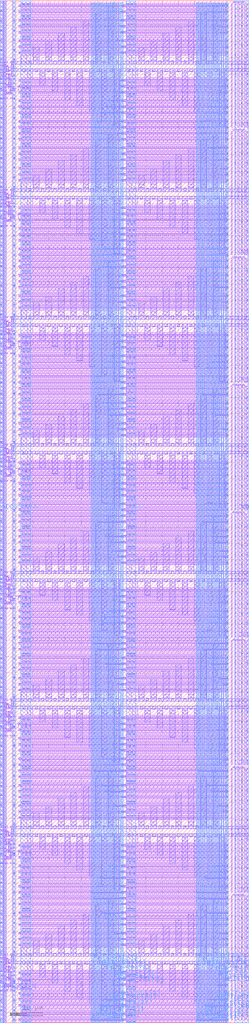
<source format=lef>
VERSION 5.7 ;
  NOWIREEXTENSIONATPIN ON ;
  DIVIDERCHAR "/" ;
  BUSBITCHARS "[]" ;
MACRO efuse_array_32x8
  CLASS BLOCK ;
  FOREIGN efuse_array_32x8 ;
  ORIGIN -24.960 -66.885 ;
  SIZE 76.930 BY 315.825 ;
  PIN COL_PROG_N[0]
    ANTENNAGATEAREA 76.500000 ;
    PORT
      LAYER Metal1 ;
        RECT 96.850 106.315 100.410 106.615 ;
    END
  END COL_PROG_N[0]
  PIN OUT[0]
    ANTENNADIFFAREA 0.897600 ;
    PORT
      LAYER Metal1 ;
        RECT 25.920 77.995 28.780 78.325 ;
    END
  END OUT[0]
  PIN COL_PROG_N[1]
    ANTENNAGATEAREA 76.500000 ;
    PORT
      LAYER Metal1 ;
        RECT 96.850 145.700 100.410 146.000 ;
    END
  END COL_PROG_N[1]
  PIN OUT[1]
    ANTENNADIFFAREA 0.897600 ;
    PORT
      LAYER Metal1 ;
        RECT 25.920 117.380 28.780 117.710 ;
    END
  END OUT[1]
  PIN COL_PROG_N[2]
    ANTENNAGATEAREA 76.500000 ;
    PORT
      LAYER Metal1 ;
        RECT 96.850 185.085 100.410 185.385 ;
    END
  END COL_PROG_N[2]
  PIN OUT[2]
    ANTENNADIFFAREA 0.897600 ;
    PORT
      LAYER Metal1 ;
        RECT 25.920 156.765 28.780 157.095 ;
    END
  END OUT[2]
  PIN COL_PROG_N[3]
    ANTENNAGATEAREA 76.500000 ;
    PORT
      LAYER Metal1 ;
        RECT 96.850 224.470 100.410 224.770 ;
    END
  END COL_PROG_N[3]
  PIN OUT[3]
    ANTENNADIFFAREA 0.897600 ;
    PORT
      LAYER Metal1 ;
        RECT 25.920 196.150 28.780 196.480 ;
    END
  END OUT[3]
  PIN COL_PROG_N[4]
    ANTENNAGATEAREA 76.500000 ;
    PORT
      LAYER Metal1 ;
        RECT 96.850 263.855 100.410 264.155 ;
    END
  END COL_PROG_N[4]
  PIN OUT[4]
    ANTENNADIFFAREA 0.897600 ;
    PORT
      LAYER Metal1 ;
        RECT 25.920 235.535 28.780 235.865 ;
    END
  END OUT[4]
  PIN COL_PROG_N[5]
    ANTENNAGATEAREA 76.500000 ;
    PORT
      LAYER Metal1 ;
        RECT 96.850 303.240 100.410 303.540 ;
    END
  END COL_PROG_N[5]
  PIN OUT[5]
    ANTENNADIFFAREA 0.897600 ;
    PORT
      LAYER Metal1 ;
        RECT 25.920 274.920 28.780 275.250 ;
    END
  END OUT[5]
  PIN COL_PROG_N[6]
    ANTENNAGATEAREA 76.500000 ;
    PORT
      LAYER Metal1 ;
        RECT 96.850 342.625 100.410 342.925 ;
    END
  END COL_PROG_N[6]
  PIN OUT[6]
    ANTENNADIFFAREA 0.897600 ;
    PORT
      LAYER Metal1 ;
        RECT 25.920 314.305 28.780 314.635 ;
    END
  END OUT[6]
  PIN COL_PROG_N[7]
    ANTENNAGATEAREA 76.500000 ;
    PORT
      LAYER Metal1 ;
        RECT 96.850 382.010 100.410 382.310 ;
    END
  END COL_PROG_N[7]
  PIN OUT[7]
    ANTENNADIFFAREA 0.897600 ;
    PORT
      LAYER Metal1 ;
        RECT 25.920 353.690 28.780 354.020 ;
    END
  END OUT[7]
  PIN PRESET_N
    ANTENNAGATEAREA 9.760000 ;
    PORT
      LAYER Metal2 ;
        RECT 25.970 362.420 26.250 382.710 ;
        RECT 25.970 362.040 26.330 362.420 ;
        RECT 25.970 323.035 26.250 362.040 ;
        RECT 25.970 322.655 26.330 323.035 ;
        RECT 25.970 283.650 26.250 322.655 ;
        RECT 25.970 283.270 26.330 283.650 ;
        RECT 25.970 244.265 26.250 283.270 ;
        RECT 25.970 243.885 26.330 244.265 ;
        RECT 25.970 204.880 26.250 243.885 ;
        RECT 25.970 204.500 26.330 204.880 ;
        RECT 25.970 165.495 26.250 204.500 ;
        RECT 25.970 165.115 26.330 165.495 ;
        RECT 25.970 126.110 26.250 165.115 ;
        RECT 25.970 125.730 26.330 126.110 ;
        RECT 25.970 86.725 26.250 125.730 ;
        RECT 25.970 86.345 26.330 86.725 ;
        RECT 25.970 66.885 26.250 86.345 ;
    END
  END PRESET_N
  PIN SENSE
    ANTENNAGATEAREA 3.936000 ;
    PORT
      LAYER Metal2 ;
        RECT 26.615 361.235 26.895 382.710 ;
        RECT 26.615 360.855 28.040 361.235 ;
        RECT 26.615 321.850 26.895 360.855 ;
        RECT 26.615 321.470 28.040 321.850 ;
        RECT 26.615 282.465 26.895 321.470 ;
        RECT 26.615 282.085 28.040 282.465 ;
        RECT 26.615 243.080 26.895 282.085 ;
        RECT 26.615 242.700 28.040 243.080 ;
        RECT 26.615 203.695 26.895 242.700 ;
        RECT 26.615 203.315 28.040 203.695 ;
        RECT 26.615 164.310 26.895 203.315 ;
        RECT 26.615 163.930 28.040 164.310 ;
        RECT 26.615 124.925 26.895 163.930 ;
        RECT 26.615 124.545 28.040 124.925 ;
        RECT 26.615 85.540 26.895 124.545 ;
        RECT 26.615 85.160 28.040 85.540 ;
        RECT 26.615 66.885 26.895 85.160 ;
    END
  END SENSE
  PIN VSS
    USE GROUND ;
    PORT
      LAYER Metal4 ;
        RECT 63.880 66.885 66.880 382.710 ;
    END
    PORT
      LAYER Metal4 ;
        RECT 28.670 66.885 29.670 382.710 ;
    END
    PORT
      LAYER Metal4 ;
        RECT 31.430 66.885 34.430 382.710 ;
    END
  END VSS
  PIN VDD
    USE POWER ;
    PORT
      LAYER Metal4 ;
        RECT 97.400 66.885 101.650 382.710 ;
    END
    PORT
      LAYER Metal4 ;
        RECT 25.030 66.885 26.030 382.710 ;
    END
  END VDD
  PIN BIT_SEL[0]
    ANTENNAGATEAREA 146.399994 ;
    PORT
      LAYER Metal4 ;
        RECT 62.700 366.805 62.980 382.085 ;
        RECT 62.660 366.425 63.040 366.805 ;
        RECT 62.700 327.420 62.980 366.425 ;
        RECT 62.660 327.040 63.040 327.420 ;
        RECT 62.700 288.035 62.980 327.040 ;
        RECT 62.660 287.655 63.040 288.035 ;
        RECT 62.700 248.650 62.980 287.655 ;
        RECT 62.660 248.270 63.040 248.650 ;
        RECT 62.700 209.265 62.980 248.270 ;
        RECT 62.660 208.885 63.040 209.265 ;
        RECT 62.700 169.880 62.980 208.885 ;
        RECT 62.660 169.500 63.040 169.880 ;
        RECT 62.700 130.495 62.980 169.500 ;
        RECT 62.660 130.115 63.040 130.495 ;
        RECT 62.700 91.110 62.980 130.115 ;
        RECT 62.660 90.730 63.040 91.110 ;
        RECT 62.700 66.885 62.980 90.730 ;
    END
  END BIT_SEL[0]
  PIN BIT_SEL[16]
    ANTENNAGATEAREA 146.399994 ;
    PORT
      LAYER Metal4 ;
        RECT 95.150 366.805 95.430 382.085 ;
        RECT 95.110 366.425 95.490 366.805 ;
        RECT 95.150 327.420 95.430 366.425 ;
        RECT 95.110 327.040 95.490 327.420 ;
        RECT 95.150 288.035 95.430 327.040 ;
        RECT 95.110 287.655 95.490 288.035 ;
        RECT 95.150 248.650 95.430 287.655 ;
        RECT 95.110 248.270 95.490 248.650 ;
        RECT 95.150 209.265 95.430 248.270 ;
        RECT 95.110 208.885 95.490 209.265 ;
        RECT 95.150 169.880 95.430 208.885 ;
        RECT 95.110 169.500 95.490 169.880 ;
        RECT 95.150 130.495 95.430 169.500 ;
        RECT 95.110 130.115 95.490 130.495 ;
        RECT 95.150 91.110 95.430 130.115 ;
        RECT 95.110 90.730 95.490 91.110 ;
        RECT 95.150 66.885 95.430 90.730 ;
    END
  END BIT_SEL[16]
  PIN BIT_SEL[17]
    ANTENNAGATEAREA 146.399994 ;
    PORT
      LAYER Metal4 ;
        RECT 94.510 358.240 94.790 382.085 ;
        RECT 94.470 357.860 94.850 358.240 ;
        RECT 94.510 318.855 94.790 357.860 ;
        RECT 94.470 318.475 94.850 318.855 ;
        RECT 94.510 279.470 94.790 318.475 ;
        RECT 94.470 279.090 94.850 279.470 ;
        RECT 94.510 240.085 94.790 279.090 ;
        RECT 94.470 239.705 94.850 240.085 ;
        RECT 94.510 200.700 94.790 239.705 ;
        RECT 94.470 200.320 94.850 200.700 ;
        RECT 94.510 161.315 94.790 200.320 ;
        RECT 94.470 160.935 94.850 161.315 ;
        RECT 94.510 121.930 94.790 160.935 ;
        RECT 94.470 121.550 94.850 121.930 ;
        RECT 94.510 82.545 94.790 121.550 ;
        RECT 94.470 82.165 94.850 82.545 ;
        RECT 94.510 66.885 94.790 82.165 ;
    END
  END BIT_SEL[17]
  PIN BIT_SEL[18]
    ANTENNAGATEAREA 146.399994 ;
    PORT
      LAYER Metal4 ;
        RECT 93.870 368.645 94.150 382.085 ;
        RECT 93.830 368.265 94.210 368.645 ;
        RECT 93.870 329.260 94.150 368.265 ;
        RECT 93.830 328.880 94.210 329.260 ;
        RECT 93.870 289.875 94.150 328.880 ;
        RECT 93.830 289.495 94.210 289.875 ;
        RECT 93.870 250.490 94.150 289.495 ;
        RECT 93.830 250.110 94.210 250.490 ;
        RECT 93.870 211.105 94.150 250.110 ;
        RECT 93.830 210.725 94.210 211.105 ;
        RECT 93.870 171.720 94.150 210.725 ;
        RECT 93.830 171.340 94.210 171.720 ;
        RECT 93.870 132.335 94.150 171.340 ;
        RECT 93.830 131.955 94.210 132.335 ;
        RECT 93.870 92.950 94.150 131.955 ;
        RECT 93.830 92.570 94.210 92.950 ;
        RECT 93.870 66.885 94.150 92.570 ;
    END
  END BIT_SEL[18]
  PIN BIT_SEL[19]
    ANTENNAGATEAREA 146.399994 ;
    PORT
      LAYER Metal4 ;
        RECT 93.230 356.400 93.510 382.085 ;
        RECT 93.190 356.020 93.570 356.400 ;
        RECT 93.230 317.015 93.510 356.020 ;
        RECT 93.190 316.635 93.570 317.015 ;
        RECT 93.230 277.630 93.510 316.635 ;
        RECT 93.190 277.250 93.570 277.630 ;
        RECT 93.230 238.245 93.510 277.250 ;
        RECT 93.190 237.865 93.570 238.245 ;
        RECT 93.230 198.860 93.510 237.865 ;
        RECT 93.190 198.480 93.570 198.860 ;
        RECT 93.230 159.475 93.510 198.480 ;
        RECT 93.190 159.095 93.570 159.475 ;
        RECT 93.230 120.090 93.510 159.095 ;
        RECT 93.190 119.710 93.570 120.090 ;
        RECT 93.230 80.705 93.510 119.710 ;
        RECT 93.190 80.325 93.570 80.705 ;
        RECT 93.230 66.885 93.510 80.325 ;
    END
  END BIT_SEL[19]
  PIN BIT_SEL[20]
    ANTENNAGATEAREA 146.399994 ;
    PORT
      LAYER Metal4 ;
        RECT 92.590 370.485 92.870 382.085 ;
        RECT 92.550 370.105 92.930 370.485 ;
        RECT 92.590 331.100 92.870 370.105 ;
        RECT 92.550 330.720 92.930 331.100 ;
        RECT 92.590 291.715 92.870 330.720 ;
        RECT 92.550 291.335 92.930 291.715 ;
        RECT 92.590 252.330 92.870 291.335 ;
        RECT 92.550 251.950 92.930 252.330 ;
        RECT 92.590 212.945 92.870 251.950 ;
        RECT 92.550 212.565 92.930 212.945 ;
        RECT 92.590 173.560 92.870 212.565 ;
        RECT 92.550 173.180 92.930 173.560 ;
        RECT 92.590 134.175 92.870 173.180 ;
        RECT 92.550 133.795 92.930 134.175 ;
        RECT 92.590 94.790 92.870 133.795 ;
        RECT 92.550 94.410 92.930 94.790 ;
        RECT 92.590 66.885 92.870 94.410 ;
    END
  END BIT_SEL[20]
  PIN BIT_SEL[21]
    ANTENNAGATEAREA 146.399994 ;
    PORT
      LAYER Metal4 ;
        RECT 91.950 354.555 92.230 382.085 ;
        RECT 91.910 354.175 92.290 354.555 ;
        RECT 91.950 315.170 92.230 354.175 ;
        RECT 91.910 314.790 92.290 315.170 ;
        RECT 91.950 275.785 92.230 314.790 ;
        RECT 91.910 275.405 92.290 275.785 ;
        RECT 91.950 236.400 92.230 275.405 ;
        RECT 91.910 236.020 92.290 236.400 ;
        RECT 91.950 197.015 92.230 236.020 ;
        RECT 91.910 196.635 92.290 197.015 ;
        RECT 91.950 157.630 92.230 196.635 ;
        RECT 91.910 157.250 92.290 157.630 ;
        RECT 91.950 118.245 92.230 157.250 ;
        RECT 91.910 117.865 92.290 118.245 ;
        RECT 91.950 78.860 92.230 117.865 ;
        RECT 91.910 78.480 92.290 78.860 ;
        RECT 91.950 66.885 92.230 78.480 ;
    END
  END BIT_SEL[21]
  PIN BIT_SEL[22]
    ANTENNAGATEAREA 146.399994 ;
    PORT
      LAYER Metal4 ;
        RECT 91.310 373.130 91.590 382.085 ;
        RECT 91.270 372.750 91.650 373.130 ;
        RECT 91.310 333.745 91.590 372.750 ;
        RECT 91.270 333.365 91.650 333.745 ;
        RECT 91.310 294.360 91.590 333.365 ;
        RECT 91.270 293.980 91.650 294.360 ;
        RECT 91.310 254.975 91.590 293.980 ;
        RECT 91.270 254.595 91.650 254.975 ;
        RECT 91.310 215.590 91.590 254.595 ;
        RECT 91.270 215.210 91.650 215.590 ;
        RECT 91.310 176.205 91.590 215.210 ;
        RECT 91.270 175.825 91.650 176.205 ;
        RECT 91.310 136.820 91.590 175.825 ;
        RECT 91.270 136.440 91.650 136.820 ;
        RECT 91.310 97.435 91.590 136.440 ;
        RECT 91.270 97.055 91.650 97.435 ;
        RECT 91.310 66.885 91.590 97.055 ;
    END
  END BIT_SEL[22]
  PIN BIT_SEL[23]
    ANTENNAGATEAREA 146.399994 ;
    PORT
      LAYER Metal4 ;
        RECT 90.670 351.915 90.950 382.085 ;
        RECT 90.630 351.535 91.010 351.915 ;
        RECT 90.670 312.530 90.950 351.535 ;
        RECT 90.630 312.150 91.010 312.530 ;
        RECT 90.670 273.145 90.950 312.150 ;
        RECT 90.630 272.765 91.010 273.145 ;
        RECT 90.670 233.760 90.950 272.765 ;
        RECT 90.630 233.380 91.010 233.760 ;
        RECT 90.670 194.375 90.950 233.380 ;
        RECT 90.630 193.995 91.010 194.375 ;
        RECT 90.670 154.990 90.950 193.995 ;
        RECT 90.630 154.610 91.010 154.990 ;
        RECT 90.670 115.605 90.950 154.610 ;
        RECT 90.630 115.225 91.010 115.605 ;
        RECT 90.670 76.220 90.950 115.225 ;
        RECT 90.630 75.840 91.010 76.220 ;
        RECT 90.670 66.885 90.950 75.840 ;
    END
  END BIT_SEL[23]
  PIN BIT_SEL[24]
    ANTENNAGATEAREA 146.399994 ;
    PORT
      LAYER Metal4 ;
        RECT 90.030 374.970 90.310 382.085 ;
        RECT 89.990 374.590 90.370 374.970 ;
        RECT 90.030 335.585 90.310 374.590 ;
        RECT 89.990 335.205 90.370 335.585 ;
        RECT 90.030 296.200 90.310 335.205 ;
        RECT 89.990 295.820 90.370 296.200 ;
        RECT 90.030 256.815 90.310 295.820 ;
        RECT 89.990 256.435 90.370 256.815 ;
        RECT 90.030 217.430 90.310 256.435 ;
        RECT 89.990 217.050 90.370 217.430 ;
        RECT 90.030 178.045 90.310 217.050 ;
        RECT 89.990 177.665 90.370 178.045 ;
        RECT 90.030 138.660 90.310 177.665 ;
        RECT 89.990 138.280 90.370 138.660 ;
        RECT 90.030 99.275 90.310 138.280 ;
        RECT 89.990 98.895 90.370 99.275 ;
        RECT 90.030 66.885 90.310 98.895 ;
    END
  END BIT_SEL[24]
  PIN BIT_SEL[25]
    ANTENNAGATEAREA 146.399994 ;
    PORT
      LAYER Metal4 ;
        RECT 89.390 350.075 89.670 382.085 ;
        RECT 89.350 349.695 89.730 350.075 ;
        RECT 89.390 310.690 89.670 349.695 ;
        RECT 89.350 310.310 89.730 310.690 ;
        RECT 89.390 271.305 89.670 310.310 ;
        RECT 89.350 270.925 89.730 271.305 ;
        RECT 89.390 231.920 89.670 270.925 ;
        RECT 89.350 231.540 89.730 231.920 ;
        RECT 89.390 192.535 89.670 231.540 ;
        RECT 89.350 192.155 89.730 192.535 ;
        RECT 89.390 153.150 89.670 192.155 ;
        RECT 89.350 152.770 89.730 153.150 ;
        RECT 89.390 113.765 89.670 152.770 ;
        RECT 89.350 113.385 89.730 113.765 ;
        RECT 89.390 74.380 89.670 113.385 ;
        RECT 89.350 74.000 89.730 74.380 ;
        RECT 89.390 66.885 89.670 74.000 ;
    END
  END BIT_SEL[25]
  PIN BIT_SEL[26]
    ANTENNAGATEAREA 146.399994 ;
    PORT
      LAYER Metal4 ;
        RECT 88.750 376.810 89.030 382.085 ;
        RECT 88.710 376.430 89.090 376.810 ;
        RECT 88.750 337.425 89.030 376.430 ;
        RECT 88.710 337.045 89.090 337.425 ;
        RECT 88.750 298.040 89.030 337.045 ;
        RECT 88.710 297.660 89.090 298.040 ;
        RECT 88.750 258.655 89.030 297.660 ;
        RECT 88.710 258.275 89.090 258.655 ;
        RECT 88.750 219.270 89.030 258.275 ;
        RECT 88.710 218.890 89.090 219.270 ;
        RECT 88.750 179.885 89.030 218.890 ;
        RECT 88.710 179.505 89.090 179.885 ;
        RECT 88.750 140.500 89.030 179.505 ;
        RECT 88.710 140.120 89.090 140.500 ;
        RECT 88.750 101.115 89.030 140.120 ;
        RECT 88.710 100.735 89.090 101.115 ;
        RECT 88.750 66.885 89.030 100.735 ;
    END
  END BIT_SEL[26]
  PIN BIT_SEL[27]
    ANTENNAGATEAREA 146.399994 ;
    PORT
      LAYER Metal4 ;
        RECT 88.110 348.230 88.390 382.085 ;
        RECT 88.070 347.850 88.450 348.230 ;
        RECT 88.110 308.845 88.390 347.850 ;
        RECT 88.070 308.465 88.450 308.845 ;
        RECT 88.110 269.460 88.390 308.465 ;
        RECT 88.070 269.080 88.450 269.460 ;
        RECT 88.110 230.075 88.390 269.080 ;
        RECT 88.070 229.695 88.450 230.075 ;
        RECT 88.110 190.690 88.390 229.695 ;
        RECT 88.070 190.310 88.450 190.690 ;
        RECT 88.110 151.305 88.390 190.310 ;
        RECT 88.070 150.925 88.450 151.305 ;
        RECT 88.110 111.920 88.390 150.925 ;
        RECT 88.070 111.540 88.450 111.920 ;
        RECT 88.110 72.535 88.390 111.540 ;
        RECT 88.070 72.155 88.450 72.535 ;
        RECT 88.110 66.885 88.390 72.155 ;
    END
  END BIT_SEL[27]
  PIN BIT_SEL[28]
    ANTENNAGATEAREA 146.399994 ;
    PORT
      LAYER Metal4 ;
        RECT 87.470 379.455 87.750 382.085 ;
        RECT 87.430 379.075 87.810 379.455 ;
        RECT 87.470 340.070 87.750 379.075 ;
        RECT 87.430 339.690 87.810 340.070 ;
        RECT 87.470 300.685 87.750 339.690 ;
        RECT 87.430 300.305 87.810 300.685 ;
        RECT 87.470 261.300 87.750 300.305 ;
        RECT 87.430 260.920 87.810 261.300 ;
        RECT 87.470 221.915 87.750 260.920 ;
        RECT 87.430 221.535 87.810 221.915 ;
        RECT 87.470 182.530 87.750 221.535 ;
        RECT 87.430 182.150 87.810 182.530 ;
        RECT 87.470 143.145 87.750 182.150 ;
        RECT 87.430 142.765 87.810 143.145 ;
        RECT 87.470 103.760 87.750 142.765 ;
        RECT 87.430 103.380 87.810 103.760 ;
        RECT 87.470 66.885 87.750 103.380 ;
    END
  END BIT_SEL[28]
  PIN BIT_SEL[29]
    ANTENNAGATEAREA 146.399994 ;
    PORT
      LAYER Metal4 ;
        RECT 86.830 345.590 87.110 382.085 ;
        RECT 86.790 345.210 87.170 345.590 ;
        RECT 86.830 306.205 87.110 345.210 ;
        RECT 86.790 305.825 87.170 306.205 ;
        RECT 86.830 266.820 87.110 305.825 ;
        RECT 86.790 266.440 87.170 266.820 ;
        RECT 86.830 227.435 87.110 266.440 ;
        RECT 86.790 227.055 87.170 227.435 ;
        RECT 86.830 188.050 87.110 227.055 ;
        RECT 86.790 187.670 87.170 188.050 ;
        RECT 86.830 148.665 87.110 187.670 ;
        RECT 86.790 148.285 87.170 148.665 ;
        RECT 86.830 109.280 87.110 148.285 ;
        RECT 86.790 108.900 87.170 109.280 ;
        RECT 86.830 69.895 87.110 108.900 ;
        RECT 86.790 69.515 87.170 69.895 ;
        RECT 86.830 66.885 87.110 69.515 ;
    END
  END BIT_SEL[29]
  PIN BIT_SEL[30]
    ANTENNAGATEAREA 146.399994 ;
    PORT
      LAYER Metal4 ;
        RECT 86.190 381.295 86.470 382.085 ;
        RECT 86.150 380.915 86.530 381.295 ;
        RECT 86.190 341.910 86.470 380.915 ;
        RECT 86.150 341.530 86.530 341.910 ;
        RECT 86.190 302.525 86.470 341.530 ;
        RECT 86.150 302.145 86.530 302.525 ;
        RECT 86.190 263.140 86.470 302.145 ;
        RECT 86.150 262.760 86.530 263.140 ;
        RECT 86.190 223.755 86.470 262.760 ;
        RECT 86.150 223.375 86.530 223.755 ;
        RECT 86.190 184.370 86.470 223.375 ;
        RECT 86.150 183.990 86.530 184.370 ;
        RECT 86.190 144.985 86.470 183.990 ;
        RECT 86.150 144.605 86.530 144.985 ;
        RECT 86.190 105.600 86.470 144.605 ;
        RECT 86.150 105.220 86.530 105.600 ;
        RECT 86.190 66.885 86.470 105.220 ;
    END
  END BIT_SEL[30]
  PIN BIT_SEL[31]
    ANTENNAGATEAREA 146.399994 ;
    PORT
      LAYER Metal4 ;
        RECT 85.550 343.750 85.830 382.085 ;
        RECT 85.510 343.370 85.890 343.750 ;
        RECT 85.550 304.365 85.830 343.370 ;
        RECT 85.510 303.985 85.890 304.365 ;
        RECT 85.550 264.980 85.830 303.985 ;
        RECT 85.510 264.600 85.890 264.980 ;
        RECT 85.550 225.595 85.830 264.600 ;
        RECT 85.510 225.215 85.890 225.595 ;
        RECT 85.550 186.210 85.830 225.215 ;
        RECT 85.510 185.830 85.890 186.210 ;
        RECT 85.550 146.825 85.830 185.830 ;
        RECT 85.510 146.445 85.890 146.825 ;
        RECT 85.550 107.440 85.830 146.445 ;
        RECT 85.510 107.060 85.890 107.440 ;
        RECT 85.550 68.055 85.830 107.060 ;
        RECT 85.510 67.675 85.890 68.055 ;
        RECT 85.550 66.885 85.830 67.675 ;
    END
  END BIT_SEL[31]
  PIN BIT_SEL[1]
    ANTENNAGATEAREA 146.399994 ;
    PORT
      LAYER Metal4 ;
        RECT 62.060 358.240 62.340 382.085 ;
        RECT 62.020 357.860 62.400 358.240 ;
        RECT 62.060 318.855 62.340 357.860 ;
        RECT 62.020 318.475 62.400 318.855 ;
        RECT 62.060 279.470 62.340 318.475 ;
        RECT 62.020 279.090 62.400 279.470 ;
        RECT 62.060 240.085 62.340 279.090 ;
        RECT 62.020 239.705 62.400 240.085 ;
        RECT 62.060 200.700 62.340 239.705 ;
        RECT 62.020 200.320 62.400 200.700 ;
        RECT 62.060 161.315 62.340 200.320 ;
        RECT 62.020 160.935 62.400 161.315 ;
        RECT 62.060 121.930 62.340 160.935 ;
        RECT 62.020 121.550 62.400 121.930 ;
        RECT 62.060 82.545 62.340 121.550 ;
        RECT 62.020 82.165 62.400 82.545 ;
        RECT 62.060 66.885 62.340 82.165 ;
    END
  END BIT_SEL[1]
  PIN BIT_SEL[2]
    ANTENNAGATEAREA 146.399994 ;
    PORT
      LAYER Metal4 ;
        RECT 61.420 368.645 61.700 382.085 ;
        RECT 61.380 368.265 61.760 368.645 ;
        RECT 61.420 329.260 61.700 368.265 ;
        RECT 61.380 328.880 61.760 329.260 ;
        RECT 61.420 289.875 61.700 328.880 ;
        RECT 61.380 289.495 61.760 289.875 ;
        RECT 61.420 250.490 61.700 289.495 ;
        RECT 61.380 250.110 61.760 250.490 ;
        RECT 61.420 211.105 61.700 250.110 ;
        RECT 61.380 210.725 61.760 211.105 ;
        RECT 61.420 171.720 61.700 210.725 ;
        RECT 61.380 171.340 61.760 171.720 ;
        RECT 61.420 132.335 61.700 171.340 ;
        RECT 61.380 131.955 61.760 132.335 ;
        RECT 61.420 92.950 61.700 131.955 ;
        RECT 61.380 92.570 61.760 92.950 ;
        RECT 61.420 66.885 61.700 92.570 ;
    END
  END BIT_SEL[2]
  PIN BIT_SEL[3]
    ANTENNAGATEAREA 146.399994 ;
    PORT
      LAYER Metal4 ;
        RECT 60.780 356.400 61.060 382.085 ;
        RECT 60.740 356.020 61.120 356.400 ;
        RECT 60.780 317.015 61.060 356.020 ;
        RECT 60.740 316.635 61.120 317.015 ;
        RECT 60.780 277.630 61.060 316.635 ;
        RECT 60.740 277.250 61.120 277.630 ;
        RECT 60.780 238.245 61.060 277.250 ;
        RECT 60.740 237.865 61.120 238.245 ;
        RECT 60.780 198.860 61.060 237.865 ;
        RECT 60.740 198.480 61.120 198.860 ;
        RECT 60.780 159.475 61.060 198.480 ;
        RECT 60.740 159.095 61.120 159.475 ;
        RECT 60.780 120.090 61.060 159.095 ;
        RECT 60.740 119.710 61.120 120.090 ;
        RECT 60.780 80.705 61.060 119.710 ;
        RECT 60.740 80.325 61.120 80.705 ;
        RECT 60.780 66.885 61.060 80.325 ;
    END
  END BIT_SEL[3]
  PIN BIT_SEL[4]
    ANTENNAGATEAREA 146.399994 ;
    PORT
      LAYER Metal4 ;
        RECT 60.140 370.485 60.420 382.085 ;
        RECT 60.100 370.105 60.480 370.485 ;
        RECT 60.140 331.100 60.420 370.105 ;
        RECT 60.100 330.720 60.480 331.100 ;
        RECT 60.140 291.715 60.420 330.720 ;
        RECT 60.100 291.335 60.480 291.715 ;
        RECT 60.140 252.330 60.420 291.335 ;
        RECT 60.100 251.950 60.480 252.330 ;
        RECT 60.140 212.945 60.420 251.950 ;
        RECT 60.100 212.565 60.480 212.945 ;
        RECT 60.140 173.560 60.420 212.565 ;
        RECT 60.100 173.180 60.480 173.560 ;
        RECT 60.140 134.175 60.420 173.180 ;
        RECT 60.100 133.795 60.480 134.175 ;
        RECT 60.140 94.790 60.420 133.795 ;
        RECT 60.100 94.410 60.480 94.790 ;
        RECT 60.140 66.885 60.420 94.410 ;
    END
  END BIT_SEL[4]
  PIN BIT_SEL[5]
    ANTENNAGATEAREA 146.399994 ;
    PORT
      LAYER Metal4 ;
        RECT 59.500 354.555 59.780 382.085 ;
        RECT 59.460 354.175 59.840 354.555 ;
        RECT 59.500 315.170 59.780 354.175 ;
        RECT 59.460 314.790 59.840 315.170 ;
        RECT 59.500 275.785 59.780 314.790 ;
        RECT 59.460 275.405 59.840 275.785 ;
        RECT 59.500 236.400 59.780 275.405 ;
        RECT 59.460 236.020 59.840 236.400 ;
        RECT 59.500 197.015 59.780 236.020 ;
        RECT 59.460 196.635 59.840 197.015 ;
        RECT 59.500 157.630 59.780 196.635 ;
        RECT 59.460 157.250 59.840 157.630 ;
        RECT 59.500 118.245 59.780 157.250 ;
        RECT 59.460 117.865 59.840 118.245 ;
        RECT 59.500 78.860 59.780 117.865 ;
        RECT 59.460 78.480 59.840 78.860 ;
        RECT 59.500 66.885 59.780 78.480 ;
    END
  END BIT_SEL[5]
  PIN BIT_SEL[6]
    ANTENNAGATEAREA 146.399994 ;
    PORT
      LAYER Metal4 ;
        RECT 58.860 373.130 59.140 382.085 ;
        RECT 58.820 372.750 59.200 373.130 ;
        RECT 58.860 333.745 59.140 372.750 ;
        RECT 58.820 333.365 59.200 333.745 ;
        RECT 58.860 294.360 59.140 333.365 ;
        RECT 58.820 293.980 59.200 294.360 ;
        RECT 58.860 254.975 59.140 293.980 ;
        RECT 58.820 254.595 59.200 254.975 ;
        RECT 58.860 215.590 59.140 254.595 ;
        RECT 58.820 215.210 59.200 215.590 ;
        RECT 58.860 176.205 59.140 215.210 ;
        RECT 58.820 175.825 59.200 176.205 ;
        RECT 58.860 136.820 59.140 175.825 ;
        RECT 58.820 136.440 59.200 136.820 ;
        RECT 58.860 97.435 59.140 136.440 ;
        RECT 58.820 97.055 59.200 97.435 ;
        RECT 58.860 66.885 59.140 97.055 ;
    END
  END BIT_SEL[6]
  PIN BIT_SEL[7]
    ANTENNAGATEAREA 146.399994 ;
    PORT
      LAYER Metal4 ;
        RECT 58.220 351.915 58.500 382.085 ;
        RECT 58.180 351.535 58.560 351.915 ;
        RECT 58.220 312.530 58.500 351.535 ;
        RECT 58.180 312.150 58.560 312.530 ;
        RECT 58.220 273.145 58.500 312.150 ;
        RECT 58.180 272.765 58.560 273.145 ;
        RECT 58.220 233.760 58.500 272.765 ;
        RECT 58.180 233.380 58.560 233.760 ;
        RECT 58.220 194.375 58.500 233.380 ;
        RECT 58.180 193.995 58.560 194.375 ;
        RECT 58.220 154.990 58.500 193.995 ;
        RECT 58.180 154.610 58.560 154.990 ;
        RECT 58.220 115.605 58.500 154.610 ;
        RECT 58.180 115.225 58.560 115.605 ;
        RECT 58.220 76.220 58.500 115.225 ;
        RECT 58.180 75.840 58.560 76.220 ;
        RECT 58.220 66.885 58.500 75.840 ;
    END
  END BIT_SEL[7]
  PIN BIT_SEL[8]
    ANTENNAGATEAREA 146.399994 ;
    PORT
      LAYER Metal4 ;
        RECT 57.580 374.970 57.860 382.085 ;
        RECT 57.540 374.590 57.920 374.970 ;
        RECT 57.580 335.585 57.860 374.590 ;
        RECT 57.540 335.205 57.920 335.585 ;
        RECT 57.580 296.200 57.860 335.205 ;
        RECT 57.540 295.820 57.920 296.200 ;
        RECT 57.580 256.815 57.860 295.820 ;
        RECT 57.540 256.435 57.920 256.815 ;
        RECT 57.580 217.430 57.860 256.435 ;
        RECT 57.540 217.050 57.920 217.430 ;
        RECT 57.580 178.045 57.860 217.050 ;
        RECT 57.540 177.665 57.920 178.045 ;
        RECT 57.580 138.660 57.860 177.665 ;
        RECT 57.540 138.280 57.920 138.660 ;
        RECT 57.580 99.275 57.860 138.280 ;
        RECT 57.540 98.895 57.920 99.275 ;
        RECT 57.580 66.885 57.860 98.895 ;
    END
  END BIT_SEL[8]
  PIN BIT_SEL[9]
    ANTENNAGATEAREA 146.399994 ;
    PORT
      LAYER Metal4 ;
        RECT 56.940 350.075 57.220 382.085 ;
        RECT 56.900 349.695 57.280 350.075 ;
        RECT 56.940 310.690 57.220 349.695 ;
        RECT 56.900 310.310 57.280 310.690 ;
        RECT 56.940 271.305 57.220 310.310 ;
        RECT 56.900 270.925 57.280 271.305 ;
        RECT 56.940 231.920 57.220 270.925 ;
        RECT 56.900 231.540 57.280 231.920 ;
        RECT 56.940 192.535 57.220 231.540 ;
        RECT 56.900 192.155 57.280 192.535 ;
        RECT 56.940 153.150 57.220 192.155 ;
        RECT 56.900 152.770 57.280 153.150 ;
        RECT 56.940 113.765 57.220 152.770 ;
        RECT 56.900 113.385 57.280 113.765 ;
        RECT 56.940 74.380 57.220 113.385 ;
        RECT 56.900 74.000 57.280 74.380 ;
        RECT 56.940 66.885 57.220 74.000 ;
    END
  END BIT_SEL[9]
  PIN BIT_SEL[10]
    ANTENNAGATEAREA 146.399994 ;
    PORT
      LAYER Metal4 ;
        RECT 56.300 376.810 56.580 382.085 ;
        RECT 56.260 376.430 56.640 376.810 ;
        RECT 56.300 337.425 56.580 376.430 ;
        RECT 56.260 337.045 56.640 337.425 ;
        RECT 56.300 298.040 56.580 337.045 ;
        RECT 56.260 297.660 56.640 298.040 ;
        RECT 56.300 258.655 56.580 297.660 ;
        RECT 56.260 258.275 56.640 258.655 ;
        RECT 56.300 219.270 56.580 258.275 ;
        RECT 56.260 218.890 56.640 219.270 ;
        RECT 56.300 179.885 56.580 218.890 ;
        RECT 56.260 179.505 56.640 179.885 ;
        RECT 56.300 140.500 56.580 179.505 ;
        RECT 56.260 140.120 56.640 140.500 ;
        RECT 56.300 101.115 56.580 140.120 ;
        RECT 56.260 100.735 56.640 101.115 ;
        RECT 56.300 66.885 56.580 100.735 ;
    END
  END BIT_SEL[10]
  PIN BIT_SEL[11]
    ANTENNAGATEAREA 146.399994 ;
    PORT
      LAYER Metal4 ;
        RECT 55.660 348.230 55.940 382.085 ;
        RECT 55.620 347.850 56.000 348.230 ;
        RECT 55.660 308.845 55.940 347.850 ;
        RECT 55.620 308.465 56.000 308.845 ;
        RECT 55.660 269.460 55.940 308.465 ;
        RECT 55.620 269.080 56.000 269.460 ;
        RECT 55.660 230.075 55.940 269.080 ;
        RECT 55.620 229.695 56.000 230.075 ;
        RECT 55.660 190.690 55.940 229.695 ;
        RECT 55.620 190.310 56.000 190.690 ;
        RECT 55.660 151.305 55.940 190.310 ;
        RECT 55.620 150.925 56.000 151.305 ;
        RECT 55.660 111.920 55.940 150.925 ;
        RECT 55.620 111.540 56.000 111.920 ;
        RECT 55.660 72.535 55.940 111.540 ;
        RECT 55.620 72.155 56.000 72.535 ;
        RECT 55.660 66.885 55.940 72.155 ;
    END
  END BIT_SEL[11]
  PIN BIT_SEL[12]
    ANTENNAGATEAREA 146.399994 ;
    PORT
      LAYER Metal4 ;
        RECT 55.020 379.455 55.300 382.085 ;
        RECT 54.980 379.075 55.360 379.455 ;
        RECT 55.020 340.070 55.300 379.075 ;
        RECT 54.980 339.690 55.360 340.070 ;
        RECT 55.020 300.685 55.300 339.690 ;
        RECT 54.980 300.305 55.360 300.685 ;
        RECT 55.020 261.300 55.300 300.305 ;
        RECT 54.980 260.920 55.360 261.300 ;
        RECT 55.020 221.915 55.300 260.920 ;
        RECT 54.980 221.535 55.360 221.915 ;
        RECT 55.020 182.530 55.300 221.535 ;
        RECT 54.980 182.150 55.360 182.530 ;
        RECT 55.020 143.145 55.300 182.150 ;
        RECT 54.980 142.765 55.360 143.145 ;
        RECT 55.020 103.760 55.300 142.765 ;
        RECT 54.980 103.380 55.360 103.760 ;
        RECT 55.020 66.885 55.300 103.380 ;
    END
  END BIT_SEL[12]
  PIN BIT_SEL[13]
    ANTENNAGATEAREA 146.399994 ;
    PORT
      LAYER Metal4 ;
        RECT 54.380 345.590 54.660 382.085 ;
        RECT 54.340 345.210 54.720 345.590 ;
        RECT 54.380 306.205 54.660 345.210 ;
        RECT 54.340 305.825 54.720 306.205 ;
        RECT 54.380 266.820 54.660 305.825 ;
        RECT 54.340 266.440 54.720 266.820 ;
        RECT 54.380 227.435 54.660 266.440 ;
        RECT 54.340 227.055 54.720 227.435 ;
        RECT 54.380 188.050 54.660 227.055 ;
        RECT 54.340 187.670 54.720 188.050 ;
        RECT 54.380 148.665 54.660 187.670 ;
        RECT 54.340 148.285 54.720 148.665 ;
        RECT 54.380 109.280 54.660 148.285 ;
        RECT 54.340 108.900 54.720 109.280 ;
        RECT 54.380 69.895 54.660 108.900 ;
        RECT 54.340 69.515 54.720 69.895 ;
        RECT 54.380 66.885 54.660 69.515 ;
    END
  END BIT_SEL[13]
  PIN BIT_SEL[14]
    ANTENNAGATEAREA 146.399994 ;
    PORT
      LAYER Metal4 ;
        RECT 53.740 381.295 54.020 382.085 ;
        RECT 53.700 380.915 54.080 381.295 ;
        RECT 53.740 341.910 54.020 380.915 ;
        RECT 53.700 341.530 54.080 341.910 ;
        RECT 53.740 302.525 54.020 341.530 ;
        RECT 53.700 302.145 54.080 302.525 ;
        RECT 53.740 263.140 54.020 302.145 ;
        RECT 53.700 262.760 54.080 263.140 ;
        RECT 53.740 223.755 54.020 262.760 ;
        RECT 53.700 223.375 54.080 223.755 ;
        RECT 53.740 184.370 54.020 223.375 ;
        RECT 53.700 183.990 54.080 184.370 ;
        RECT 53.740 144.985 54.020 183.990 ;
        RECT 53.700 144.605 54.080 144.985 ;
        RECT 53.740 105.600 54.020 144.605 ;
        RECT 53.700 105.220 54.080 105.600 ;
        RECT 53.740 66.885 54.020 105.220 ;
    END
  END BIT_SEL[14]
  PIN BIT_SEL[15]
    ANTENNAGATEAREA 146.399994 ;
    PORT
      LAYER Metal4 ;
        RECT 53.100 343.750 53.380 382.085 ;
        RECT 53.060 343.370 53.440 343.750 ;
        RECT 53.100 304.365 53.380 343.370 ;
        RECT 53.060 303.985 53.440 304.365 ;
        RECT 53.100 264.980 53.380 303.985 ;
        RECT 53.060 264.600 53.440 264.980 ;
        RECT 53.100 225.595 53.380 264.600 ;
        RECT 53.060 225.215 53.440 225.595 ;
        RECT 53.100 186.210 53.380 225.215 ;
        RECT 53.060 185.830 53.440 186.210 ;
        RECT 53.100 146.825 53.380 185.830 ;
        RECT 53.060 146.445 53.440 146.825 ;
        RECT 53.100 107.440 53.380 146.445 ;
        RECT 53.060 107.060 53.440 107.440 ;
        RECT 53.100 68.055 53.380 107.060 ;
        RECT 53.060 67.675 53.440 68.055 ;
        RECT 53.100 66.885 53.380 67.675 ;
    END
  END BIT_SEL[15]
  OBS
      LAYER Metal1 ;
        RECT 25.090 363.855 25.690 382.710 ;
        RECT 29.010 363.855 29.610 382.710 ;
        RECT 31.650 381.475 62.170 381.855 ;
        RECT 64.100 381.475 94.620 381.855 ;
        RECT 30.800 381.220 31.420 381.405 ;
        RECT 62.400 381.220 63.020 381.405 ;
        RECT 30.800 380.990 63.020 381.220 ;
        RECT 30.800 380.805 31.420 380.990 ;
        RECT 62.400 380.805 63.020 380.990 ;
        RECT 63.250 381.220 63.870 381.405 ;
        RECT 94.850 381.220 95.470 381.405 ;
        RECT 63.250 380.990 95.470 381.220 ;
        RECT 63.250 380.805 63.870 380.990 ;
        RECT 94.850 380.805 95.470 380.990 ;
        RECT 58.400 380.725 60.020 380.735 ;
        RECT 90.850 380.725 92.470 380.735 ;
        RECT 31.650 380.355 62.170 380.725 ;
        RECT 64.100 380.355 94.620 380.725 ;
        RECT 31.650 379.635 62.170 380.015 ;
        RECT 64.100 379.635 94.620 380.015 ;
        RECT 30.800 379.380 31.420 379.565 ;
        RECT 62.400 379.380 63.020 379.565 ;
        RECT 30.800 379.150 63.020 379.380 ;
        RECT 30.800 378.965 31.420 379.150 ;
        RECT 62.400 378.965 63.020 379.150 ;
        RECT 63.250 379.380 63.870 379.565 ;
        RECT 94.850 379.380 95.470 379.565 ;
        RECT 63.250 379.150 95.470 379.380 ;
        RECT 63.250 378.965 63.870 379.150 ;
        RECT 94.850 378.965 95.470 379.150 ;
        RECT 54.560 378.885 56.180 378.895 ;
        RECT 87.010 378.885 88.630 378.895 ;
        RECT 31.650 378.515 62.170 378.885 ;
        RECT 64.100 378.515 94.620 378.885 ;
        RECT 31.660 377.720 62.160 378.160 ;
        RECT 64.110 377.720 94.610 378.160 ;
        RECT 31.650 376.990 62.170 377.370 ;
        RECT 64.100 376.990 94.620 377.370 ;
        RECT 30.800 376.735 31.420 376.920 ;
        RECT 62.400 376.735 63.020 376.920 ;
        RECT 30.800 376.505 63.020 376.735 ;
        RECT 30.800 376.320 31.420 376.505 ;
        RECT 62.400 376.320 63.020 376.505 ;
        RECT 63.250 376.735 63.870 376.920 ;
        RECT 94.850 376.735 95.470 376.920 ;
        RECT 63.250 376.505 95.470 376.735 ;
        RECT 63.250 376.320 63.870 376.505 ;
        RECT 94.850 376.320 95.470 376.505 ;
        RECT 50.720 376.240 52.340 376.250 ;
        RECT 83.170 376.240 84.790 376.250 ;
        RECT 31.650 375.870 62.170 376.240 ;
        RECT 64.100 375.870 94.620 376.240 ;
        RECT 31.650 375.150 62.170 375.530 ;
        RECT 64.100 375.150 94.620 375.530 ;
        RECT 30.800 374.895 31.420 375.080 ;
        RECT 62.400 374.895 63.020 375.080 ;
        RECT 30.800 374.665 63.020 374.895 ;
        RECT 30.800 374.480 31.420 374.665 ;
        RECT 62.400 374.480 63.020 374.665 ;
        RECT 63.250 374.895 63.870 375.080 ;
        RECT 94.850 374.895 95.470 375.080 ;
        RECT 63.250 374.665 95.470 374.895 ;
        RECT 63.250 374.480 63.870 374.665 ;
        RECT 94.850 374.480 95.470 374.665 ;
        RECT 46.880 374.400 48.500 374.410 ;
        RECT 79.330 374.400 80.950 374.410 ;
        RECT 31.650 374.030 62.170 374.400 ;
        RECT 64.100 374.030 94.620 374.400 ;
        RECT 31.650 373.310 62.170 373.690 ;
        RECT 64.100 373.310 94.620 373.690 ;
        RECT 30.800 373.055 31.420 373.240 ;
        RECT 62.400 373.055 63.020 373.240 ;
        RECT 30.800 372.825 63.020 373.055 ;
        RECT 30.800 372.640 31.420 372.825 ;
        RECT 62.400 372.640 63.020 372.825 ;
        RECT 63.250 373.055 63.870 373.240 ;
        RECT 94.850 373.055 95.470 373.240 ;
        RECT 63.250 372.825 95.470 373.055 ;
        RECT 63.250 372.640 63.870 372.825 ;
        RECT 94.850 372.640 95.470 372.825 ;
        RECT 43.040 372.560 44.660 372.570 ;
        RECT 75.490 372.560 77.110 372.570 ;
        RECT 31.650 372.190 62.170 372.560 ;
        RECT 64.100 372.190 94.620 372.560 ;
        RECT 31.660 371.395 62.160 371.835 ;
        RECT 64.110 371.395 94.610 371.835 ;
        RECT 31.650 370.665 62.170 371.045 ;
        RECT 64.100 370.665 94.620 371.045 ;
        RECT 30.800 370.410 31.420 370.595 ;
        RECT 62.400 370.410 63.020 370.595 ;
        RECT 30.800 370.180 63.020 370.410 ;
        RECT 30.800 369.995 31.420 370.180 ;
        RECT 62.400 369.995 63.020 370.180 ;
        RECT 63.250 370.410 63.870 370.595 ;
        RECT 94.850 370.410 95.470 370.595 ;
        RECT 63.250 370.180 95.470 370.410 ;
        RECT 63.250 369.995 63.870 370.180 ;
        RECT 94.850 369.995 95.470 370.180 ;
        RECT 39.200 369.915 40.820 369.925 ;
        RECT 71.650 369.915 73.270 369.925 ;
        RECT 31.650 369.545 62.170 369.915 ;
        RECT 64.100 369.545 94.620 369.915 ;
        RECT 31.650 368.825 62.170 369.205 ;
        RECT 64.100 368.825 94.620 369.205 ;
        RECT 30.800 368.570 31.420 368.755 ;
        RECT 62.400 368.570 63.020 368.755 ;
        RECT 30.800 368.340 63.020 368.570 ;
        RECT 30.800 368.155 31.420 368.340 ;
        RECT 62.400 368.155 63.020 368.340 ;
        RECT 63.250 368.570 63.870 368.755 ;
        RECT 94.850 368.570 95.470 368.755 ;
        RECT 63.250 368.340 95.470 368.570 ;
        RECT 63.250 368.155 63.870 368.340 ;
        RECT 94.850 368.155 95.470 368.340 ;
        RECT 35.360 368.075 36.980 368.085 ;
        RECT 67.810 368.075 69.430 368.085 ;
        RECT 31.650 367.705 62.170 368.075 ;
        RECT 64.100 367.705 94.620 368.075 ;
        RECT 31.650 366.985 62.170 367.365 ;
        RECT 64.100 366.985 94.620 367.365 ;
        RECT 30.800 366.730 31.420 366.915 ;
        RECT 62.400 366.730 63.020 366.915 ;
        RECT 30.800 366.500 63.020 366.730 ;
        RECT 30.800 366.315 31.420 366.500 ;
        RECT 62.400 366.315 63.020 366.500 ;
        RECT 63.250 366.730 63.870 366.915 ;
        RECT 94.850 366.730 95.470 366.915 ;
        RECT 63.250 366.500 95.470 366.730 ;
        RECT 63.250 366.315 63.870 366.500 ;
        RECT 94.850 366.315 95.470 366.500 ;
        RECT 31.650 365.865 62.170 366.235 ;
        RECT 64.100 365.865 94.620 366.235 ;
        RECT 25.090 363.515 27.380 363.855 ;
        RECT 28.125 363.515 29.610 363.855 ;
        RECT 25.090 362.880 25.690 363.515 ;
        RECT 25.090 362.650 26.670 362.880 ;
        RECT 25.090 360.610 25.690 362.650 ;
        RECT 27.100 362.420 27.460 362.505 ;
        RECT 25.970 362.190 27.460 362.420 ;
        RECT 25.970 362.040 26.330 362.190 ;
        RECT 25.920 361.405 26.870 361.810 ;
        RECT 25.090 360.380 26.380 360.610 ;
        RECT 25.090 359.420 25.690 360.380 ;
        RECT 26.610 360.060 26.870 361.405 ;
        RECT 27.100 360.755 27.460 362.190 ;
        RECT 27.690 360.855 28.040 362.055 ;
        RECT 28.400 361.445 28.780 363.090 ;
        RECT 27.480 360.060 27.830 360.120 ;
        RECT 28.400 360.060 28.740 360.665 ;
        RECT 26.610 359.800 28.740 360.060 ;
        RECT 27.480 359.740 27.830 359.800 ;
        RECT 29.010 359.520 29.610 363.515 ;
        RECT 31.455 363.080 33.205 365.865 ;
        RECT 33.845 363.080 34.655 364.080 ;
        RECT 35.295 363.080 37.045 365.375 ;
        RECT 37.685 363.080 38.495 364.080 ;
        RECT 39.135 363.080 40.885 365.375 ;
        RECT 41.525 363.080 42.335 364.080 ;
        RECT 42.975 363.080 44.725 365.375 ;
        RECT 45.365 363.080 46.175 364.080 ;
        RECT 46.815 363.080 48.565 365.375 ;
        RECT 49.205 363.080 50.015 364.080 ;
        RECT 50.655 363.080 52.405 365.375 ;
        RECT 53.045 363.080 53.855 364.080 ;
        RECT 54.495 363.080 56.245 365.375 ;
        RECT 56.885 363.080 57.695 364.080 ;
        RECT 58.335 363.080 60.085 365.375 ;
        RECT 60.725 363.080 61.535 364.080 ;
        RECT 63.905 363.080 65.655 365.865 ;
        RECT 66.295 363.080 67.105 364.080 ;
        RECT 67.745 363.080 69.495 365.375 ;
        RECT 70.135 363.080 70.945 364.080 ;
        RECT 71.585 363.080 73.335 365.375 ;
        RECT 73.975 363.080 74.785 364.080 ;
        RECT 75.425 363.080 77.175 365.375 ;
        RECT 77.815 363.080 78.625 364.080 ;
        RECT 79.265 363.080 81.015 365.375 ;
        RECT 81.655 363.080 82.465 364.080 ;
        RECT 83.105 363.080 84.855 365.375 ;
        RECT 85.495 363.080 86.305 364.080 ;
        RECT 86.945 363.080 88.695 365.375 ;
        RECT 89.335 363.080 90.145 364.080 ;
        RECT 90.785 363.080 92.535 365.375 ;
        RECT 93.175 363.080 93.985 364.080 ;
        RECT 96.400 363.270 96.770 381.780 ;
        RECT 97.420 378.145 97.790 381.780 ;
        RECT 97.415 377.765 97.795 378.145 ;
        RECT 97.420 375.145 97.790 377.765 ;
        RECT 97.415 374.765 97.795 375.145 ;
        RECT 97.420 372.145 97.790 374.765 ;
        RECT 97.415 371.765 97.795 372.145 ;
        RECT 97.420 369.145 97.790 371.765 ;
        RECT 97.415 368.765 97.795 369.145 ;
        RECT 97.420 366.145 97.790 368.765 ;
        RECT 97.415 365.765 97.795 366.145 ;
        RECT 96.400 362.890 96.780 363.270 ;
        RECT 96.400 361.820 96.770 362.890 ;
        RECT 31.925 360.630 32.735 361.630 ;
        RECT 25.090 359.190 26.780 359.420 ;
        RECT 28.150 359.290 29.610 359.520 ;
        RECT 25.090 357.180 25.690 359.190 ;
        RECT 27.110 358.730 28.110 359.055 ;
        RECT 25.920 358.170 28.780 358.500 ;
        RECT 25.090 356.950 26.780 357.180 ;
        RECT 25.090 354.940 25.690 356.950 ;
        RECT 27.495 356.815 27.760 358.170 ;
        RECT 29.010 357.280 29.610 359.290 ;
        RECT 33.375 358.800 35.125 361.630 ;
        RECT 35.765 360.630 36.575 361.630 ;
        RECT 37.215 359.335 38.965 361.630 ;
        RECT 39.605 360.630 40.415 361.630 ;
        RECT 41.055 359.335 42.805 361.630 ;
        RECT 43.445 360.630 44.255 361.630 ;
        RECT 44.895 359.335 46.645 361.630 ;
        RECT 47.285 360.630 48.095 361.630 ;
        RECT 48.735 359.335 50.485 361.630 ;
        RECT 51.125 360.630 51.935 361.630 ;
        RECT 52.575 359.335 54.325 361.630 ;
        RECT 54.965 360.630 55.775 361.630 ;
        RECT 56.415 359.335 58.165 361.630 ;
        RECT 58.805 360.630 59.615 361.630 ;
        RECT 60.255 359.335 62.005 361.630 ;
        RECT 64.375 360.630 65.185 361.630 ;
        RECT 65.825 358.800 67.575 361.630 ;
        RECT 68.215 360.630 69.025 361.630 ;
        RECT 69.665 359.335 71.415 361.630 ;
        RECT 72.055 360.630 72.865 361.630 ;
        RECT 73.505 359.335 75.255 361.630 ;
        RECT 75.895 360.630 76.705 361.630 ;
        RECT 77.345 359.335 79.095 361.630 ;
        RECT 79.735 360.630 80.545 361.630 ;
        RECT 81.185 359.335 82.935 361.630 ;
        RECT 83.575 360.630 84.385 361.630 ;
        RECT 85.025 359.335 86.775 361.630 ;
        RECT 87.415 360.630 88.225 361.630 ;
        RECT 88.865 359.335 90.615 361.630 ;
        RECT 91.255 360.630 92.065 361.630 ;
        RECT 92.705 359.335 94.455 361.630 ;
        RECT 96.400 361.440 96.780 361.820 ;
        RECT 31.650 358.430 62.170 358.800 ;
        RECT 64.100 358.430 94.620 358.800 ;
        RECT 30.800 358.165 31.420 358.350 ;
        RECT 62.400 358.165 63.020 358.350 ;
        RECT 30.800 357.935 63.020 358.165 ;
        RECT 30.800 357.750 31.420 357.935 ;
        RECT 62.400 357.750 63.020 357.935 ;
        RECT 63.250 358.165 63.870 358.350 ;
        RECT 94.850 358.165 95.470 358.350 ;
        RECT 63.250 357.935 95.470 358.165 ;
        RECT 63.250 357.750 63.870 357.935 ;
        RECT 94.850 357.750 95.470 357.935 ;
        RECT 31.650 357.300 62.170 357.680 ;
        RECT 64.100 357.300 94.620 357.680 ;
        RECT 28.150 357.050 29.610 357.280 ;
        RECT 27.110 356.490 28.110 356.815 ;
        RECT 25.920 355.930 28.780 356.260 ;
        RECT 29.010 355.040 29.610 357.050 ;
        RECT 31.650 356.590 62.170 356.960 ;
        RECT 64.100 356.590 94.620 356.960 ;
        RECT 37.280 356.580 38.900 356.590 ;
        RECT 69.730 356.580 71.350 356.590 ;
        RECT 30.800 356.325 31.420 356.510 ;
        RECT 62.400 356.325 63.020 356.510 ;
        RECT 30.800 356.095 63.020 356.325 ;
        RECT 30.800 355.910 31.420 356.095 ;
        RECT 62.400 355.910 63.020 356.095 ;
        RECT 63.250 356.325 63.870 356.510 ;
        RECT 94.850 356.325 95.470 356.510 ;
        RECT 63.250 356.095 95.470 356.325 ;
        RECT 63.250 355.910 63.870 356.095 ;
        RECT 94.850 355.910 95.470 356.095 ;
        RECT 31.650 355.460 62.170 355.840 ;
        RECT 64.100 355.460 94.620 355.840 ;
        RECT 25.090 354.710 26.780 354.940 ;
        RECT 28.150 354.810 29.610 355.040 ;
        RECT 25.090 352.655 25.690 354.710 ;
        RECT 27.110 354.250 28.110 354.575 ;
        RECT 29.010 352.655 29.610 354.810 ;
        RECT 31.650 354.745 62.170 355.115 ;
        RECT 64.100 354.745 94.620 355.115 ;
        RECT 41.120 354.735 42.740 354.745 ;
        RECT 73.570 354.735 75.190 354.745 ;
        RECT 30.800 354.480 31.420 354.665 ;
        RECT 62.400 354.480 63.020 354.665 ;
        RECT 30.800 354.250 63.020 354.480 ;
        RECT 30.800 354.065 31.420 354.250 ;
        RECT 62.400 354.065 63.020 354.250 ;
        RECT 63.250 354.480 63.870 354.665 ;
        RECT 94.850 354.480 95.470 354.665 ;
        RECT 63.250 354.250 95.470 354.480 ;
        RECT 63.250 354.065 63.870 354.250 ;
        RECT 94.850 354.065 95.470 354.250 ;
        RECT 31.650 353.615 62.170 353.995 ;
        RECT 64.100 353.615 94.620 353.995 ;
        RECT 31.660 352.825 62.160 353.265 ;
        RECT 64.110 352.825 94.610 353.265 ;
        RECT 25.090 352.315 27.380 352.655 ;
        RECT 28.125 352.315 29.610 352.655 ;
        RECT 25.090 324.470 25.690 352.315 ;
        RECT 29.010 324.470 29.610 352.315 ;
        RECT 31.650 352.105 62.170 352.475 ;
        RECT 64.100 352.105 94.620 352.475 ;
        RECT 44.960 352.095 46.580 352.105 ;
        RECT 77.410 352.095 79.030 352.105 ;
        RECT 30.800 351.840 31.420 352.025 ;
        RECT 62.400 351.840 63.020 352.025 ;
        RECT 30.800 351.610 63.020 351.840 ;
        RECT 30.800 351.425 31.420 351.610 ;
        RECT 62.400 351.425 63.020 351.610 ;
        RECT 63.250 351.840 63.870 352.025 ;
        RECT 94.850 351.840 95.470 352.025 ;
        RECT 63.250 351.610 95.470 351.840 ;
        RECT 63.250 351.425 63.870 351.610 ;
        RECT 94.850 351.425 95.470 351.610 ;
        RECT 31.650 350.975 62.170 351.355 ;
        RECT 64.100 350.975 94.620 351.355 ;
        RECT 31.650 350.265 62.170 350.635 ;
        RECT 64.100 350.265 94.620 350.635 ;
        RECT 48.800 350.255 50.420 350.265 ;
        RECT 81.250 350.255 82.870 350.265 ;
        RECT 30.800 350.000 31.420 350.185 ;
        RECT 62.400 350.000 63.020 350.185 ;
        RECT 30.800 349.770 63.020 350.000 ;
        RECT 30.800 349.585 31.420 349.770 ;
        RECT 62.400 349.585 63.020 349.770 ;
        RECT 63.250 350.000 63.870 350.185 ;
        RECT 94.850 350.000 95.470 350.185 ;
        RECT 63.250 349.770 95.470 350.000 ;
        RECT 63.250 349.585 63.870 349.770 ;
        RECT 94.850 349.585 95.470 349.770 ;
        RECT 31.650 349.135 62.170 349.515 ;
        RECT 64.100 349.135 94.620 349.515 ;
        RECT 31.650 348.420 62.170 348.790 ;
        RECT 64.100 348.420 94.620 348.790 ;
        RECT 52.640 348.410 54.260 348.420 ;
        RECT 85.090 348.410 86.710 348.420 ;
        RECT 30.800 348.155 31.420 348.340 ;
        RECT 62.400 348.155 63.020 348.340 ;
        RECT 30.800 347.925 63.020 348.155 ;
        RECT 30.800 347.740 31.420 347.925 ;
        RECT 62.400 347.740 63.020 347.925 ;
        RECT 63.250 348.155 63.870 348.340 ;
        RECT 94.850 348.155 95.470 348.340 ;
        RECT 63.250 347.925 95.470 348.155 ;
        RECT 63.250 347.740 63.870 347.925 ;
        RECT 94.850 347.740 95.470 347.925 ;
        RECT 31.650 347.290 62.170 347.670 ;
        RECT 64.100 347.290 94.620 347.670 ;
        RECT 31.660 346.500 62.160 346.940 ;
        RECT 64.110 346.500 94.610 346.940 ;
        RECT 31.650 345.780 62.170 346.150 ;
        RECT 64.100 345.780 94.620 346.150 ;
        RECT 56.480 345.770 58.100 345.780 ;
        RECT 88.930 345.770 90.550 345.780 ;
        RECT 30.800 345.515 31.420 345.700 ;
        RECT 62.400 345.515 63.020 345.700 ;
        RECT 30.800 345.285 63.020 345.515 ;
        RECT 30.800 345.100 31.420 345.285 ;
        RECT 62.400 345.100 63.020 345.285 ;
        RECT 63.250 345.515 63.870 345.700 ;
        RECT 94.850 345.515 95.470 345.700 ;
        RECT 63.250 345.285 95.470 345.515 ;
        RECT 63.250 345.100 63.870 345.285 ;
        RECT 94.850 345.100 95.470 345.285 ;
        RECT 31.650 344.650 62.170 345.030 ;
        RECT 64.100 344.650 94.620 345.030 ;
        RECT 31.650 343.940 62.170 344.310 ;
        RECT 64.100 343.940 94.620 344.310 ;
        RECT 60.320 343.930 61.940 343.940 ;
        RECT 92.770 343.930 94.390 343.940 ;
        RECT 30.800 343.675 31.420 343.860 ;
        RECT 62.400 343.675 63.020 343.860 ;
        RECT 30.800 343.445 63.020 343.675 ;
        RECT 30.800 343.260 31.420 343.445 ;
        RECT 62.400 343.260 63.020 343.445 ;
        RECT 63.250 343.675 63.870 343.860 ;
        RECT 94.850 343.675 95.470 343.860 ;
        RECT 63.250 343.445 95.470 343.675 ;
        RECT 96.400 343.510 96.770 361.440 ;
        RECT 97.420 360.145 97.790 365.765 ;
        RECT 98.440 363.270 98.810 381.780 ;
        RECT 99.460 378.145 99.830 381.780 ;
        RECT 99.455 377.765 99.835 378.145 ;
        RECT 99.460 375.145 99.830 377.765 ;
        RECT 99.455 374.765 99.835 375.145 ;
        RECT 99.460 372.145 99.830 374.765 ;
        RECT 99.455 371.765 99.835 372.145 ;
        RECT 99.460 369.145 99.830 371.765 ;
        RECT 99.455 368.765 99.835 369.145 ;
        RECT 99.460 366.145 99.830 368.765 ;
        RECT 99.455 365.765 99.835 366.145 ;
        RECT 98.440 362.890 98.820 363.270 ;
        RECT 98.440 361.820 98.810 362.890 ;
        RECT 98.440 361.440 98.820 361.820 ;
        RECT 97.415 359.765 97.795 360.145 ;
        RECT 97.420 357.145 97.790 359.765 ;
        RECT 97.415 356.765 97.795 357.145 ;
        RECT 97.420 354.145 97.790 356.765 ;
        RECT 97.415 353.765 97.795 354.145 ;
        RECT 97.420 351.145 97.790 353.765 ;
        RECT 97.415 350.765 97.795 351.145 ;
        RECT 97.420 348.145 97.790 350.765 ;
        RECT 97.415 347.765 97.795 348.145 ;
        RECT 97.420 345.145 97.790 347.765 ;
        RECT 97.415 344.765 97.795 345.145 ;
        RECT 97.420 343.510 97.790 344.765 ;
        RECT 98.440 343.510 98.810 361.440 ;
        RECT 99.460 360.145 99.830 365.765 ;
        RECT 99.455 359.765 99.835 360.145 ;
        RECT 99.460 357.145 99.830 359.765 ;
        RECT 99.455 356.765 99.835 357.145 ;
        RECT 99.460 354.145 99.830 356.765 ;
        RECT 99.455 353.765 99.835 354.145 ;
        RECT 99.460 351.145 99.830 353.765 ;
        RECT 99.455 350.765 99.835 351.145 ;
        RECT 99.460 348.145 99.830 350.765 ;
        RECT 99.455 347.765 99.835 348.145 ;
        RECT 99.460 345.145 99.830 347.765 ;
        RECT 99.455 344.765 99.835 345.145 ;
        RECT 99.460 343.510 99.830 344.765 ;
        RECT 100.480 343.510 100.860 381.780 ;
        RECT 101.210 343.520 101.650 381.770 ;
        RECT 63.250 343.260 63.870 343.445 ;
        RECT 94.850 343.260 95.470 343.445 ;
        RECT 31.650 342.810 62.170 343.190 ;
        RECT 64.100 342.810 94.620 343.190 ;
        RECT 31.650 342.090 62.170 342.470 ;
        RECT 64.100 342.090 94.620 342.470 ;
        RECT 30.800 341.835 31.420 342.020 ;
        RECT 62.400 341.835 63.020 342.020 ;
        RECT 30.800 341.605 63.020 341.835 ;
        RECT 30.800 341.420 31.420 341.605 ;
        RECT 62.400 341.420 63.020 341.605 ;
        RECT 63.250 341.835 63.870 342.020 ;
        RECT 94.850 341.835 95.470 342.020 ;
        RECT 63.250 341.605 95.470 341.835 ;
        RECT 63.250 341.420 63.870 341.605 ;
        RECT 94.850 341.420 95.470 341.605 ;
        RECT 58.400 341.340 60.020 341.350 ;
        RECT 90.850 341.340 92.470 341.350 ;
        RECT 31.650 340.970 62.170 341.340 ;
        RECT 64.100 340.970 94.620 341.340 ;
        RECT 31.650 340.250 62.170 340.630 ;
        RECT 64.100 340.250 94.620 340.630 ;
        RECT 30.800 339.995 31.420 340.180 ;
        RECT 62.400 339.995 63.020 340.180 ;
        RECT 30.800 339.765 63.020 339.995 ;
        RECT 30.800 339.580 31.420 339.765 ;
        RECT 62.400 339.580 63.020 339.765 ;
        RECT 63.250 339.995 63.870 340.180 ;
        RECT 94.850 339.995 95.470 340.180 ;
        RECT 63.250 339.765 95.470 339.995 ;
        RECT 63.250 339.580 63.870 339.765 ;
        RECT 94.850 339.580 95.470 339.765 ;
        RECT 54.560 339.500 56.180 339.510 ;
        RECT 87.010 339.500 88.630 339.510 ;
        RECT 31.650 339.130 62.170 339.500 ;
        RECT 64.100 339.130 94.620 339.500 ;
        RECT 31.660 338.335 62.160 338.775 ;
        RECT 64.110 338.335 94.610 338.775 ;
        RECT 31.650 337.605 62.170 337.985 ;
        RECT 64.100 337.605 94.620 337.985 ;
        RECT 30.800 337.350 31.420 337.535 ;
        RECT 62.400 337.350 63.020 337.535 ;
        RECT 30.800 337.120 63.020 337.350 ;
        RECT 30.800 336.935 31.420 337.120 ;
        RECT 62.400 336.935 63.020 337.120 ;
        RECT 63.250 337.350 63.870 337.535 ;
        RECT 94.850 337.350 95.470 337.535 ;
        RECT 63.250 337.120 95.470 337.350 ;
        RECT 63.250 336.935 63.870 337.120 ;
        RECT 94.850 336.935 95.470 337.120 ;
        RECT 50.720 336.855 52.340 336.865 ;
        RECT 83.170 336.855 84.790 336.865 ;
        RECT 31.650 336.485 62.170 336.855 ;
        RECT 64.100 336.485 94.620 336.855 ;
        RECT 31.650 335.765 62.170 336.145 ;
        RECT 64.100 335.765 94.620 336.145 ;
        RECT 30.800 335.510 31.420 335.695 ;
        RECT 62.400 335.510 63.020 335.695 ;
        RECT 30.800 335.280 63.020 335.510 ;
        RECT 30.800 335.095 31.420 335.280 ;
        RECT 62.400 335.095 63.020 335.280 ;
        RECT 63.250 335.510 63.870 335.695 ;
        RECT 94.850 335.510 95.470 335.695 ;
        RECT 63.250 335.280 95.470 335.510 ;
        RECT 63.250 335.095 63.870 335.280 ;
        RECT 94.850 335.095 95.470 335.280 ;
        RECT 46.880 335.015 48.500 335.025 ;
        RECT 79.330 335.015 80.950 335.025 ;
        RECT 31.650 334.645 62.170 335.015 ;
        RECT 64.100 334.645 94.620 335.015 ;
        RECT 31.650 333.925 62.170 334.305 ;
        RECT 64.100 333.925 94.620 334.305 ;
        RECT 30.800 333.670 31.420 333.855 ;
        RECT 62.400 333.670 63.020 333.855 ;
        RECT 30.800 333.440 63.020 333.670 ;
        RECT 30.800 333.255 31.420 333.440 ;
        RECT 62.400 333.255 63.020 333.440 ;
        RECT 63.250 333.670 63.870 333.855 ;
        RECT 94.850 333.670 95.470 333.855 ;
        RECT 63.250 333.440 95.470 333.670 ;
        RECT 63.250 333.255 63.870 333.440 ;
        RECT 94.850 333.255 95.470 333.440 ;
        RECT 43.040 333.175 44.660 333.185 ;
        RECT 75.490 333.175 77.110 333.185 ;
        RECT 31.650 332.805 62.170 333.175 ;
        RECT 64.100 332.805 94.620 333.175 ;
        RECT 31.660 332.010 62.160 332.450 ;
        RECT 64.110 332.010 94.610 332.450 ;
        RECT 31.650 331.280 62.170 331.660 ;
        RECT 64.100 331.280 94.620 331.660 ;
        RECT 30.800 331.025 31.420 331.210 ;
        RECT 62.400 331.025 63.020 331.210 ;
        RECT 30.800 330.795 63.020 331.025 ;
        RECT 30.800 330.610 31.420 330.795 ;
        RECT 62.400 330.610 63.020 330.795 ;
        RECT 63.250 331.025 63.870 331.210 ;
        RECT 94.850 331.025 95.470 331.210 ;
        RECT 63.250 330.795 95.470 331.025 ;
        RECT 63.250 330.610 63.870 330.795 ;
        RECT 94.850 330.610 95.470 330.795 ;
        RECT 39.200 330.530 40.820 330.540 ;
        RECT 71.650 330.530 73.270 330.540 ;
        RECT 31.650 330.160 62.170 330.530 ;
        RECT 64.100 330.160 94.620 330.530 ;
        RECT 31.650 329.440 62.170 329.820 ;
        RECT 64.100 329.440 94.620 329.820 ;
        RECT 30.800 329.185 31.420 329.370 ;
        RECT 62.400 329.185 63.020 329.370 ;
        RECT 30.800 328.955 63.020 329.185 ;
        RECT 30.800 328.770 31.420 328.955 ;
        RECT 62.400 328.770 63.020 328.955 ;
        RECT 63.250 329.185 63.870 329.370 ;
        RECT 94.850 329.185 95.470 329.370 ;
        RECT 63.250 328.955 95.470 329.185 ;
        RECT 63.250 328.770 63.870 328.955 ;
        RECT 94.850 328.770 95.470 328.955 ;
        RECT 35.360 328.690 36.980 328.700 ;
        RECT 67.810 328.690 69.430 328.700 ;
        RECT 31.650 328.320 62.170 328.690 ;
        RECT 64.100 328.320 94.620 328.690 ;
        RECT 31.650 327.600 62.170 327.980 ;
        RECT 64.100 327.600 94.620 327.980 ;
        RECT 30.800 327.345 31.420 327.530 ;
        RECT 62.400 327.345 63.020 327.530 ;
        RECT 30.800 327.115 63.020 327.345 ;
        RECT 30.800 326.930 31.420 327.115 ;
        RECT 62.400 326.930 63.020 327.115 ;
        RECT 63.250 327.345 63.870 327.530 ;
        RECT 94.850 327.345 95.470 327.530 ;
        RECT 63.250 327.115 95.470 327.345 ;
        RECT 63.250 326.930 63.870 327.115 ;
        RECT 94.850 326.930 95.470 327.115 ;
        RECT 31.650 326.480 62.170 326.850 ;
        RECT 64.100 326.480 94.620 326.850 ;
        RECT 25.090 324.130 27.380 324.470 ;
        RECT 28.125 324.130 29.610 324.470 ;
        RECT 25.090 323.495 25.690 324.130 ;
        RECT 25.090 323.265 26.670 323.495 ;
        RECT 25.090 321.225 25.690 323.265 ;
        RECT 27.100 323.035 27.460 323.120 ;
        RECT 25.970 322.805 27.460 323.035 ;
        RECT 25.970 322.655 26.330 322.805 ;
        RECT 25.920 322.020 26.870 322.425 ;
        RECT 25.090 320.995 26.380 321.225 ;
        RECT 25.090 320.035 25.690 320.995 ;
        RECT 26.610 320.675 26.870 322.020 ;
        RECT 27.100 321.370 27.460 322.805 ;
        RECT 27.690 321.470 28.040 322.670 ;
        RECT 28.400 322.060 28.780 323.705 ;
        RECT 27.480 320.675 27.830 320.735 ;
        RECT 28.400 320.675 28.740 321.280 ;
        RECT 26.610 320.415 28.740 320.675 ;
        RECT 27.480 320.355 27.830 320.415 ;
        RECT 29.010 320.135 29.610 324.130 ;
        RECT 31.455 323.695 33.205 326.480 ;
        RECT 33.845 323.695 34.655 324.695 ;
        RECT 35.295 323.695 37.045 325.990 ;
        RECT 37.685 323.695 38.495 324.695 ;
        RECT 39.135 323.695 40.885 325.990 ;
        RECT 41.525 323.695 42.335 324.695 ;
        RECT 42.975 323.695 44.725 325.990 ;
        RECT 45.365 323.695 46.175 324.695 ;
        RECT 46.815 323.695 48.565 325.990 ;
        RECT 49.205 323.695 50.015 324.695 ;
        RECT 50.655 323.695 52.405 325.990 ;
        RECT 53.045 323.695 53.855 324.695 ;
        RECT 54.495 323.695 56.245 325.990 ;
        RECT 56.885 323.695 57.695 324.695 ;
        RECT 58.335 323.695 60.085 325.990 ;
        RECT 60.725 323.695 61.535 324.695 ;
        RECT 63.905 323.695 65.655 326.480 ;
        RECT 66.295 323.695 67.105 324.695 ;
        RECT 67.745 323.695 69.495 325.990 ;
        RECT 70.135 323.695 70.945 324.695 ;
        RECT 71.585 323.695 73.335 325.990 ;
        RECT 73.975 323.695 74.785 324.695 ;
        RECT 75.425 323.695 77.175 325.990 ;
        RECT 77.815 323.695 78.625 324.695 ;
        RECT 79.265 323.695 81.015 325.990 ;
        RECT 81.655 323.695 82.465 324.695 ;
        RECT 83.105 323.695 84.855 325.990 ;
        RECT 85.495 323.695 86.305 324.695 ;
        RECT 86.945 323.695 88.695 325.990 ;
        RECT 89.335 323.695 90.145 324.695 ;
        RECT 90.785 323.695 92.535 325.990 ;
        RECT 93.175 323.695 93.985 324.695 ;
        RECT 96.400 323.885 96.770 342.395 ;
        RECT 97.420 338.760 97.790 342.395 ;
        RECT 97.415 338.380 97.795 338.760 ;
        RECT 97.420 335.760 97.790 338.380 ;
        RECT 97.415 335.380 97.795 335.760 ;
        RECT 97.420 332.760 97.790 335.380 ;
        RECT 97.415 332.380 97.795 332.760 ;
        RECT 97.420 329.760 97.790 332.380 ;
        RECT 97.415 329.380 97.795 329.760 ;
        RECT 97.420 326.760 97.790 329.380 ;
        RECT 97.415 326.380 97.795 326.760 ;
        RECT 96.400 323.505 96.780 323.885 ;
        RECT 96.400 322.435 96.770 323.505 ;
        RECT 31.925 321.245 32.735 322.245 ;
        RECT 25.090 319.805 26.780 320.035 ;
        RECT 28.150 319.905 29.610 320.135 ;
        RECT 25.090 317.795 25.690 319.805 ;
        RECT 27.110 319.345 28.110 319.670 ;
        RECT 25.920 318.785 28.780 319.115 ;
        RECT 25.090 317.565 26.780 317.795 ;
        RECT 25.090 315.555 25.690 317.565 ;
        RECT 27.495 317.430 27.760 318.785 ;
        RECT 29.010 317.895 29.610 319.905 ;
        RECT 33.375 319.415 35.125 322.245 ;
        RECT 35.765 321.245 36.575 322.245 ;
        RECT 37.215 319.950 38.965 322.245 ;
        RECT 39.605 321.245 40.415 322.245 ;
        RECT 41.055 319.950 42.805 322.245 ;
        RECT 43.445 321.245 44.255 322.245 ;
        RECT 44.895 319.950 46.645 322.245 ;
        RECT 47.285 321.245 48.095 322.245 ;
        RECT 48.735 319.950 50.485 322.245 ;
        RECT 51.125 321.245 51.935 322.245 ;
        RECT 52.575 319.950 54.325 322.245 ;
        RECT 54.965 321.245 55.775 322.245 ;
        RECT 56.415 319.950 58.165 322.245 ;
        RECT 58.805 321.245 59.615 322.245 ;
        RECT 60.255 319.950 62.005 322.245 ;
        RECT 64.375 321.245 65.185 322.245 ;
        RECT 65.825 319.415 67.575 322.245 ;
        RECT 68.215 321.245 69.025 322.245 ;
        RECT 69.665 319.950 71.415 322.245 ;
        RECT 72.055 321.245 72.865 322.245 ;
        RECT 73.505 319.950 75.255 322.245 ;
        RECT 75.895 321.245 76.705 322.245 ;
        RECT 77.345 319.950 79.095 322.245 ;
        RECT 79.735 321.245 80.545 322.245 ;
        RECT 81.185 319.950 82.935 322.245 ;
        RECT 83.575 321.245 84.385 322.245 ;
        RECT 85.025 319.950 86.775 322.245 ;
        RECT 87.415 321.245 88.225 322.245 ;
        RECT 88.865 319.950 90.615 322.245 ;
        RECT 91.255 321.245 92.065 322.245 ;
        RECT 92.705 319.950 94.455 322.245 ;
        RECT 96.400 322.055 96.780 322.435 ;
        RECT 31.650 319.045 62.170 319.415 ;
        RECT 64.100 319.045 94.620 319.415 ;
        RECT 30.800 318.780 31.420 318.965 ;
        RECT 62.400 318.780 63.020 318.965 ;
        RECT 30.800 318.550 63.020 318.780 ;
        RECT 30.800 318.365 31.420 318.550 ;
        RECT 62.400 318.365 63.020 318.550 ;
        RECT 63.250 318.780 63.870 318.965 ;
        RECT 94.850 318.780 95.470 318.965 ;
        RECT 63.250 318.550 95.470 318.780 ;
        RECT 63.250 318.365 63.870 318.550 ;
        RECT 94.850 318.365 95.470 318.550 ;
        RECT 31.650 317.915 62.170 318.295 ;
        RECT 64.100 317.915 94.620 318.295 ;
        RECT 28.150 317.665 29.610 317.895 ;
        RECT 27.110 317.105 28.110 317.430 ;
        RECT 25.920 316.545 28.780 316.875 ;
        RECT 29.010 315.655 29.610 317.665 ;
        RECT 31.650 317.205 62.170 317.575 ;
        RECT 64.100 317.205 94.620 317.575 ;
        RECT 37.280 317.195 38.900 317.205 ;
        RECT 69.730 317.195 71.350 317.205 ;
        RECT 30.800 316.940 31.420 317.125 ;
        RECT 62.400 316.940 63.020 317.125 ;
        RECT 30.800 316.710 63.020 316.940 ;
        RECT 30.800 316.525 31.420 316.710 ;
        RECT 62.400 316.525 63.020 316.710 ;
        RECT 63.250 316.940 63.870 317.125 ;
        RECT 94.850 316.940 95.470 317.125 ;
        RECT 63.250 316.710 95.470 316.940 ;
        RECT 63.250 316.525 63.870 316.710 ;
        RECT 94.850 316.525 95.470 316.710 ;
        RECT 31.650 316.075 62.170 316.455 ;
        RECT 64.100 316.075 94.620 316.455 ;
        RECT 25.090 315.325 26.780 315.555 ;
        RECT 28.150 315.425 29.610 315.655 ;
        RECT 25.090 313.270 25.690 315.325 ;
        RECT 27.110 314.865 28.110 315.190 ;
        RECT 29.010 313.270 29.610 315.425 ;
        RECT 31.650 315.360 62.170 315.730 ;
        RECT 64.100 315.360 94.620 315.730 ;
        RECT 41.120 315.350 42.740 315.360 ;
        RECT 73.570 315.350 75.190 315.360 ;
        RECT 30.800 315.095 31.420 315.280 ;
        RECT 62.400 315.095 63.020 315.280 ;
        RECT 30.800 314.865 63.020 315.095 ;
        RECT 30.800 314.680 31.420 314.865 ;
        RECT 62.400 314.680 63.020 314.865 ;
        RECT 63.250 315.095 63.870 315.280 ;
        RECT 94.850 315.095 95.470 315.280 ;
        RECT 63.250 314.865 95.470 315.095 ;
        RECT 63.250 314.680 63.870 314.865 ;
        RECT 94.850 314.680 95.470 314.865 ;
        RECT 31.650 314.230 62.170 314.610 ;
        RECT 64.100 314.230 94.620 314.610 ;
        RECT 31.660 313.440 62.160 313.880 ;
        RECT 64.110 313.440 94.610 313.880 ;
        RECT 25.090 312.930 27.380 313.270 ;
        RECT 28.125 312.930 29.610 313.270 ;
        RECT 25.090 285.085 25.690 312.930 ;
        RECT 29.010 285.085 29.610 312.930 ;
        RECT 31.650 312.720 62.170 313.090 ;
        RECT 64.100 312.720 94.620 313.090 ;
        RECT 44.960 312.710 46.580 312.720 ;
        RECT 77.410 312.710 79.030 312.720 ;
        RECT 30.800 312.455 31.420 312.640 ;
        RECT 62.400 312.455 63.020 312.640 ;
        RECT 30.800 312.225 63.020 312.455 ;
        RECT 30.800 312.040 31.420 312.225 ;
        RECT 62.400 312.040 63.020 312.225 ;
        RECT 63.250 312.455 63.870 312.640 ;
        RECT 94.850 312.455 95.470 312.640 ;
        RECT 63.250 312.225 95.470 312.455 ;
        RECT 63.250 312.040 63.870 312.225 ;
        RECT 94.850 312.040 95.470 312.225 ;
        RECT 31.650 311.590 62.170 311.970 ;
        RECT 64.100 311.590 94.620 311.970 ;
        RECT 31.650 310.880 62.170 311.250 ;
        RECT 64.100 310.880 94.620 311.250 ;
        RECT 48.800 310.870 50.420 310.880 ;
        RECT 81.250 310.870 82.870 310.880 ;
        RECT 30.800 310.615 31.420 310.800 ;
        RECT 62.400 310.615 63.020 310.800 ;
        RECT 30.800 310.385 63.020 310.615 ;
        RECT 30.800 310.200 31.420 310.385 ;
        RECT 62.400 310.200 63.020 310.385 ;
        RECT 63.250 310.615 63.870 310.800 ;
        RECT 94.850 310.615 95.470 310.800 ;
        RECT 63.250 310.385 95.470 310.615 ;
        RECT 63.250 310.200 63.870 310.385 ;
        RECT 94.850 310.200 95.470 310.385 ;
        RECT 31.650 309.750 62.170 310.130 ;
        RECT 64.100 309.750 94.620 310.130 ;
        RECT 31.650 309.035 62.170 309.405 ;
        RECT 64.100 309.035 94.620 309.405 ;
        RECT 52.640 309.025 54.260 309.035 ;
        RECT 85.090 309.025 86.710 309.035 ;
        RECT 30.800 308.770 31.420 308.955 ;
        RECT 62.400 308.770 63.020 308.955 ;
        RECT 30.800 308.540 63.020 308.770 ;
        RECT 30.800 308.355 31.420 308.540 ;
        RECT 62.400 308.355 63.020 308.540 ;
        RECT 63.250 308.770 63.870 308.955 ;
        RECT 94.850 308.770 95.470 308.955 ;
        RECT 63.250 308.540 95.470 308.770 ;
        RECT 63.250 308.355 63.870 308.540 ;
        RECT 94.850 308.355 95.470 308.540 ;
        RECT 31.650 307.905 62.170 308.285 ;
        RECT 64.100 307.905 94.620 308.285 ;
        RECT 31.660 307.115 62.160 307.555 ;
        RECT 64.110 307.115 94.610 307.555 ;
        RECT 31.650 306.395 62.170 306.765 ;
        RECT 64.100 306.395 94.620 306.765 ;
        RECT 56.480 306.385 58.100 306.395 ;
        RECT 88.930 306.385 90.550 306.395 ;
        RECT 30.800 306.130 31.420 306.315 ;
        RECT 62.400 306.130 63.020 306.315 ;
        RECT 30.800 305.900 63.020 306.130 ;
        RECT 30.800 305.715 31.420 305.900 ;
        RECT 62.400 305.715 63.020 305.900 ;
        RECT 63.250 306.130 63.870 306.315 ;
        RECT 94.850 306.130 95.470 306.315 ;
        RECT 63.250 305.900 95.470 306.130 ;
        RECT 63.250 305.715 63.870 305.900 ;
        RECT 94.850 305.715 95.470 305.900 ;
        RECT 31.650 305.265 62.170 305.645 ;
        RECT 64.100 305.265 94.620 305.645 ;
        RECT 31.650 304.555 62.170 304.925 ;
        RECT 64.100 304.555 94.620 304.925 ;
        RECT 60.320 304.545 61.940 304.555 ;
        RECT 92.770 304.545 94.390 304.555 ;
        RECT 30.800 304.290 31.420 304.475 ;
        RECT 62.400 304.290 63.020 304.475 ;
        RECT 30.800 304.060 63.020 304.290 ;
        RECT 30.800 303.875 31.420 304.060 ;
        RECT 62.400 303.875 63.020 304.060 ;
        RECT 63.250 304.290 63.870 304.475 ;
        RECT 94.850 304.290 95.470 304.475 ;
        RECT 63.250 304.060 95.470 304.290 ;
        RECT 96.400 304.125 96.770 322.055 ;
        RECT 97.420 320.760 97.790 326.380 ;
        RECT 98.440 323.885 98.810 342.395 ;
        RECT 99.460 338.760 99.830 342.395 ;
        RECT 99.455 338.380 99.835 338.760 ;
        RECT 99.460 335.760 99.830 338.380 ;
        RECT 99.455 335.380 99.835 335.760 ;
        RECT 99.460 332.760 99.830 335.380 ;
        RECT 99.455 332.380 99.835 332.760 ;
        RECT 99.460 329.760 99.830 332.380 ;
        RECT 99.455 329.380 99.835 329.760 ;
        RECT 99.460 326.760 99.830 329.380 ;
        RECT 99.455 326.380 99.835 326.760 ;
        RECT 98.440 323.505 98.820 323.885 ;
        RECT 98.440 322.435 98.810 323.505 ;
        RECT 98.440 322.055 98.820 322.435 ;
        RECT 97.415 320.380 97.795 320.760 ;
        RECT 97.420 317.760 97.790 320.380 ;
        RECT 97.415 317.380 97.795 317.760 ;
        RECT 97.420 314.760 97.790 317.380 ;
        RECT 97.415 314.380 97.795 314.760 ;
        RECT 97.420 311.760 97.790 314.380 ;
        RECT 97.415 311.380 97.795 311.760 ;
        RECT 97.420 308.760 97.790 311.380 ;
        RECT 97.415 308.380 97.795 308.760 ;
        RECT 97.420 305.760 97.790 308.380 ;
        RECT 97.415 305.380 97.795 305.760 ;
        RECT 97.420 304.125 97.790 305.380 ;
        RECT 98.440 304.125 98.810 322.055 ;
        RECT 99.460 320.760 99.830 326.380 ;
        RECT 99.455 320.380 99.835 320.760 ;
        RECT 99.460 317.760 99.830 320.380 ;
        RECT 99.455 317.380 99.835 317.760 ;
        RECT 99.460 314.760 99.830 317.380 ;
        RECT 99.455 314.380 99.835 314.760 ;
        RECT 99.460 311.760 99.830 314.380 ;
        RECT 99.455 311.380 99.835 311.760 ;
        RECT 99.460 308.760 99.830 311.380 ;
        RECT 99.455 308.380 99.835 308.760 ;
        RECT 99.460 305.760 99.830 308.380 ;
        RECT 99.455 305.380 99.835 305.760 ;
        RECT 99.460 304.125 99.830 305.380 ;
        RECT 100.480 304.125 100.860 342.395 ;
        RECT 101.210 304.135 101.650 342.385 ;
        RECT 63.250 303.875 63.870 304.060 ;
        RECT 94.850 303.875 95.470 304.060 ;
        RECT 31.650 303.425 62.170 303.805 ;
        RECT 64.100 303.425 94.620 303.805 ;
        RECT 31.650 302.705 62.170 303.085 ;
        RECT 64.100 302.705 94.620 303.085 ;
        RECT 30.800 302.450 31.420 302.635 ;
        RECT 62.400 302.450 63.020 302.635 ;
        RECT 30.800 302.220 63.020 302.450 ;
        RECT 30.800 302.035 31.420 302.220 ;
        RECT 62.400 302.035 63.020 302.220 ;
        RECT 63.250 302.450 63.870 302.635 ;
        RECT 94.850 302.450 95.470 302.635 ;
        RECT 63.250 302.220 95.470 302.450 ;
        RECT 63.250 302.035 63.870 302.220 ;
        RECT 94.850 302.035 95.470 302.220 ;
        RECT 58.400 301.955 60.020 301.965 ;
        RECT 90.850 301.955 92.470 301.965 ;
        RECT 31.650 301.585 62.170 301.955 ;
        RECT 64.100 301.585 94.620 301.955 ;
        RECT 31.650 300.865 62.170 301.245 ;
        RECT 64.100 300.865 94.620 301.245 ;
        RECT 30.800 300.610 31.420 300.795 ;
        RECT 62.400 300.610 63.020 300.795 ;
        RECT 30.800 300.380 63.020 300.610 ;
        RECT 30.800 300.195 31.420 300.380 ;
        RECT 62.400 300.195 63.020 300.380 ;
        RECT 63.250 300.610 63.870 300.795 ;
        RECT 94.850 300.610 95.470 300.795 ;
        RECT 63.250 300.380 95.470 300.610 ;
        RECT 63.250 300.195 63.870 300.380 ;
        RECT 94.850 300.195 95.470 300.380 ;
        RECT 54.560 300.115 56.180 300.125 ;
        RECT 87.010 300.115 88.630 300.125 ;
        RECT 31.650 299.745 62.170 300.115 ;
        RECT 64.100 299.745 94.620 300.115 ;
        RECT 31.660 298.950 62.160 299.390 ;
        RECT 64.110 298.950 94.610 299.390 ;
        RECT 31.650 298.220 62.170 298.600 ;
        RECT 64.100 298.220 94.620 298.600 ;
        RECT 30.800 297.965 31.420 298.150 ;
        RECT 62.400 297.965 63.020 298.150 ;
        RECT 30.800 297.735 63.020 297.965 ;
        RECT 30.800 297.550 31.420 297.735 ;
        RECT 62.400 297.550 63.020 297.735 ;
        RECT 63.250 297.965 63.870 298.150 ;
        RECT 94.850 297.965 95.470 298.150 ;
        RECT 63.250 297.735 95.470 297.965 ;
        RECT 63.250 297.550 63.870 297.735 ;
        RECT 94.850 297.550 95.470 297.735 ;
        RECT 50.720 297.470 52.340 297.480 ;
        RECT 83.170 297.470 84.790 297.480 ;
        RECT 31.650 297.100 62.170 297.470 ;
        RECT 64.100 297.100 94.620 297.470 ;
        RECT 31.650 296.380 62.170 296.760 ;
        RECT 64.100 296.380 94.620 296.760 ;
        RECT 30.800 296.125 31.420 296.310 ;
        RECT 62.400 296.125 63.020 296.310 ;
        RECT 30.800 295.895 63.020 296.125 ;
        RECT 30.800 295.710 31.420 295.895 ;
        RECT 62.400 295.710 63.020 295.895 ;
        RECT 63.250 296.125 63.870 296.310 ;
        RECT 94.850 296.125 95.470 296.310 ;
        RECT 63.250 295.895 95.470 296.125 ;
        RECT 63.250 295.710 63.870 295.895 ;
        RECT 94.850 295.710 95.470 295.895 ;
        RECT 46.880 295.630 48.500 295.640 ;
        RECT 79.330 295.630 80.950 295.640 ;
        RECT 31.650 295.260 62.170 295.630 ;
        RECT 64.100 295.260 94.620 295.630 ;
        RECT 31.650 294.540 62.170 294.920 ;
        RECT 64.100 294.540 94.620 294.920 ;
        RECT 30.800 294.285 31.420 294.470 ;
        RECT 62.400 294.285 63.020 294.470 ;
        RECT 30.800 294.055 63.020 294.285 ;
        RECT 30.800 293.870 31.420 294.055 ;
        RECT 62.400 293.870 63.020 294.055 ;
        RECT 63.250 294.285 63.870 294.470 ;
        RECT 94.850 294.285 95.470 294.470 ;
        RECT 63.250 294.055 95.470 294.285 ;
        RECT 63.250 293.870 63.870 294.055 ;
        RECT 94.850 293.870 95.470 294.055 ;
        RECT 43.040 293.790 44.660 293.800 ;
        RECT 75.490 293.790 77.110 293.800 ;
        RECT 31.650 293.420 62.170 293.790 ;
        RECT 64.100 293.420 94.620 293.790 ;
        RECT 31.660 292.625 62.160 293.065 ;
        RECT 64.110 292.625 94.610 293.065 ;
        RECT 31.650 291.895 62.170 292.275 ;
        RECT 64.100 291.895 94.620 292.275 ;
        RECT 30.800 291.640 31.420 291.825 ;
        RECT 62.400 291.640 63.020 291.825 ;
        RECT 30.800 291.410 63.020 291.640 ;
        RECT 30.800 291.225 31.420 291.410 ;
        RECT 62.400 291.225 63.020 291.410 ;
        RECT 63.250 291.640 63.870 291.825 ;
        RECT 94.850 291.640 95.470 291.825 ;
        RECT 63.250 291.410 95.470 291.640 ;
        RECT 63.250 291.225 63.870 291.410 ;
        RECT 94.850 291.225 95.470 291.410 ;
        RECT 39.200 291.145 40.820 291.155 ;
        RECT 71.650 291.145 73.270 291.155 ;
        RECT 31.650 290.775 62.170 291.145 ;
        RECT 64.100 290.775 94.620 291.145 ;
        RECT 31.650 290.055 62.170 290.435 ;
        RECT 64.100 290.055 94.620 290.435 ;
        RECT 30.800 289.800 31.420 289.985 ;
        RECT 62.400 289.800 63.020 289.985 ;
        RECT 30.800 289.570 63.020 289.800 ;
        RECT 30.800 289.385 31.420 289.570 ;
        RECT 62.400 289.385 63.020 289.570 ;
        RECT 63.250 289.800 63.870 289.985 ;
        RECT 94.850 289.800 95.470 289.985 ;
        RECT 63.250 289.570 95.470 289.800 ;
        RECT 63.250 289.385 63.870 289.570 ;
        RECT 94.850 289.385 95.470 289.570 ;
        RECT 35.360 289.305 36.980 289.315 ;
        RECT 67.810 289.305 69.430 289.315 ;
        RECT 31.650 288.935 62.170 289.305 ;
        RECT 64.100 288.935 94.620 289.305 ;
        RECT 31.650 288.215 62.170 288.595 ;
        RECT 64.100 288.215 94.620 288.595 ;
        RECT 30.800 287.960 31.420 288.145 ;
        RECT 62.400 287.960 63.020 288.145 ;
        RECT 30.800 287.730 63.020 287.960 ;
        RECT 30.800 287.545 31.420 287.730 ;
        RECT 62.400 287.545 63.020 287.730 ;
        RECT 63.250 287.960 63.870 288.145 ;
        RECT 94.850 287.960 95.470 288.145 ;
        RECT 63.250 287.730 95.470 287.960 ;
        RECT 63.250 287.545 63.870 287.730 ;
        RECT 94.850 287.545 95.470 287.730 ;
        RECT 31.650 287.095 62.170 287.465 ;
        RECT 64.100 287.095 94.620 287.465 ;
        RECT 25.090 284.745 27.380 285.085 ;
        RECT 28.125 284.745 29.610 285.085 ;
        RECT 25.090 284.110 25.690 284.745 ;
        RECT 25.090 283.880 26.670 284.110 ;
        RECT 25.090 281.840 25.690 283.880 ;
        RECT 27.100 283.650 27.460 283.735 ;
        RECT 25.970 283.420 27.460 283.650 ;
        RECT 25.970 283.270 26.330 283.420 ;
        RECT 25.920 282.635 26.870 283.040 ;
        RECT 25.090 281.610 26.380 281.840 ;
        RECT 25.090 280.650 25.690 281.610 ;
        RECT 26.610 281.290 26.870 282.635 ;
        RECT 27.100 281.985 27.460 283.420 ;
        RECT 27.690 282.085 28.040 283.285 ;
        RECT 28.400 282.675 28.780 284.320 ;
        RECT 27.480 281.290 27.830 281.350 ;
        RECT 28.400 281.290 28.740 281.895 ;
        RECT 26.610 281.030 28.740 281.290 ;
        RECT 27.480 280.970 27.830 281.030 ;
        RECT 29.010 280.750 29.610 284.745 ;
        RECT 31.455 284.310 33.205 287.095 ;
        RECT 33.845 284.310 34.655 285.310 ;
        RECT 35.295 284.310 37.045 286.605 ;
        RECT 37.685 284.310 38.495 285.310 ;
        RECT 39.135 284.310 40.885 286.605 ;
        RECT 41.525 284.310 42.335 285.310 ;
        RECT 42.975 284.310 44.725 286.605 ;
        RECT 45.365 284.310 46.175 285.310 ;
        RECT 46.815 284.310 48.565 286.605 ;
        RECT 49.205 284.310 50.015 285.310 ;
        RECT 50.655 284.310 52.405 286.605 ;
        RECT 53.045 284.310 53.855 285.310 ;
        RECT 54.495 284.310 56.245 286.605 ;
        RECT 56.885 284.310 57.695 285.310 ;
        RECT 58.335 284.310 60.085 286.605 ;
        RECT 60.725 284.310 61.535 285.310 ;
        RECT 63.905 284.310 65.655 287.095 ;
        RECT 66.295 284.310 67.105 285.310 ;
        RECT 67.745 284.310 69.495 286.605 ;
        RECT 70.135 284.310 70.945 285.310 ;
        RECT 71.585 284.310 73.335 286.605 ;
        RECT 73.975 284.310 74.785 285.310 ;
        RECT 75.425 284.310 77.175 286.605 ;
        RECT 77.815 284.310 78.625 285.310 ;
        RECT 79.265 284.310 81.015 286.605 ;
        RECT 81.655 284.310 82.465 285.310 ;
        RECT 83.105 284.310 84.855 286.605 ;
        RECT 85.495 284.310 86.305 285.310 ;
        RECT 86.945 284.310 88.695 286.605 ;
        RECT 89.335 284.310 90.145 285.310 ;
        RECT 90.785 284.310 92.535 286.605 ;
        RECT 93.175 284.310 93.985 285.310 ;
        RECT 96.400 284.500 96.770 303.010 ;
        RECT 97.420 299.375 97.790 303.010 ;
        RECT 97.415 298.995 97.795 299.375 ;
        RECT 97.420 296.375 97.790 298.995 ;
        RECT 97.415 295.995 97.795 296.375 ;
        RECT 97.420 293.375 97.790 295.995 ;
        RECT 97.415 292.995 97.795 293.375 ;
        RECT 97.420 290.375 97.790 292.995 ;
        RECT 97.415 289.995 97.795 290.375 ;
        RECT 97.420 287.375 97.790 289.995 ;
        RECT 97.415 286.995 97.795 287.375 ;
        RECT 96.400 284.120 96.780 284.500 ;
        RECT 96.400 283.050 96.770 284.120 ;
        RECT 31.925 281.860 32.735 282.860 ;
        RECT 25.090 280.420 26.780 280.650 ;
        RECT 28.150 280.520 29.610 280.750 ;
        RECT 25.090 278.410 25.690 280.420 ;
        RECT 27.110 279.960 28.110 280.285 ;
        RECT 25.920 279.400 28.780 279.730 ;
        RECT 25.090 278.180 26.780 278.410 ;
        RECT 25.090 276.170 25.690 278.180 ;
        RECT 27.495 278.045 27.760 279.400 ;
        RECT 29.010 278.510 29.610 280.520 ;
        RECT 33.375 280.030 35.125 282.860 ;
        RECT 35.765 281.860 36.575 282.860 ;
        RECT 37.215 280.565 38.965 282.860 ;
        RECT 39.605 281.860 40.415 282.860 ;
        RECT 41.055 280.565 42.805 282.860 ;
        RECT 43.445 281.860 44.255 282.860 ;
        RECT 44.895 280.565 46.645 282.860 ;
        RECT 47.285 281.860 48.095 282.860 ;
        RECT 48.735 280.565 50.485 282.860 ;
        RECT 51.125 281.860 51.935 282.860 ;
        RECT 52.575 280.565 54.325 282.860 ;
        RECT 54.965 281.860 55.775 282.860 ;
        RECT 56.415 280.565 58.165 282.860 ;
        RECT 58.805 281.860 59.615 282.860 ;
        RECT 60.255 280.565 62.005 282.860 ;
        RECT 64.375 281.860 65.185 282.860 ;
        RECT 65.825 280.030 67.575 282.860 ;
        RECT 68.215 281.860 69.025 282.860 ;
        RECT 69.665 280.565 71.415 282.860 ;
        RECT 72.055 281.860 72.865 282.860 ;
        RECT 73.505 280.565 75.255 282.860 ;
        RECT 75.895 281.860 76.705 282.860 ;
        RECT 77.345 280.565 79.095 282.860 ;
        RECT 79.735 281.860 80.545 282.860 ;
        RECT 81.185 280.565 82.935 282.860 ;
        RECT 83.575 281.860 84.385 282.860 ;
        RECT 85.025 280.565 86.775 282.860 ;
        RECT 87.415 281.860 88.225 282.860 ;
        RECT 88.865 280.565 90.615 282.860 ;
        RECT 91.255 281.860 92.065 282.860 ;
        RECT 92.705 280.565 94.455 282.860 ;
        RECT 96.400 282.670 96.780 283.050 ;
        RECT 31.650 279.660 62.170 280.030 ;
        RECT 64.100 279.660 94.620 280.030 ;
        RECT 30.800 279.395 31.420 279.580 ;
        RECT 62.400 279.395 63.020 279.580 ;
        RECT 30.800 279.165 63.020 279.395 ;
        RECT 30.800 278.980 31.420 279.165 ;
        RECT 62.400 278.980 63.020 279.165 ;
        RECT 63.250 279.395 63.870 279.580 ;
        RECT 94.850 279.395 95.470 279.580 ;
        RECT 63.250 279.165 95.470 279.395 ;
        RECT 63.250 278.980 63.870 279.165 ;
        RECT 94.850 278.980 95.470 279.165 ;
        RECT 31.650 278.530 62.170 278.910 ;
        RECT 64.100 278.530 94.620 278.910 ;
        RECT 28.150 278.280 29.610 278.510 ;
        RECT 27.110 277.720 28.110 278.045 ;
        RECT 25.920 277.160 28.780 277.490 ;
        RECT 29.010 276.270 29.610 278.280 ;
        RECT 31.650 277.820 62.170 278.190 ;
        RECT 64.100 277.820 94.620 278.190 ;
        RECT 37.280 277.810 38.900 277.820 ;
        RECT 69.730 277.810 71.350 277.820 ;
        RECT 30.800 277.555 31.420 277.740 ;
        RECT 62.400 277.555 63.020 277.740 ;
        RECT 30.800 277.325 63.020 277.555 ;
        RECT 30.800 277.140 31.420 277.325 ;
        RECT 62.400 277.140 63.020 277.325 ;
        RECT 63.250 277.555 63.870 277.740 ;
        RECT 94.850 277.555 95.470 277.740 ;
        RECT 63.250 277.325 95.470 277.555 ;
        RECT 63.250 277.140 63.870 277.325 ;
        RECT 94.850 277.140 95.470 277.325 ;
        RECT 31.650 276.690 62.170 277.070 ;
        RECT 64.100 276.690 94.620 277.070 ;
        RECT 25.090 275.940 26.780 276.170 ;
        RECT 28.150 276.040 29.610 276.270 ;
        RECT 25.090 273.885 25.690 275.940 ;
        RECT 27.110 275.480 28.110 275.805 ;
        RECT 29.010 273.885 29.610 276.040 ;
        RECT 31.650 275.975 62.170 276.345 ;
        RECT 64.100 275.975 94.620 276.345 ;
        RECT 41.120 275.965 42.740 275.975 ;
        RECT 73.570 275.965 75.190 275.975 ;
        RECT 30.800 275.710 31.420 275.895 ;
        RECT 62.400 275.710 63.020 275.895 ;
        RECT 30.800 275.480 63.020 275.710 ;
        RECT 30.800 275.295 31.420 275.480 ;
        RECT 62.400 275.295 63.020 275.480 ;
        RECT 63.250 275.710 63.870 275.895 ;
        RECT 94.850 275.710 95.470 275.895 ;
        RECT 63.250 275.480 95.470 275.710 ;
        RECT 63.250 275.295 63.870 275.480 ;
        RECT 94.850 275.295 95.470 275.480 ;
        RECT 31.650 274.845 62.170 275.225 ;
        RECT 64.100 274.845 94.620 275.225 ;
        RECT 31.660 274.055 62.160 274.495 ;
        RECT 64.110 274.055 94.610 274.495 ;
        RECT 25.090 273.545 27.380 273.885 ;
        RECT 28.125 273.545 29.610 273.885 ;
        RECT 25.090 245.700 25.690 273.545 ;
        RECT 29.010 245.700 29.610 273.545 ;
        RECT 31.650 273.335 62.170 273.705 ;
        RECT 64.100 273.335 94.620 273.705 ;
        RECT 44.960 273.325 46.580 273.335 ;
        RECT 77.410 273.325 79.030 273.335 ;
        RECT 30.800 273.070 31.420 273.255 ;
        RECT 62.400 273.070 63.020 273.255 ;
        RECT 30.800 272.840 63.020 273.070 ;
        RECT 30.800 272.655 31.420 272.840 ;
        RECT 62.400 272.655 63.020 272.840 ;
        RECT 63.250 273.070 63.870 273.255 ;
        RECT 94.850 273.070 95.470 273.255 ;
        RECT 63.250 272.840 95.470 273.070 ;
        RECT 63.250 272.655 63.870 272.840 ;
        RECT 94.850 272.655 95.470 272.840 ;
        RECT 31.650 272.205 62.170 272.585 ;
        RECT 64.100 272.205 94.620 272.585 ;
        RECT 31.650 271.495 62.170 271.865 ;
        RECT 64.100 271.495 94.620 271.865 ;
        RECT 48.800 271.485 50.420 271.495 ;
        RECT 81.250 271.485 82.870 271.495 ;
        RECT 30.800 271.230 31.420 271.415 ;
        RECT 62.400 271.230 63.020 271.415 ;
        RECT 30.800 271.000 63.020 271.230 ;
        RECT 30.800 270.815 31.420 271.000 ;
        RECT 62.400 270.815 63.020 271.000 ;
        RECT 63.250 271.230 63.870 271.415 ;
        RECT 94.850 271.230 95.470 271.415 ;
        RECT 63.250 271.000 95.470 271.230 ;
        RECT 63.250 270.815 63.870 271.000 ;
        RECT 94.850 270.815 95.470 271.000 ;
        RECT 31.650 270.365 62.170 270.745 ;
        RECT 64.100 270.365 94.620 270.745 ;
        RECT 31.650 269.650 62.170 270.020 ;
        RECT 64.100 269.650 94.620 270.020 ;
        RECT 52.640 269.640 54.260 269.650 ;
        RECT 85.090 269.640 86.710 269.650 ;
        RECT 30.800 269.385 31.420 269.570 ;
        RECT 62.400 269.385 63.020 269.570 ;
        RECT 30.800 269.155 63.020 269.385 ;
        RECT 30.800 268.970 31.420 269.155 ;
        RECT 62.400 268.970 63.020 269.155 ;
        RECT 63.250 269.385 63.870 269.570 ;
        RECT 94.850 269.385 95.470 269.570 ;
        RECT 63.250 269.155 95.470 269.385 ;
        RECT 63.250 268.970 63.870 269.155 ;
        RECT 94.850 268.970 95.470 269.155 ;
        RECT 31.650 268.520 62.170 268.900 ;
        RECT 64.100 268.520 94.620 268.900 ;
        RECT 31.660 267.730 62.160 268.170 ;
        RECT 64.110 267.730 94.610 268.170 ;
        RECT 31.650 267.010 62.170 267.380 ;
        RECT 64.100 267.010 94.620 267.380 ;
        RECT 56.480 267.000 58.100 267.010 ;
        RECT 88.930 267.000 90.550 267.010 ;
        RECT 30.800 266.745 31.420 266.930 ;
        RECT 62.400 266.745 63.020 266.930 ;
        RECT 30.800 266.515 63.020 266.745 ;
        RECT 30.800 266.330 31.420 266.515 ;
        RECT 62.400 266.330 63.020 266.515 ;
        RECT 63.250 266.745 63.870 266.930 ;
        RECT 94.850 266.745 95.470 266.930 ;
        RECT 63.250 266.515 95.470 266.745 ;
        RECT 63.250 266.330 63.870 266.515 ;
        RECT 94.850 266.330 95.470 266.515 ;
        RECT 31.650 265.880 62.170 266.260 ;
        RECT 64.100 265.880 94.620 266.260 ;
        RECT 31.650 265.170 62.170 265.540 ;
        RECT 64.100 265.170 94.620 265.540 ;
        RECT 60.320 265.160 61.940 265.170 ;
        RECT 92.770 265.160 94.390 265.170 ;
        RECT 30.800 264.905 31.420 265.090 ;
        RECT 62.400 264.905 63.020 265.090 ;
        RECT 30.800 264.675 63.020 264.905 ;
        RECT 30.800 264.490 31.420 264.675 ;
        RECT 62.400 264.490 63.020 264.675 ;
        RECT 63.250 264.905 63.870 265.090 ;
        RECT 94.850 264.905 95.470 265.090 ;
        RECT 63.250 264.675 95.470 264.905 ;
        RECT 96.400 264.740 96.770 282.670 ;
        RECT 97.420 281.375 97.790 286.995 ;
        RECT 98.440 284.500 98.810 303.010 ;
        RECT 99.460 299.375 99.830 303.010 ;
        RECT 99.455 298.995 99.835 299.375 ;
        RECT 99.460 296.375 99.830 298.995 ;
        RECT 99.455 295.995 99.835 296.375 ;
        RECT 99.460 293.375 99.830 295.995 ;
        RECT 99.455 292.995 99.835 293.375 ;
        RECT 99.460 290.375 99.830 292.995 ;
        RECT 99.455 289.995 99.835 290.375 ;
        RECT 99.460 287.375 99.830 289.995 ;
        RECT 99.455 286.995 99.835 287.375 ;
        RECT 98.440 284.120 98.820 284.500 ;
        RECT 98.440 283.050 98.810 284.120 ;
        RECT 98.440 282.670 98.820 283.050 ;
        RECT 97.415 280.995 97.795 281.375 ;
        RECT 97.420 278.375 97.790 280.995 ;
        RECT 97.415 277.995 97.795 278.375 ;
        RECT 97.420 275.375 97.790 277.995 ;
        RECT 97.415 274.995 97.795 275.375 ;
        RECT 97.420 272.375 97.790 274.995 ;
        RECT 97.415 271.995 97.795 272.375 ;
        RECT 97.420 269.375 97.790 271.995 ;
        RECT 97.415 268.995 97.795 269.375 ;
        RECT 97.420 266.375 97.790 268.995 ;
        RECT 97.415 265.995 97.795 266.375 ;
        RECT 97.420 264.740 97.790 265.995 ;
        RECT 98.440 264.740 98.810 282.670 ;
        RECT 99.460 281.375 99.830 286.995 ;
        RECT 99.455 280.995 99.835 281.375 ;
        RECT 99.460 278.375 99.830 280.995 ;
        RECT 99.455 277.995 99.835 278.375 ;
        RECT 99.460 275.375 99.830 277.995 ;
        RECT 99.455 274.995 99.835 275.375 ;
        RECT 99.460 272.375 99.830 274.995 ;
        RECT 99.455 271.995 99.835 272.375 ;
        RECT 99.460 269.375 99.830 271.995 ;
        RECT 99.455 268.995 99.835 269.375 ;
        RECT 99.460 266.375 99.830 268.995 ;
        RECT 99.455 265.995 99.835 266.375 ;
        RECT 99.460 264.740 99.830 265.995 ;
        RECT 100.480 264.740 100.860 303.010 ;
        RECT 101.210 264.750 101.650 303.000 ;
        RECT 63.250 264.490 63.870 264.675 ;
        RECT 94.850 264.490 95.470 264.675 ;
        RECT 31.650 264.040 62.170 264.420 ;
        RECT 64.100 264.040 94.620 264.420 ;
        RECT 31.650 263.320 62.170 263.700 ;
        RECT 64.100 263.320 94.620 263.700 ;
        RECT 30.800 263.065 31.420 263.250 ;
        RECT 62.400 263.065 63.020 263.250 ;
        RECT 30.800 262.835 63.020 263.065 ;
        RECT 30.800 262.650 31.420 262.835 ;
        RECT 62.400 262.650 63.020 262.835 ;
        RECT 63.250 263.065 63.870 263.250 ;
        RECT 94.850 263.065 95.470 263.250 ;
        RECT 63.250 262.835 95.470 263.065 ;
        RECT 63.250 262.650 63.870 262.835 ;
        RECT 94.850 262.650 95.470 262.835 ;
        RECT 58.400 262.570 60.020 262.580 ;
        RECT 90.850 262.570 92.470 262.580 ;
        RECT 31.650 262.200 62.170 262.570 ;
        RECT 64.100 262.200 94.620 262.570 ;
        RECT 31.650 261.480 62.170 261.860 ;
        RECT 64.100 261.480 94.620 261.860 ;
        RECT 30.800 261.225 31.420 261.410 ;
        RECT 62.400 261.225 63.020 261.410 ;
        RECT 30.800 260.995 63.020 261.225 ;
        RECT 30.800 260.810 31.420 260.995 ;
        RECT 62.400 260.810 63.020 260.995 ;
        RECT 63.250 261.225 63.870 261.410 ;
        RECT 94.850 261.225 95.470 261.410 ;
        RECT 63.250 260.995 95.470 261.225 ;
        RECT 63.250 260.810 63.870 260.995 ;
        RECT 94.850 260.810 95.470 260.995 ;
        RECT 54.560 260.730 56.180 260.740 ;
        RECT 87.010 260.730 88.630 260.740 ;
        RECT 31.650 260.360 62.170 260.730 ;
        RECT 64.100 260.360 94.620 260.730 ;
        RECT 31.660 259.565 62.160 260.005 ;
        RECT 64.110 259.565 94.610 260.005 ;
        RECT 31.650 258.835 62.170 259.215 ;
        RECT 64.100 258.835 94.620 259.215 ;
        RECT 30.800 258.580 31.420 258.765 ;
        RECT 62.400 258.580 63.020 258.765 ;
        RECT 30.800 258.350 63.020 258.580 ;
        RECT 30.800 258.165 31.420 258.350 ;
        RECT 62.400 258.165 63.020 258.350 ;
        RECT 63.250 258.580 63.870 258.765 ;
        RECT 94.850 258.580 95.470 258.765 ;
        RECT 63.250 258.350 95.470 258.580 ;
        RECT 63.250 258.165 63.870 258.350 ;
        RECT 94.850 258.165 95.470 258.350 ;
        RECT 50.720 258.085 52.340 258.095 ;
        RECT 83.170 258.085 84.790 258.095 ;
        RECT 31.650 257.715 62.170 258.085 ;
        RECT 64.100 257.715 94.620 258.085 ;
        RECT 31.650 256.995 62.170 257.375 ;
        RECT 64.100 256.995 94.620 257.375 ;
        RECT 30.800 256.740 31.420 256.925 ;
        RECT 62.400 256.740 63.020 256.925 ;
        RECT 30.800 256.510 63.020 256.740 ;
        RECT 30.800 256.325 31.420 256.510 ;
        RECT 62.400 256.325 63.020 256.510 ;
        RECT 63.250 256.740 63.870 256.925 ;
        RECT 94.850 256.740 95.470 256.925 ;
        RECT 63.250 256.510 95.470 256.740 ;
        RECT 63.250 256.325 63.870 256.510 ;
        RECT 94.850 256.325 95.470 256.510 ;
        RECT 46.880 256.245 48.500 256.255 ;
        RECT 79.330 256.245 80.950 256.255 ;
        RECT 31.650 255.875 62.170 256.245 ;
        RECT 64.100 255.875 94.620 256.245 ;
        RECT 31.650 255.155 62.170 255.535 ;
        RECT 64.100 255.155 94.620 255.535 ;
        RECT 30.800 254.900 31.420 255.085 ;
        RECT 62.400 254.900 63.020 255.085 ;
        RECT 30.800 254.670 63.020 254.900 ;
        RECT 30.800 254.485 31.420 254.670 ;
        RECT 62.400 254.485 63.020 254.670 ;
        RECT 63.250 254.900 63.870 255.085 ;
        RECT 94.850 254.900 95.470 255.085 ;
        RECT 63.250 254.670 95.470 254.900 ;
        RECT 63.250 254.485 63.870 254.670 ;
        RECT 94.850 254.485 95.470 254.670 ;
        RECT 43.040 254.405 44.660 254.415 ;
        RECT 75.490 254.405 77.110 254.415 ;
        RECT 31.650 254.035 62.170 254.405 ;
        RECT 64.100 254.035 94.620 254.405 ;
        RECT 31.660 253.240 62.160 253.680 ;
        RECT 64.110 253.240 94.610 253.680 ;
        RECT 31.650 252.510 62.170 252.890 ;
        RECT 64.100 252.510 94.620 252.890 ;
        RECT 30.800 252.255 31.420 252.440 ;
        RECT 62.400 252.255 63.020 252.440 ;
        RECT 30.800 252.025 63.020 252.255 ;
        RECT 30.800 251.840 31.420 252.025 ;
        RECT 62.400 251.840 63.020 252.025 ;
        RECT 63.250 252.255 63.870 252.440 ;
        RECT 94.850 252.255 95.470 252.440 ;
        RECT 63.250 252.025 95.470 252.255 ;
        RECT 63.250 251.840 63.870 252.025 ;
        RECT 94.850 251.840 95.470 252.025 ;
        RECT 39.200 251.760 40.820 251.770 ;
        RECT 71.650 251.760 73.270 251.770 ;
        RECT 31.650 251.390 62.170 251.760 ;
        RECT 64.100 251.390 94.620 251.760 ;
        RECT 31.650 250.670 62.170 251.050 ;
        RECT 64.100 250.670 94.620 251.050 ;
        RECT 30.800 250.415 31.420 250.600 ;
        RECT 62.400 250.415 63.020 250.600 ;
        RECT 30.800 250.185 63.020 250.415 ;
        RECT 30.800 250.000 31.420 250.185 ;
        RECT 62.400 250.000 63.020 250.185 ;
        RECT 63.250 250.415 63.870 250.600 ;
        RECT 94.850 250.415 95.470 250.600 ;
        RECT 63.250 250.185 95.470 250.415 ;
        RECT 63.250 250.000 63.870 250.185 ;
        RECT 94.850 250.000 95.470 250.185 ;
        RECT 35.360 249.920 36.980 249.930 ;
        RECT 67.810 249.920 69.430 249.930 ;
        RECT 31.650 249.550 62.170 249.920 ;
        RECT 64.100 249.550 94.620 249.920 ;
        RECT 31.650 248.830 62.170 249.210 ;
        RECT 64.100 248.830 94.620 249.210 ;
        RECT 30.800 248.575 31.420 248.760 ;
        RECT 62.400 248.575 63.020 248.760 ;
        RECT 30.800 248.345 63.020 248.575 ;
        RECT 30.800 248.160 31.420 248.345 ;
        RECT 62.400 248.160 63.020 248.345 ;
        RECT 63.250 248.575 63.870 248.760 ;
        RECT 94.850 248.575 95.470 248.760 ;
        RECT 63.250 248.345 95.470 248.575 ;
        RECT 63.250 248.160 63.870 248.345 ;
        RECT 94.850 248.160 95.470 248.345 ;
        RECT 31.650 247.710 62.170 248.080 ;
        RECT 64.100 247.710 94.620 248.080 ;
        RECT 25.090 245.360 27.380 245.700 ;
        RECT 28.125 245.360 29.610 245.700 ;
        RECT 25.090 244.725 25.690 245.360 ;
        RECT 25.090 244.495 26.670 244.725 ;
        RECT 25.090 242.455 25.690 244.495 ;
        RECT 27.100 244.265 27.460 244.350 ;
        RECT 25.970 244.035 27.460 244.265 ;
        RECT 25.970 243.885 26.330 244.035 ;
        RECT 25.920 243.250 26.870 243.655 ;
        RECT 25.090 242.225 26.380 242.455 ;
        RECT 25.090 241.265 25.690 242.225 ;
        RECT 26.610 241.905 26.870 243.250 ;
        RECT 27.100 242.600 27.460 244.035 ;
        RECT 27.690 242.700 28.040 243.900 ;
        RECT 28.400 243.290 28.780 244.935 ;
        RECT 27.480 241.905 27.830 241.965 ;
        RECT 28.400 241.905 28.740 242.510 ;
        RECT 26.610 241.645 28.740 241.905 ;
        RECT 27.480 241.585 27.830 241.645 ;
        RECT 29.010 241.365 29.610 245.360 ;
        RECT 31.455 244.925 33.205 247.710 ;
        RECT 33.845 244.925 34.655 245.925 ;
        RECT 35.295 244.925 37.045 247.220 ;
        RECT 37.685 244.925 38.495 245.925 ;
        RECT 39.135 244.925 40.885 247.220 ;
        RECT 41.525 244.925 42.335 245.925 ;
        RECT 42.975 244.925 44.725 247.220 ;
        RECT 45.365 244.925 46.175 245.925 ;
        RECT 46.815 244.925 48.565 247.220 ;
        RECT 49.205 244.925 50.015 245.925 ;
        RECT 50.655 244.925 52.405 247.220 ;
        RECT 53.045 244.925 53.855 245.925 ;
        RECT 54.495 244.925 56.245 247.220 ;
        RECT 56.885 244.925 57.695 245.925 ;
        RECT 58.335 244.925 60.085 247.220 ;
        RECT 60.725 244.925 61.535 245.925 ;
        RECT 63.905 244.925 65.655 247.710 ;
        RECT 66.295 244.925 67.105 245.925 ;
        RECT 67.745 244.925 69.495 247.220 ;
        RECT 70.135 244.925 70.945 245.925 ;
        RECT 71.585 244.925 73.335 247.220 ;
        RECT 73.975 244.925 74.785 245.925 ;
        RECT 75.425 244.925 77.175 247.220 ;
        RECT 77.815 244.925 78.625 245.925 ;
        RECT 79.265 244.925 81.015 247.220 ;
        RECT 81.655 244.925 82.465 245.925 ;
        RECT 83.105 244.925 84.855 247.220 ;
        RECT 85.495 244.925 86.305 245.925 ;
        RECT 86.945 244.925 88.695 247.220 ;
        RECT 89.335 244.925 90.145 245.925 ;
        RECT 90.785 244.925 92.535 247.220 ;
        RECT 93.175 244.925 93.985 245.925 ;
        RECT 96.400 245.115 96.770 263.625 ;
        RECT 97.420 259.990 97.790 263.625 ;
        RECT 97.415 259.610 97.795 259.990 ;
        RECT 97.420 256.990 97.790 259.610 ;
        RECT 97.415 256.610 97.795 256.990 ;
        RECT 97.420 253.990 97.790 256.610 ;
        RECT 97.415 253.610 97.795 253.990 ;
        RECT 97.420 250.990 97.790 253.610 ;
        RECT 97.415 250.610 97.795 250.990 ;
        RECT 97.420 247.990 97.790 250.610 ;
        RECT 97.415 247.610 97.795 247.990 ;
        RECT 96.400 244.735 96.780 245.115 ;
        RECT 96.400 243.665 96.770 244.735 ;
        RECT 31.925 242.475 32.735 243.475 ;
        RECT 25.090 241.035 26.780 241.265 ;
        RECT 28.150 241.135 29.610 241.365 ;
        RECT 25.090 239.025 25.690 241.035 ;
        RECT 27.110 240.575 28.110 240.900 ;
        RECT 25.920 240.015 28.780 240.345 ;
        RECT 25.090 238.795 26.780 239.025 ;
        RECT 25.090 236.785 25.690 238.795 ;
        RECT 27.495 238.660 27.760 240.015 ;
        RECT 29.010 239.125 29.610 241.135 ;
        RECT 33.375 240.645 35.125 243.475 ;
        RECT 35.765 242.475 36.575 243.475 ;
        RECT 37.215 241.180 38.965 243.475 ;
        RECT 39.605 242.475 40.415 243.475 ;
        RECT 41.055 241.180 42.805 243.475 ;
        RECT 43.445 242.475 44.255 243.475 ;
        RECT 44.895 241.180 46.645 243.475 ;
        RECT 47.285 242.475 48.095 243.475 ;
        RECT 48.735 241.180 50.485 243.475 ;
        RECT 51.125 242.475 51.935 243.475 ;
        RECT 52.575 241.180 54.325 243.475 ;
        RECT 54.965 242.475 55.775 243.475 ;
        RECT 56.415 241.180 58.165 243.475 ;
        RECT 58.805 242.475 59.615 243.475 ;
        RECT 60.255 241.180 62.005 243.475 ;
        RECT 64.375 242.475 65.185 243.475 ;
        RECT 65.825 240.645 67.575 243.475 ;
        RECT 68.215 242.475 69.025 243.475 ;
        RECT 69.665 241.180 71.415 243.475 ;
        RECT 72.055 242.475 72.865 243.475 ;
        RECT 73.505 241.180 75.255 243.475 ;
        RECT 75.895 242.475 76.705 243.475 ;
        RECT 77.345 241.180 79.095 243.475 ;
        RECT 79.735 242.475 80.545 243.475 ;
        RECT 81.185 241.180 82.935 243.475 ;
        RECT 83.575 242.475 84.385 243.475 ;
        RECT 85.025 241.180 86.775 243.475 ;
        RECT 87.415 242.475 88.225 243.475 ;
        RECT 88.865 241.180 90.615 243.475 ;
        RECT 91.255 242.475 92.065 243.475 ;
        RECT 92.705 241.180 94.455 243.475 ;
        RECT 96.400 243.285 96.780 243.665 ;
        RECT 31.650 240.275 62.170 240.645 ;
        RECT 64.100 240.275 94.620 240.645 ;
        RECT 30.800 240.010 31.420 240.195 ;
        RECT 62.400 240.010 63.020 240.195 ;
        RECT 30.800 239.780 63.020 240.010 ;
        RECT 30.800 239.595 31.420 239.780 ;
        RECT 62.400 239.595 63.020 239.780 ;
        RECT 63.250 240.010 63.870 240.195 ;
        RECT 94.850 240.010 95.470 240.195 ;
        RECT 63.250 239.780 95.470 240.010 ;
        RECT 63.250 239.595 63.870 239.780 ;
        RECT 94.850 239.595 95.470 239.780 ;
        RECT 31.650 239.145 62.170 239.525 ;
        RECT 64.100 239.145 94.620 239.525 ;
        RECT 28.150 238.895 29.610 239.125 ;
        RECT 27.110 238.335 28.110 238.660 ;
        RECT 25.920 237.775 28.780 238.105 ;
        RECT 29.010 236.885 29.610 238.895 ;
        RECT 31.650 238.435 62.170 238.805 ;
        RECT 64.100 238.435 94.620 238.805 ;
        RECT 37.280 238.425 38.900 238.435 ;
        RECT 69.730 238.425 71.350 238.435 ;
        RECT 30.800 238.170 31.420 238.355 ;
        RECT 62.400 238.170 63.020 238.355 ;
        RECT 30.800 237.940 63.020 238.170 ;
        RECT 30.800 237.755 31.420 237.940 ;
        RECT 62.400 237.755 63.020 237.940 ;
        RECT 63.250 238.170 63.870 238.355 ;
        RECT 94.850 238.170 95.470 238.355 ;
        RECT 63.250 237.940 95.470 238.170 ;
        RECT 63.250 237.755 63.870 237.940 ;
        RECT 94.850 237.755 95.470 237.940 ;
        RECT 31.650 237.305 62.170 237.685 ;
        RECT 64.100 237.305 94.620 237.685 ;
        RECT 25.090 236.555 26.780 236.785 ;
        RECT 28.150 236.655 29.610 236.885 ;
        RECT 25.090 234.500 25.690 236.555 ;
        RECT 27.110 236.095 28.110 236.420 ;
        RECT 29.010 234.500 29.610 236.655 ;
        RECT 31.650 236.590 62.170 236.960 ;
        RECT 64.100 236.590 94.620 236.960 ;
        RECT 41.120 236.580 42.740 236.590 ;
        RECT 73.570 236.580 75.190 236.590 ;
        RECT 30.800 236.325 31.420 236.510 ;
        RECT 62.400 236.325 63.020 236.510 ;
        RECT 30.800 236.095 63.020 236.325 ;
        RECT 30.800 235.910 31.420 236.095 ;
        RECT 62.400 235.910 63.020 236.095 ;
        RECT 63.250 236.325 63.870 236.510 ;
        RECT 94.850 236.325 95.470 236.510 ;
        RECT 63.250 236.095 95.470 236.325 ;
        RECT 63.250 235.910 63.870 236.095 ;
        RECT 94.850 235.910 95.470 236.095 ;
        RECT 31.650 235.460 62.170 235.840 ;
        RECT 64.100 235.460 94.620 235.840 ;
        RECT 31.660 234.670 62.160 235.110 ;
        RECT 64.110 234.670 94.610 235.110 ;
        RECT 25.090 234.160 27.380 234.500 ;
        RECT 28.125 234.160 29.610 234.500 ;
        RECT 25.090 206.315 25.690 234.160 ;
        RECT 29.010 206.315 29.610 234.160 ;
        RECT 31.650 233.950 62.170 234.320 ;
        RECT 64.100 233.950 94.620 234.320 ;
        RECT 44.960 233.940 46.580 233.950 ;
        RECT 77.410 233.940 79.030 233.950 ;
        RECT 30.800 233.685 31.420 233.870 ;
        RECT 62.400 233.685 63.020 233.870 ;
        RECT 30.800 233.455 63.020 233.685 ;
        RECT 30.800 233.270 31.420 233.455 ;
        RECT 62.400 233.270 63.020 233.455 ;
        RECT 63.250 233.685 63.870 233.870 ;
        RECT 94.850 233.685 95.470 233.870 ;
        RECT 63.250 233.455 95.470 233.685 ;
        RECT 63.250 233.270 63.870 233.455 ;
        RECT 94.850 233.270 95.470 233.455 ;
        RECT 31.650 232.820 62.170 233.200 ;
        RECT 64.100 232.820 94.620 233.200 ;
        RECT 31.650 232.110 62.170 232.480 ;
        RECT 64.100 232.110 94.620 232.480 ;
        RECT 48.800 232.100 50.420 232.110 ;
        RECT 81.250 232.100 82.870 232.110 ;
        RECT 30.800 231.845 31.420 232.030 ;
        RECT 62.400 231.845 63.020 232.030 ;
        RECT 30.800 231.615 63.020 231.845 ;
        RECT 30.800 231.430 31.420 231.615 ;
        RECT 62.400 231.430 63.020 231.615 ;
        RECT 63.250 231.845 63.870 232.030 ;
        RECT 94.850 231.845 95.470 232.030 ;
        RECT 63.250 231.615 95.470 231.845 ;
        RECT 63.250 231.430 63.870 231.615 ;
        RECT 94.850 231.430 95.470 231.615 ;
        RECT 31.650 230.980 62.170 231.360 ;
        RECT 64.100 230.980 94.620 231.360 ;
        RECT 31.650 230.265 62.170 230.635 ;
        RECT 64.100 230.265 94.620 230.635 ;
        RECT 52.640 230.255 54.260 230.265 ;
        RECT 85.090 230.255 86.710 230.265 ;
        RECT 30.800 230.000 31.420 230.185 ;
        RECT 62.400 230.000 63.020 230.185 ;
        RECT 30.800 229.770 63.020 230.000 ;
        RECT 30.800 229.585 31.420 229.770 ;
        RECT 62.400 229.585 63.020 229.770 ;
        RECT 63.250 230.000 63.870 230.185 ;
        RECT 94.850 230.000 95.470 230.185 ;
        RECT 63.250 229.770 95.470 230.000 ;
        RECT 63.250 229.585 63.870 229.770 ;
        RECT 94.850 229.585 95.470 229.770 ;
        RECT 31.650 229.135 62.170 229.515 ;
        RECT 64.100 229.135 94.620 229.515 ;
        RECT 31.660 228.345 62.160 228.785 ;
        RECT 64.110 228.345 94.610 228.785 ;
        RECT 31.650 227.625 62.170 227.995 ;
        RECT 64.100 227.625 94.620 227.995 ;
        RECT 56.480 227.615 58.100 227.625 ;
        RECT 88.930 227.615 90.550 227.625 ;
        RECT 30.800 227.360 31.420 227.545 ;
        RECT 62.400 227.360 63.020 227.545 ;
        RECT 30.800 227.130 63.020 227.360 ;
        RECT 30.800 226.945 31.420 227.130 ;
        RECT 62.400 226.945 63.020 227.130 ;
        RECT 63.250 227.360 63.870 227.545 ;
        RECT 94.850 227.360 95.470 227.545 ;
        RECT 63.250 227.130 95.470 227.360 ;
        RECT 63.250 226.945 63.870 227.130 ;
        RECT 94.850 226.945 95.470 227.130 ;
        RECT 31.650 226.495 62.170 226.875 ;
        RECT 64.100 226.495 94.620 226.875 ;
        RECT 31.650 225.785 62.170 226.155 ;
        RECT 64.100 225.785 94.620 226.155 ;
        RECT 60.320 225.775 61.940 225.785 ;
        RECT 92.770 225.775 94.390 225.785 ;
        RECT 30.800 225.520 31.420 225.705 ;
        RECT 62.400 225.520 63.020 225.705 ;
        RECT 30.800 225.290 63.020 225.520 ;
        RECT 30.800 225.105 31.420 225.290 ;
        RECT 62.400 225.105 63.020 225.290 ;
        RECT 63.250 225.520 63.870 225.705 ;
        RECT 94.850 225.520 95.470 225.705 ;
        RECT 63.250 225.290 95.470 225.520 ;
        RECT 96.400 225.355 96.770 243.285 ;
        RECT 97.420 241.990 97.790 247.610 ;
        RECT 98.440 245.115 98.810 263.625 ;
        RECT 99.460 259.990 99.830 263.625 ;
        RECT 99.455 259.610 99.835 259.990 ;
        RECT 99.460 256.990 99.830 259.610 ;
        RECT 99.455 256.610 99.835 256.990 ;
        RECT 99.460 253.990 99.830 256.610 ;
        RECT 99.455 253.610 99.835 253.990 ;
        RECT 99.460 250.990 99.830 253.610 ;
        RECT 99.455 250.610 99.835 250.990 ;
        RECT 99.460 247.990 99.830 250.610 ;
        RECT 99.455 247.610 99.835 247.990 ;
        RECT 98.440 244.735 98.820 245.115 ;
        RECT 98.440 243.665 98.810 244.735 ;
        RECT 98.440 243.285 98.820 243.665 ;
        RECT 97.415 241.610 97.795 241.990 ;
        RECT 97.420 238.990 97.790 241.610 ;
        RECT 97.415 238.610 97.795 238.990 ;
        RECT 97.420 235.990 97.790 238.610 ;
        RECT 97.415 235.610 97.795 235.990 ;
        RECT 97.420 232.990 97.790 235.610 ;
        RECT 97.415 232.610 97.795 232.990 ;
        RECT 97.420 229.990 97.790 232.610 ;
        RECT 97.415 229.610 97.795 229.990 ;
        RECT 97.420 226.990 97.790 229.610 ;
        RECT 97.415 226.610 97.795 226.990 ;
        RECT 97.420 225.355 97.790 226.610 ;
        RECT 98.440 225.355 98.810 243.285 ;
        RECT 99.460 241.990 99.830 247.610 ;
        RECT 99.455 241.610 99.835 241.990 ;
        RECT 99.460 238.990 99.830 241.610 ;
        RECT 99.455 238.610 99.835 238.990 ;
        RECT 99.460 235.990 99.830 238.610 ;
        RECT 99.455 235.610 99.835 235.990 ;
        RECT 99.460 232.990 99.830 235.610 ;
        RECT 99.455 232.610 99.835 232.990 ;
        RECT 99.460 229.990 99.830 232.610 ;
        RECT 99.455 229.610 99.835 229.990 ;
        RECT 99.460 226.990 99.830 229.610 ;
        RECT 99.455 226.610 99.835 226.990 ;
        RECT 99.460 225.355 99.830 226.610 ;
        RECT 100.480 225.355 100.860 263.625 ;
        RECT 101.210 225.365 101.650 263.615 ;
        RECT 63.250 225.105 63.870 225.290 ;
        RECT 94.850 225.105 95.470 225.290 ;
        RECT 31.650 224.655 62.170 225.035 ;
        RECT 64.100 224.655 94.620 225.035 ;
        RECT 31.650 223.935 62.170 224.315 ;
        RECT 64.100 223.935 94.620 224.315 ;
        RECT 30.800 223.680 31.420 223.865 ;
        RECT 62.400 223.680 63.020 223.865 ;
        RECT 30.800 223.450 63.020 223.680 ;
        RECT 30.800 223.265 31.420 223.450 ;
        RECT 62.400 223.265 63.020 223.450 ;
        RECT 63.250 223.680 63.870 223.865 ;
        RECT 94.850 223.680 95.470 223.865 ;
        RECT 63.250 223.450 95.470 223.680 ;
        RECT 63.250 223.265 63.870 223.450 ;
        RECT 94.850 223.265 95.470 223.450 ;
        RECT 58.400 223.185 60.020 223.195 ;
        RECT 90.850 223.185 92.470 223.195 ;
        RECT 31.650 222.815 62.170 223.185 ;
        RECT 64.100 222.815 94.620 223.185 ;
        RECT 31.650 222.095 62.170 222.475 ;
        RECT 64.100 222.095 94.620 222.475 ;
        RECT 30.800 221.840 31.420 222.025 ;
        RECT 62.400 221.840 63.020 222.025 ;
        RECT 30.800 221.610 63.020 221.840 ;
        RECT 30.800 221.425 31.420 221.610 ;
        RECT 62.400 221.425 63.020 221.610 ;
        RECT 63.250 221.840 63.870 222.025 ;
        RECT 94.850 221.840 95.470 222.025 ;
        RECT 63.250 221.610 95.470 221.840 ;
        RECT 63.250 221.425 63.870 221.610 ;
        RECT 94.850 221.425 95.470 221.610 ;
        RECT 54.560 221.345 56.180 221.355 ;
        RECT 87.010 221.345 88.630 221.355 ;
        RECT 31.650 220.975 62.170 221.345 ;
        RECT 64.100 220.975 94.620 221.345 ;
        RECT 31.660 220.180 62.160 220.620 ;
        RECT 64.110 220.180 94.610 220.620 ;
        RECT 31.650 219.450 62.170 219.830 ;
        RECT 64.100 219.450 94.620 219.830 ;
        RECT 30.800 219.195 31.420 219.380 ;
        RECT 62.400 219.195 63.020 219.380 ;
        RECT 30.800 218.965 63.020 219.195 ;
        RECT 30.800 218.780 31.420 218.965 ;
        RECT 62.400 218.780 63.020 218.965 ;
        RECT 63.250 219.195 63.870 219.380 ;
        RECT 94.850 219.195 95.470 219.380 ;
        RECT 63.250 218.965 95.470 219.195 ;
        RECT 63.250 218.780 63.870 218.965 ;
        RECT 94.850 218.780 95.470 218.965 ;
        RECT 50.720 218.700 52.340 218.710 ;
        RECT 83.170 218.700 84.790 218.710 ;
        RECT 31.650 218.330 62.170 218.700 ;
        RECT 64.100 218.330 94.620 218.700 ;
        RECT 31.650 217.610 62.170 217.990 ;
        RECT 64.100 217.610 94.620 217.990 ;
        RECT 30.800 217.355 31.420 217.540 ;
        RECT 62.400 217.355 63.020 217.540 ;
        RECT 30.800 217.125 63.020 217.355 ;
        RECT 30.800 216.940 31.420 217.125 ;
        RECT 62.400 216.940 63.020 217.125 ;
        RECT 63.250 217.355 63.870 217.540 ;
        RECT 94.850 217.355 95.470 217.540 ;
        RECT 63.250 217.125 95.470 217.355 ;
        RECT 63.250 216.940 63.870 217.125 ;
        RECT 94.850 216.940 95.470 217.125 ;
        RECT 46.880 216.860 48.500 216.870 ;
        RECT 79.330 216.860 80.950 216.870 ;
        RECT 31.650 216.490 62.170 216.860 ;
        RECT 64.100 216.490 94.620 216.860 ;
        RECT 31.650 215.770 62.170 216.150 ;
        RECT 64.100 215.770 94.620 216.150 ;
        RECT 30.800 215.515 31.420 215.700 ;
        RECT 62.400 215.515 63.020 215.700 ;
        RECT 30.800 215.285 63.020 215.515 ;
        RECT 30.800 215.100 31.420 215.285 ;
        RECT 62.400 215.100 63.020 215.285 ;
        RECT 63.250 215.515 63.870 215.700 ;
        RECT 94.850 215.515 95.470 215.700 ;
        RECT 63.250 215.285 95.470 215.515 ;
        RECT 63.250 215.100 63.870 215.285 ;
        RECT 94.850 215.100 95.470 215.285 ;
        RECT 43.040 215.020 44.660 215.030 ;
        RECT 75.490 215.020 77.110 215.030 ;
        RECT 31.650 214.650 62.170 215.020 ;
        RECT 64.100 214.650 94.620 215.020 ;
        RECT 31.660 213.855 62.160 214.295 ;
        RECT 64.110 213.855 94.610 214.295 ;
        RECT 31.650 213.125 62.170 213.505 ;
        RECT 64.100 213.125 94.620 213.505 ;
        RECT 30.800 212.870 31.420 213.055 ;
        RECT 62.400 212.870 63.020 213.055 ;
        RECT 30.800 212.640 63.020 212.870 ;
        RECT 30.800 212.455 31.420 212.640 ;
        RECT 62.400 212.455 63.020 212.640 ;
        RECT 63.250 212.870 63.870 213.055 ;
        RECT 94.850 212.870 95.470 213.055 ;
        RECT 63.250 212.640 95.470 212.870 ;
        RECT 63.250 212.455 63.870 212.640 ;
        RECT 94.850 212.455 95.470 212.640 ;
        RECT 39.200 212.375 40.820 212.385 ;
        RECT 71.650 212.375 73.270 212.385 ;
        RECT 31.650 212.005 62.170 212.375 ;
        RECT 64.100 212.005 94.620 212.375 ;
        RECT 31.650 211.285 62.170 211.665 ;
        RECT 64.100 211.285 94.620 211.665 ;
        RECT 30.800 211.030 31.420 211.215 ;
        RECT 62.400 211.030 63.020 211.215 ;
        RECT 30.800 210.800 63.020 211.030 ;
        RECT 30.800 210.615 31.420 210.800 ;
        RECT 62.400 210.615 63.020 210.800 ;
        RECT 63.250 211.030 63.870 211.215 ;
        RECT 94.850 211.030 95.470 211.215 ;
        RECT 63.250 210.800 95.470 211.030 ;
        RECT 63.250 210.615 63.870 210.800 ;
        RECT 94.850 210.615 95.470 210.800 ;
        RECT 35.360 210.535 36.980 210.545 ;
        RECT 67.810 210.535 69.430 210.545 ;
        RECT 31.650 210.165 62.170 210.535 ;
        RECT 64.100 210.165 94.620 210.535 ;
        RECT 31.650 209.445 62.170 209.825 ;
        RECT 64.100 209.445 94.620 209.825 ;
        RECT 30.800 209.190 31.420 209.375 ;
        RECT 62.400 209.190 63.020 209.375 ;
        RECT 30.800 208.960 63.020 209.190 ;
        RECT 30.800 208.775 31.420 208.960 ;
        RECT 62.400 208.775 63.020 208.960 ;
        RECT 63.250 209.190 63.870 209.375 ;
        RECT 94.850 209.190 95.470 209.375 ;
        RECT 63.250 208.960 95.470 209.190 ;
        RECT 63.250 208.775 63.870 208.960 ;
        RECT 94.850 208.775 95.470 208.960 ;
        RECT 31.650 208.325 62.170 208.695 ;
        RECT 64.100 208.325 94.620 208.695 ;
        RECT 25.090 205.975 27.380 206.315 ;
        RECT 28.125 205.975 29.610 206.315 ;
        RECT 25.090 205.340 25.690 205.975 ;
        RECT 25.090 205.110 26.670 205.340 ;
        RECT 25.090 203.070 25.690 205.110 ;
        RECT 27.100 204.880 27.460 204.965 ;
        RECT 25.970 204.650 27.460 204.880 ;
        RECT 25.970 204.500 26.330 204.650 ;
        RECT 25.920 203.865 26.870 204.270 ;
        RECT 25.090 202.840 26.380 203.070 ;
        RECT 25.090 201.880 25.690 202.840 ;
        RECT 26.610 202.520 26.870 203.865 ;
        RECT 27.100 203.215 27.460 204.650 ;
        RECT 27.690 203.315 28.040 204.515 ;
        RECT 28.400 203.905 28.780 205.550 ;
        RECT 27.480 202.520 27.830 202.580 ;
        RECT 28.400 202.520 28.740 203.125 ;
        RECT 26.610 202.260 28.740 202.520 ;
        RECT 27.480 202.200 27.830 202.260 ;
        RECT 29.010 201.980 29.610 205.975 ;
        RECT 31.455 205.540 33.205 208.325 ;
        RECT 33.845 205.540 34.655 206.540 ;
        RECT 35.295 205.540 37.045 207.835 ;
        RECT 37.685 205.540 38.495 206.540 ;
        RECT 39.135 205.540 40.885 207.835 ;
        RECT 41.525 205.540 42.335 206.540 ;
        RECT 42.975 205.540 44.725 207.835 ;
        RECT 45.365 205.540 46.175 206.540 ;
        RECT 46.815 205.540 48.565 207.835 ;
        RECT 49.205 205.540 50.015 206.540 ;
        RECT 50.655 205.540 52.405 207.835 ;
        RECT 53.045 205.540 53.855 206.540 ;
        RECT 54.495 205.540 56.245 207.835 ;
        RECT 56.885 205.540 57.695 206.540 ;
        RECT 58.335 205.540 60.085 207.835 ;
        RECT 60.725 205.540 61.535 206.540 ;
        RECT 63.905 205.540 65.655 208.325 ;
        RECT 66.295 205.540 67.105 206.540 ;
        RECT 67.745 205.540 69.495 207.835 ;
        RECT 70.135 205.540 70.945 206.540 ;
        RECT 71.585 205.540 73.335 207.835 ;
        RECT 73.975 205.540 74.785 206.540 ;
        RECT 75.425 205.540 77.175 207.835 ;
        RECT 77.815 205.540 78.625 206.540 ;
        RECT 79.265 205.540 81.015 207.835 ;
        RECT 81.655 205.540 82.465 206.540 ;
        RECT 83.105 205.540 84.855 207.835 ;
        RECT 85.495 205.540 86.305 206.540 ;
        RECT 86.945 205.540 88.695 207.835 ;
        RECT 89.335 205.540 90.145 206.540 ;
        RECT 90.785 205.540 92.535 207.835 ;
        RECT 93.175 205.540 93.985 206.540 ;
        RECT 96.400 205.730 96.770 224.240 ;
        RECT 97.420 220.605 97.790 224.240 ;
        RECT 97.415 220.225 97.795 220.605 ;
        RECT 97.420 217.605 97.790 220.225 ;
        RECT 97.415 217.225 97.795 217.605 ;
        RECT 97.420 214.605 97.790 217.225 ;
        RECT 97.415 214.225 97.795 214.605 ;
        RECT 97.420 211.605 97.790 214.225 ;
        RECT 97.415 211.225 97.795 211.605 ;
        RECT 97.420 208.605 97.790 211.225 ;
        RECT 97.415 208.225 97.795 208.605 ;
        RECT 96.400 205.350 96.780 205.730 ;
        RECT 96.400 204.280 96.770 205.350 ;
        RECT 31.925 203.090 32.735 204.090 ;
        RECT 25.090 201.650 26.780 201.880 ;
        RECT 28.150 201.750 29.610 201.980 ;
        RECT 25.090 199.640 25.690 201.650 ;
        RECT 27.110 201.190 28.110 201.515 ;
        RECT 25.920 200.630 28.780 200.960 ;
        RECT 25.090 199.410 26.780 199.640 ;
        RECT 25.090 197.400 25.690 199.410 ;
        RECT 27.495 199.275 27.760 200.630 ;
        RECT 29.010 199.740 29.610 201.750 ;
        RECT 33.375 201.260 35.125 204.090 ;
        RECT 35.765 203.090 36.575 204.090 ;
        RECT 37.215 201.795 38.965 204.090 ;
        RECT 39.605 203.090 40.415 204.090 ;
        RECT 41.055 201.795 42.805 204.090 ;
        RECT 43.445 203.090 44.255 204.090 ;
        RECT 44.895 201.795 46.645 204.090 ;
        RECT 47.285 203.090 48.095 204.090 ;
        RECT 48.735 201.795 50.485 204.090 ;
        RECT 51.125 203.090 51.935 204.090 ;
        RECT 52.575 201.795 54.325 204.090 ;
        RECT 54.965 203.090 55.775 204.090 ;
        RECT 56.415 201.795 58.165 204.090 ;
        RECT 58.805 203.090 59.615 204.090 ;
        RECT 60.255 201.795 62.005 204.090 ;
        RECT 64.375 203.090 65.185 204.090 ;
        RECT 65.825 201.260 67.575 204.090 ;
        RECT 68.215 203.090 69.025 204.090 ;
        RECT 69.665 201.795 71.415 204.090 ;
        RECT 72.055 203.090 72.865 204.090 ;
        RECT 73.505 201.795 75.255 204.090 ;
        RECT 75.895 203.090 76.705 204.090 ;
        RECT 77.345 201.795 79.095 204.090 ;
        RECT 79.735 203.090 80.545 204.090 ;
        RECT 81.185 201.795 82.935 204.090 ;
        RECT 83.575 203.090 84.385 204.090 ;
        RECT 85.025 201.795 86.775 204.090 ;
        RECT 87.415 203.090 88.225 204.090 ;
        RECT 88.865 201.795 90.615 204.090 ;
        RECT 91.255 203.090 92.065 204.090 ;
        RECT 92.705 201.795 94.455 204.090 ;
        RECT 96.400 203.900 96.780 204.280 ;
        RECT 31.650 200.890 62.170 201.260 ;
        RECT 64.100 200.890 94.620 201.260 ;
        RECT 30.800 200.625 31.420 200.810 ;
        RECT 62.400 200.625 63.020 200.810 ;
        RECT 30.800 200.395 63.020 200.625 ;
        RECT 30.800 200.210 31.420 200.395 ;
        RECT 62.400 200.210 63.020 200.395 ;
        RECT 63.250 200.625 63.870 200.810 ;
        RECT 94.850 200.625 95.470 200.810 ;
        RECT 63.250 200.395 95.470 200.625 ;
        RECT 63.250 200.210 63.870 200.395 ;
        RECT 94.850 200.210 95.470 200.395 ;
        RECT 31.650 199.760 62.170 200.140 ;
        RECT 64.100 199.760 94.620 200.140 ;
        RECT 28.150 199.510 29.610 199.740 ;
        RECT 27.110 198.950 28.110 199.275 ;
        RECT 25.920 198.390 28.780 198.720 ;
        RECT 29.010 197.500 29.610 199.510 ;
        RECT 31.650 199.050 62.170 199.420 ;
        RECT 64.100 199.050 94.620 199.420 ;
        RECT 37.280 199.040 38.900 199.050 ;
        RECT 69.730 199.040 71.350 199.050 ;
        RECT 30.800 198.785 31.420 198.970 ;
        RECT 62.400 198.785 63.020 198.970 ;
        RECT 30.800 198.555 63.020 198.785 ;
        RECT 30.800 198.370 31.420 198.555 ;
        RECT 62.400 198.370 63.020 198.555 ;
        RECT 63.250 198.785 63.870 198.970 ;
        RECT 94.850 198.785 95.470 198.970 ;
        RECT 63.250 198.555 95.470 198.785 ;
        RECT 63.250 198.370 63.870 198.555 ;
        RECT 94.850 198.370 95.470 198.555 ;
        RECT 31.650 197.920 62.170 198.300 ;
        RECT 64.100 197.920 94.620 198.300 ;
        RECT 25.090 197.170 26.780 197.400 ;
        RECT 28.150 197.270 29.610 197.500 ;
        RECT 25.090 195.115 25.690 197.170 ;
        RECT 27.110 196.710 28.110 197.035 ;
        RECT 29.010 195.115 29.610 197.270 ;
        RECT 31.650 197.205 62.170 197.575 ;
        RECT 64.100 197.205 94.620 197.575 ;
        RECT 41.120 197.195 42.740 197.205 ;
        RECT 73.570 197.195 75.190 197.205 ;
        RECT 30.800 196.940 31.420 197.125 ;
        RECT 62.400 196.940 63.020 197.125 ;
        RECT 30.800 196.710 63.020 196.940 ;
        RECT 30.800 196.525 31.420 196.710 ;
        RECT 62.400 196.525 63.020 196.710 ;
        RECT 63.250 196.940 63.870 197.125 ;
        RECT 94.850 196.940 95.470 197.125 ;
        RECT 63.250 196.710 95.470 196.940 ;
        RECT 63.250 196.525 63.870 196.710 ;
        RECT 94.850 196.525 95.470 196.710 ;
        RECT 31.650 196.075 62.170 196.455 ;
        RECT 64.100 196.075 94.620 196.455 ;
        RECT 31.660 195.285 62.160 195.725 ;
        RECT 64.110 195.285 94.610 195.725 ;
        RECT 25.090 194.775 27.380 195.115 ;
        RECT 28.125 194.775 29.610 195.115 ;
        RECT 25.090 166.930 25.690 194.775 ;
        RECT 29.010 166.930 29.610 194.775 ;
        RECT 31.650 194.565 62.170 194.935 ;
        RECT 64.100 194.565 94.620 194.935 ;
        RECT 44.960 194.555 46.580 194.565 ;
        RECT 77.410 194.555 79.030 194.565 ;
        RECT 30.800 194.300 31.420 194.485 ;
        RECT 62.400 194.300 63.020 194.485 ;
        RECT 30.800 194.070 63.020 194.300 ;
        RECT 30.800 193.885 31.420 194.070 ;
        RECT 62.400 193.885 63.020 194.070 ;
        RECT 63.250 194.300 63.870 194.485 ;
        RECT 94.850 194.300 95.470 194.485 ;
        RECT 63.250 194.070 95.470 194.300 ;
        RECT 63.250 193.885 63.870 194.070 ;
        RECT 94.850 193.885 95.470 194.070 ;
        RECT 31.650 193.435 62.170 193.815 ;
        RECT 64.100 193.435 94.620 193.815 ;
        RECT 31.650 192.725 62.170 193.095 ;
        RECT 64.100 192.725 94.620 193.095 ;
        RECT 48.800 192.715 50.420 192.725 ;
        RECT 81.250 192.715 82.870 192.725 ;
        RECT 30.800 192.460 31.420 192.645 ;
        RECT 62.400 192.460 63.020 192.645 ;
        RECT 30.800 192.230 63.020 192.460 ;
        RECT 30.800 192.045 31.420 192.230 ;
        RECT 62.400 192.045 63.020 192.230 ;
        RECT 63.250 192.460 63.870 192.645 ;
        RECT 94.850 192.460 95.470 192.645 ;
        RECT 63.250 192.230 95.470 192.460 ;
        RECT 63.250 192.045 63.870 192.230 ;
        RECT 94.850 192.045 95.470 192.230 ;
        RECT 31.650 191.595 62.170 191.975 ;
        RECT 64.100 191.595 94.620 191.975 ;
        RECT 31.650 190.880 62.170 191.250 ;
        RECT 64.100 190.880 94.620 191.250 ;
        RECT 52.640 190.870 54.260 190.880 ;
        RECT 85.090 190.870 86.710 190.880 ;
        RECT 30.800 190.615 31.420 190.800 ;
        RECT 62.400 190.615 63.020 190.800 ;
        RECT 30.800 190.385 63.020 190.615 ;
        RECT 30.800 190.200 31.420 190.385 ;
        RECT 62.400 190.200 63.020 190.385 ;
        RECT 63.250 190.615 63.870 190.800 ;
        RECT 94.850 190.615 95.470 190.800 ;
        RECT 63.250 190.385 95.470 190.615 ;
        RECT 63.250 190.200 63.870 190.385 ;
        RECT 94.850 190.200 95.470 190.385 ;
        RECT 31.650 189.750 62.170 190.130 ;
        RECT 64.100 189.750 94.620 190.130 ;
        RECT 31.660 188.960 62.160 189.400 ;
        RECT 64.110 188.960 94.610 189.400 ;
        RECT 31.650 188.240 62.170 188.610 ;
        RECT 64.100 188.240 94.620 188.610 ;
        RECT 56.480 188.230 58.100 188.240 ;
        RECT 88.930 188.230 90.550 188.240 ;
        RECT 30.800 187.975 31.420 188.160 ;
        RECT 62.400 187.975 63.020 188.160 ;
        RECT 30.800 187.745 63.020 187.975 ;
        RECT 30.800 187.560 31.420 187.745 ;
        RECT 62.400 187.560 63.020 187.745 ;
        RECT 63.250 187.975 63.870 188.160 ;
        RECT 94.850 187.975 95.470 188.160 ;
        RECT 63.250 187.745 95.470 187.975 ;
        RECT 63.250 187.560 63.870 187.745 ;
        RECT 94.850 187.560 95.470 187.745 ;
        RECT 31.650 187.110 62.170 187.490 ;
        RECT 64.100 187.110 94.620 187.490 ;
        RECT 31.650 186.400 62.170 186.770 ;
        RECT 64.100 186.400 94.620 186.770 ;
        RECT 60.320 186.390 61.940 186.400 ;
        RECT 92.770 186.390 94.390 186.400 ;
        RECT 30.800 186.135 31.420 186.320 ;
        RECT 62.400 186.135 63.020 186.320 ;
        RECT 30.800 185.905 63.020 186.135 ;
        RECT 30.800 185.720 31.420 185.905 ;
        RECT 62.400 185.720 63.020 185.905 ;
        RECT 63.250 186.135 63.870 186.320 ;
        RECT 94.850 186.135 95.470 186.320 ;
        RECT 63.250 185.905 95.470 186.135 ;
        RECT 96.400 185.970 96.770 203.900 ;
        RECT 97.420 202.605 97.790 208.225 ;
        RECT 98.440 205.730 98.810 224.240 ;
        RECT 99.460 220.605 99.830 224.240 ;
        RECT 99.455 220.225 99.835 220.605 ;
        RECT 99.460 217.605 99.830 220.225 ;
        RECT 99.455 217.225 99.835 217.605 ;
        RECT 99.460 214.605 99.830 217.225 ;
        RECT 99.455 214.225 99.835 214.605 ;
        RECT 99.460 211.605 99.830 214.225 ;
        RECT 99.455 211.225 99.835 211.605 ;
        RECT 99.460 208.605 99.830 211.225 ;
        RECT 99.455 208.225 99.835 208.605 ;
        RECT 98.440 205.350 98.820 205.730 ;
        RECT 98.440 204.280 98.810 205.350 ;
        RECT 98.440 203.900 98.820 204.280 ;
        RECT 97.415 202.225 97.795 202.605 ;
        RECT 97.420 199.605 97.790 202.225 ;
        RECT 97.415 199.225 97.795 199.605 ;
        RECT 97.420 196.605 97.790 199.225 ;
        RECT 97.415 196.225 97.795 196.605 ;
        RECT 97.420 193.605 97.790 196.225 ;
        RECT 97.415 193.225 97.795 193.605 ;
        RECT 97.420 190.605 97.790 193.225 ;
        RECT 97.415 190.225 97.795 190.605 ;
        RECT 97.420 187.605 97.790 190.225 ;
        RECT 97.415 187.225 97.795 187.605 ;
        RECT 97.420 185.970 97.790 187.225 ;
        RECT 98.440 185.970 98.810 203.900 ;
        RECT 99.460 202.605 99.830 208.225 ;
        RECT 99.455 202.225 99.835 202.605 ;
        RECT 99.460 199.605 99.830 202.225 ;
        RECT 99.455 199.225 99.835 199.605 ;
        RECT 99.460 196.605 99.830 199.225 ;
        RECT 99.455 196.225 99.835 196.605 ;
        RECT 99.460 193.605 99.830 196.225 ;
        RECT 99.455 193.225 99.835 193.605 ;
        RECT 99.460 190.605 99.830 193.225 ;
        RECT 99.455 190.225 99.835 190.605 ;
        RECT 99.460 187.605 99.830 190.225 ;
        RECT 99.455 187.225 99.835 187.605 ;
        RECT 99.460 185.970 99.830 187.225 ;
        RECT 100.480 185.970 100.860 224.240 ;
        RECT 101.210 185.980 101.650 224.230 ;
        RECT 63.250 185.720 63.870 185.905 ;
        RECT 94.850 185.720 95.470 185.905 ;
        RECT 31.650 185.270 62.170 185.650 ;
        RECT 64.100 185.270 94.620 185.650 ;
        RECT 31.650 184.550 62.170 184.930 ;
        RECT 64.100 184.550 94.620 184.930 ;
        RECT 30.800 184.295 31.420 184.480 ;
        RECT 62.400 184.295 63.020 184.480 ;
        RECT 30.800 184.065 63.020 184.295 ;
        RECT 30.800 183.880 31.420 184.065 ;
        RECT 62.400 183.880 63.020 184.065 ;
        RECT 63.250 184.295 63.870 184.480 ;
        RECT 94.850 184.295 95.470 184.480 ;
        RECT 63.250 184.065 95.470 184.295 ;
        RECT 63.250 183.880 63.870 184.065 ;
        RECT 94.850 183.880 95.470 184.065 ;
        RECT 58.400 183.800 60.020 183.810 ;
        RECT 90.850 183.800 92.470 183.810 ;
        RECT 31.650 183.430 62.170 183.800 ;
        RECT 64.100 183.430 94.620 183.800 ;
        RECT 31.650 182.710 62.170 183.090 ;
        RECT 64.100 182.710 94.620 183.090 ;
        RECT 30.800 182.455 31.420 182.640 ;
        RECT 62.400 182.455 63.020 182.640 ;
        RECT 30.800 182.225 63.020 182.455 ;
        RECT 30.800 182.040 31.420 182.225 ;
        RECT 62.400 182.040 63.020 182.225 ;
        RECT 63.250 182.455 63.870 182.640 ;
        RECT 94.850 182.455 95.470 182.640 ;
        RECT 63.250 182.225 95.470 182.455 ;
        RECT 63.250 182.040 63.870 182.225 ;
        RECT 94.850 182.040 95.470 182.225 ;
        RECT 54.560 181.960 56.180 181.970 ;
        RECT 87.010 181.960 88.630 181.970 ;
        RECT 31.650 181.590 62.170 181.960 ;
        RECT 64.100 181.590 94.620 181.960 ;
        RECT 31.660 180.795 62.160 181.235 ;
        RECT 64.110 180.795 94.610 181.235 ;
        RECT 31.650 180.065 62.170 180.445 ;
        RECT 64.100 180.065 94.620 180.445 ;
        RECT 30.800 179.810 31.420 179.995 ;
        RECT 62.400 179.810 63.020 179.995 ;
        RECT 30.800 179.580 63.020 179.810 ;
        RECT 30.800 179.395 31.420 179.580 ;
        RECT 62.400 179.395 63.020 179.580 ;
        RECT 63.250 179.810 63.870 179.995 ;
        RECT 94.850 179.810 95.470 179.995 ;
        RECT 63.250 179.580 95.470 179.810 ;
        RECT 63.250 179.395 63.870 179.580 ;
        RECT 94.850 179.395 95.470 179.580 ;
        RECT 50.720 179.315 52.340 179.325 ;
        RECT 83.170 179.315 84.790 179.325 ;
        RECT 31.650 178.945 62.170 179.315 ;
        RECT 64.100 178.945 94.620 179.315 ;
        RECT 31.650 178.225 62.170 178.605 ;
        RECT 64.100 178.225 94.620 178.605 ;
        RECT 30.800 177.970 31.420 178.155 ;
        RECT 62.400 177.970 63.020 178.155 ;
        RECT 30.800 177.740 63.020 177.970 ;
        RECT 30.800 177.555 31.420 177.740 ;
        RECT 62.400 177.555 63.020 177.740 ;
        RECT 63.250 177.970 63.870 178.155 ;
        RECT 94.850 177.970 95.470 178.155 ;
        RECT 63.250 177.740 95.470 177.970 ;
        RECT 63.250 177.555 63.870 177.740 ;
        RECT 94.850 177.555 95.470 177.740 ;
        RECT 46.880 177.475 48.500 177.485 ;
        RECT 79.330 177.475 80.950 177.485 ;
        RECT 31.650 177.105 62.170 177.475 ;
        RECT 64.100 177.105 94.620 177.475 ;
        RECT 31.650 176.385 62.170 176.765 ;
        RECT 64.100 176.385 94.620 176.765 ;
        RECT 30.800 176.130 31.420 176.315 ;
        RECT 62.400 176.130 63.020 176.315 ;
        RECT 30.800 175.900 63.020 176.130 ;
        RECT 30.800 175.715 31.420 175.900 ;
        RECT 62.400 175.715 63.020 175.900 ;
        RECT 63.250 176.130 63.870 176.315 ;
        RECT 94.850 176.130 95.470 176.315 ;
        RECT 63.250 175.900 95.470 176.130 ;
        RECT 63.250 175.715 63.870 175.900 ;
        RECT 94.850 175.715 95.470 175.900 ;
        RECT 43.040 175.635 44.660 175.645 ;
        RECT 75.490 175.635 77.110 175.645 ;
        RECT 31.650 175.265 62.170 175.635 ;
        RECT 64.100 175.265 94.620 175.635 ;
        RECT 31.660 174.470 62.160 174.910 ;
        RECT 64.110 174.470 94.610 174.910 ;
        RECT 31.650 173.740 62.170 174.120 ;
        RECT 64.100 173.740 94.620 174.120 ;
        RECT 30.800 173.485 31.420 173.670 ;
        RECT 62.400 173.485 63.020 173.670 ;
        RECT 30.800 173.255 63.020 173.485 ;
        RECT 30.800 173.070 31.420 173.255 ;
        RECT 62.400 173.070 63.020 173.255 ;
        RECT 63.250 173.485 63.870 173.670 ;
        RECT 94.850 173.485 95.470 173.670 ;
        RECT 63.250 173.255 95.470 173.485 ;
        RECT 63.250 173.070 63.870 173.255 ;
        RECT 94.850 173.070 95.470 173.255 ;
        RECT 39.200 172.990 40.820 173.000 ;
        RECT 71.650 172.990 73.270 173.000 ;
        RECT 31.650 172.620 62.170 172.990 ;
        RECT 64.100 172.620 94.620 172.990 ;
        RECT 31.650 171.900 62.170 172.280 ;
        RECT 64.100 171.900 94.620 172.280 ;
        RECT 30.800 171.645 31.420 171.830 ;
        RECT 62.400 171.645 63.020 171.830 ;
        RECT 30.800 171.415 63.020 171.645 ;
        RECT 30.800 171.230 31.420 171.415 ;
        RECT 62.400 171.230 63.020 171.415 ;
        RECT 63.250 171.645 63.870 171.830 ;
        RECT 94.850 171.645 95.470 171.830 ;
        RECT 63.250 171.415 95.470 171.645 ;
        RECT 63.250 171.230 63.870 171.415 ;
        RECT 94.850 171.230 95.470 171.415 ;
        RECT 35.360 171.150 36.980 171.160 ;
        RECT 67.810 171.150 69.430 171.160 ;
        RECT 31.650 170.780 62.170 171.150 ;
        RECT 64.100 170.780 94.620 171.150 ;
        RECT 31.650 170.060 62.170 170.440 ;
        RECT 64.100 170.060 94.620 170.440 ;
        RECT 30.800 169.805 31.420 169.990 ;
        RECT 62.400 169.805 63.020 169.990 ;
        RECT 30.800 169.575 63.020 169.805 ;
        RECT 30.800 169.390 31.420 169.575 ;
        RECT 62.400 169.390 63.020 169.575 ;
        RECT 63.250 169.805 63.870 169.990 ;
        RECT 94.850 169.805 95.470 169.990 ;
        RECT 63.250 169.575 95.470 169.805 ;
        RECT 63.250 169.390 63.870 169.575 ;
        RECT 94.850 169.390 95.470 169.575 ;
        RECT 31.650 168.940 62.170 169.310 ;
        RECT 64.100 168.940 94.620 169.310 ;
        RECT 25.090 166.590 27.380 166.930 ;
        RECT 28.125 166.590 29.610 166.930 ;
        RECT 25.090 165.955 25.690 166.590 ;
        RECT 25.090 165.725 26.670 165.955 ;
        RECT 25.090 163.685 25.690 165.725 ;
        RECT 27.100 165.495 27.460 165.580 ;
        RECT 25.970 165.265 27.460 165.495 ;
        RECT 25.970 165.115 26.330 165.265 ;
        RECT 25.920 164.480 26.870 164.885 ;
        RECT 25.090 163.455 26.380 163.685 ;
        RECT 25.090 162.495 25.690 163.455 ;
        RECT 26.610 163.135 26.870 164.480 ;
        RECT 27.100 163.830 27.460 165.265 ;
        RECT 27.690 163.930 28.040 165.130 ;
        RECT 28.400 164.520 28.780 166.165 ;
        RECT 27.480 163.135 27.830 163.195 ;
        RECT 28.400 163.135 28.740 163.740 ;
        RECT 26.610 162.875 28.740 163.135 ;
        RECT 27.480 162.815 27.830 162.875 ;
        RECT 29.010 162.595 29.610 166.590 ;
        RECT 31.455 166.155 33.205 168.940 ;
        RECT 33.845 166.155 34.655 167.155 ;
        RECT 35.295 166.155 37.045 168.450 ;
        RECT 37.685 166.155 38.495 167.155 ;
        RECT 39.135 166.155 40.885 168.450 ;
        RECT 41.525 166.155 42.335 167.155 ;
        RECT 42.975 166.155 44.725 168.450 ;
        RECT 45.365 166.155 46.175 167.155 ;
        RECT 46.815 166.155 48.565 168.450 ;
        RECT 49.205 166.155 50.015 167.155 ;
        RECT 50.655 166.155 52.405 168.450 ;
        RECT 53.045 166.155 53.855 167.155 ;
        RECT 54.495 166.155 56.245 168.450 ;
        RECT 56.885 166.155 57.695 167.155 ;
        RECT 58.335 166.155 60.085 168.450 ;
        RECT 60.725 166.155 61.535 167.155 ;
        RECT 63.905 166.155 65.655 168.940 ;
        RECT 66.295 166.155 67.105 167.155 ;
        RECT 67.745 166.155 69.495 168.450 ;
        RECT 70.135 166.155 70.945 167.155 ;
        RECT 71.585 166.155 73.335 168.450 ;
        RECT 73.975 166.155 74.785 167.155 ;
        RECT 75.425 166.155 77.175 168.450 ;
        RECT 77.815 166.155 78.625 167.155 ;
        RECT 79.265 166.155 81.015 168.450 ;
        RECT 81.655 166.155 82.465 167.155 ;
        RECT 83.105 166.155 84.855 168.450 ;
        RECT 85.495 166.155 86.305 167.155 ;
        RECT 86.945 166.155 88.695 168.450 ;
        RECT 89.335 166.155 90.145 167.155 ;
        RECT 90.785 166.155 92.535 168.450 ;
        RECT 93.175 166.155 93.985 167.155 ;
        RECT 96.400 166.345 96.770 184.855 ;
        RECT 97.420 181.220 97.790 184.855 ;
        RECT 97.415 180.840 97.795 181.220 ;
        RECT 97.420 178.220 97.790 180.840 ;
        RECT 97.415 177.840 97.795 178.220 ;
        RECT 97.420 175.220 97.790 177.840 ;
        RECT 97.415 174.840 97.795 175.220 ;
        RECT 97.420 172.220 97.790 174.840 ;
        RECT 97.415 171.840 97.795 172.220 ;
        RECT 97.420 169.220 97.790 171.840 ;
        RECT 97.415 168.840 97.795 169.220 ;
        RECT 96.400 165.965 96.780 166.345 ;
        RECT 96.400 164.895 96.770 165.965 ;
        RECT 31.925 163.705 32.735 164.705 ;
        RECT 25.090 162.265 26.780 162.495 ;
        RECT 28.150 162.365 29.610 162.595 ;
        RECT 25.090 160.255 25.690 162.265 ;
        RECT 27.110 161.805 28.110 162.130 ;
        RECT 25.920 161.245 28.780 161.575 ;
        RECT 25.090 160.025 26.780 160.255 ;
        RECT 25.090 158.015 25.690 160.025 ;
        RECT 27.495 159.890 27.760 161.245 ;
        RECT 29.010 160.355 29.610 162.365 ;
        RECT 33.375 161.875 35.125 164.705 ;
        RECT 35.765 163.705 36.575 164.705 ;
        RECT 37.215 162.410 38.965 164.705 ;
        RECT 39.605 163.705 40.415 164.705 ;
        RECT 41.055 162.410 42.805 164.705 ;
        RECT 43.445 163.705 44.255 164.705 ;
        RECT 44.895 162.410 46.645 164.705 ;
        RECT 47.285 163.705 48.095 164.705 ;
        RECT 48.735 162.410 50.485 164.705 ;
        RECT 51.125 163.705 51.935 164.705 ;
        RECT 52.575 162.410 54.325 164.705 ;
        RECT 54.965 163.705 55.775 164.705 ;
        RECT 56.415 162.410 58.165 164.705 ;
        RECT 58.805 163.705 59.615 164.705 ;
        RECT 60.255 162.410 62.005 164.705 ;
        RECT 64.375 163.705 65.185 164.705 ;
        RECT 65.825 161.875 67.575 164.705 ;
        RECT 68.215 163.705 69.025 164.705 ;
        RECT 69.665 162.410 71.415 164.705 ;
        RECT 72.055 163.705 72.865 164.705 ;
        RECT 73.505 162.410 75.255 164.705 ;
        RECT 75.895 163.705 76.705 164.705 ;
        RECT 77.345 162.410 79.095 164.705 ;
        RECT 79.735 163.705 80.545 164.705 ;
        RECT 81.185 162.410 82.935 164.705 ;
        RECT 83.575 163.705 84.385 164.705 ;
        RECT 85.025 162.410 86.775 164.705 ;
        RECT 87.415 163.705 88.225 164.705 ;
        RECT 88.865 162.410 90.615 164.705 ;
        RECT 91.255 163.705 92.065 164.705 ;
        RECT 92.705 162.410 94.455 164.705 ;
        RECT 96.400 164.515 96.780 164.895 ;
        RECT 31.650 161.505 62.170 161.875 ;
        RECT 64.100 161.505 94.620 161.875 ;
        RECT 30.800 161.240 31.420 161.425 ;
        RECT 62.400 161.240 63.020 161.425 ;
        RECT 30.800 161.010 63.020 161.240 ;
        RECT 30.800 160.825 31.420 161.010 ;
        RECT 62.400 160.825 63.020 161.010 ;
        RECT 63.250 161.240 63.870 161.425 ;
        RECT 94.850 161.240 95.470 161.425 ;
        RECT 63.250 161.010 95.470 161.240 ;
        RECT 63.250 160.825 63.870 161.010 ;
        RECT 94.850 160.825 95.470 161.010 ;
        RECT 31.650 160.375 62.170 160.755 ;
        RECT 64.100 160.375 94.620 160.755 ;
        RECT 28.150 160.125 29.610 160.355 ;
        RECT 27.110 159.565 28.110 159.890 ;
        RECT 25.920 159.005 28.780 159.335 ;
        RECT 29.010 158.115 29.610 160.125 ;
        RECT 31.650 159.665 62.170 160.035 ;
        RECT 64.100 159.665 94.620 160.035 ;
        RECT 37.280 159.655 38.900 159.665 ;
        RECT 69.730 159.655 71.350 159.665 ;
        RECT 30.800 159.400 31.420 159.585 ;
        RECT 62.400 159.400 63.020 159.585 ;
        RECT 30.800 159.170 63.020 159.400 ;
        RECT 30.800 158.985 31.420 159.170 ;
        RECT 62.400 158.985 63.020 159.170 ;
        RECT 63.250 159.400 63.870 159.585 ;
        RECT 94.850 159.400 95.470 159.585 ;
        RECT 63.250 159.170 95.470 159.400 ;
        RECT 63.250 158.985 63.870 159.170 ;
        RECT 94.850 158.985 95.470 159.170 ;
        RECT 31.650 158.535 62.170 158.915 ;
        RECT 64.100 158.535 94.620 158.915 ;
        RECT 25.090 157.785 26.780 158.015 ;
        RECT 28.150 157.885 29.610 158.115 ;
        RECT 25.090 155.730 25.690 157.785 ;
        RECT 27.110 157.325 28.110 157.650 ;
        RECT 29.010 155.730 29.610 157.885 ;
        RECT 31.650 157.820 62.170 158.190 ;
        RECT 64.100 157.820 94.620 158.190 ;
        RECT 41.120 157.810 42.740 157.820 ;
        RECT 73.570 157.810 75.190 157.820 ;
        RECT 30.800 157.555 31.420 157.740 ;
        RECT 62.400 157.555 63.020 157.740 ;
        RECT 30.800 157.325 63.020 157.555 ;
        RECT 30.800 157.140 31.420 157.325 ;
        RECT 62.400 157.140 63.020 157.325 ;
        RECT 63.250 157.555 63.870 157.740 ;
        RECT 94.850 157.555 95.470 157.740 ;
        RECT 63.250 157.325 95.470 157.555 ;
        RECT 63.250 157.140 63.870 157.325 ;
        RECT 94.850 157.140 95.470 157.325 ;
        RECT 31.650 156.690 62.170 157.070 ;
        RECT 64.100 156.690 94.620 157.070 ;
        RECT 31.660 155.900 62.160 156.340 ;
        RECT 64.110 155.900 94.610 156.340 ;
        RECT 25.090 155.390 27.380 155.730 ;
        RECT 28.125 155.390 29.610 155.730 ;
        RECT 25.090 127.545 25.690 155.390 ;
        RECT 29.010 127.545 29.610 155.390 ;
        RECT 31.650 155.180 62.170 155.550 ;
        RECT 64.100 155.180 94.620 155.550 ;
        RECT 44.960 155.170 46.580 155.180 ;
        RECT 77.410 155.170 79.030 155.180 ;
        RECT 30.800 154.915 31.420 155.100 ;
        RECT 62.400 154.915 63.020 155.100 ;
        RECT 30.800 154.685 63.020 154.915 ;
        RECT 30.800 154.500 31.420 154.685 ;
        RECT 62.400 154.500 63.020 154.685 ;
        RECT 63.250 154.915 63.870 155.100 ;
        RECT 94.850 154.915 95.470 155.100 ;
        RECT 63.250 154.685 95.470 154.915 ;
        RECT 63.250 154.500 63.870 154.685 ;
        RECT 94.850 154.500 95.470 154.685 ;
        RECT 31.650 154.050 62.170 154.430 ;
        RECT 64.100 154.050 94.620 154.430 ;
        RECT 31.650 153.340 62.170 153.710 ;
        RECT 64.100 153.340 94.620 153.710 ;
        RECT 48.800 153.330 50.420 153.340 ;
        RECT 81.250 153.330 82.870 153.340 ;
        RECT 30.800 153.075 31.420 153.260 ;
        RECT 62.400 153.075 63.020 153.260 ;
        RECT 30.800 152.845 63.020 153.075 ;
        RECT 30.800 152.660 31.420 152.845 ;
        RECT 62.400 152.660 63.020 152.845 ;
        RECT 63.250 153.075 63.870 153.260 ;
        RECT 94.850 153.075 95.470 153.260 ;
        RECT 63.250 152.845 95.470 153.075 ;
        RECT 63.250 152.660 63.870 152.845 ;
        RECT 94.850 152.660 95.470 152.845 ;
        RECT 31.650 152.210 62.170 152.590 ;
        RECT 64.100 152.210 94.620 152.590 ;
        RECT 31.650 151.495 62.170 151.865 ;
        RECT 64.100 151.495 94.620 151.865 ;
        RECT 52.640 151.485 54.260 151.495 ;
        RECT 85.090 151.485 86.710 151.495 ;
        RECT 30.800 151.230 31.420 151.415 ;
        RECT 62.400 151.230 63.020 151.415 ;
        RECT 30.800 151.000 63.020 151.230 ;
        RECT 30.800 150.815 31.420 151.000 ;
        RECT 62.400 150.815 63.020 151.000 ;
        RECT 63.250 151.230 63.870 151.415 ;
        RECT 94.850 151.230 95.470 151.415 ;
        RECT 63.250 151.000 95.470 151.230 ;
        RECT 63.250 150.815 63.870 151.000 ;
        RECT 94.850 150.815 95.470 151.000 ;
        RECT 31.650 150.365 62.170 150.745 ;
        RECT 64.100 150.365 94.620 150.745 ;
        RECT 31.660 149.575 62.160 150.015 ;
        RECT 64.110 149.575 94.610 150.015 ;
        RECT 31.650 148.855 62.170 149.225 ;
        RECT 64.100 148.855 94.620 149.225 ;
        RECT 56.480 148.845 58.100 148.855 ;
        RECT 88.930 148.845 90.550 148.855 ;
        RECT 30.800 148.590 31.420 148.775 ;
        RECT 62.400 148.590 63.020 148.775 ;
        RECT 30.800 148.360 63.020 148.590 ;
        RECT 30.800 148.175 31.420 148.360 ;
        RECT 62.400 148.175 63.020 148.360 ;
        RECT 63.250 148.590 63.870 148.775 ;
        RECT 94.850 148.590 95.470 148.775 ;
        RECT 63.250 148.360 95.470 148.590 ;
        RECT 63.250 148.175 63.870 148.360 ;
        RECT 94.850 148.175 95.470 148.360 ;
        RECT 31.650 147.725 62.170 148.105 ;
        RECT 64.100 147.725 94.620 148.105 ;
        RECT 31.650 147.015 62.170 147.385 ;
        RECT 64.100 147.015 94.620 147.385 ;
        RECT 60.320 147.005 61.940 147.015 ;
        RECT 92.770 147.005 94.390 147.015 ;
        RECT 30.800 146.750 31.420 146.935 ;
        RECT 62.400 146.750 63.020 146.935 ;
        RECT 30.800 146.520 63.020 146.750 ;
        RECT 30.800 146.335 31.420 146.520 ;
        RECT 62.400 146.335 63.020 146.520 ;
        RECT 63.250 146.750 63.870 146.935 ;
        RECT 94.850 146.750 95.470 146.935 ;
        RECT 63.250 146.520 95.470 146.750 ;
        RECT 96.400 146.585 96.770 164.515 ;
        RECT 97.420 163.220 97.790 168.840 ;
        RECT 98.440 166.345 98.810 184.855 ;
        RECT 99.460 181.220 99.830 184.855 ;
        RECT 99.455 180.840 99.835 181.220 ;
        RECT 99.460 178.220 99.830 180.840 ;
        RECT 99.455 177.840 99.835 178.220 ;
        RECT 99.460 175.220 99.830 177.840 ;
        RECT 99.455 174.840 99.835 175.220 ;
        RECT 99.460 172.220 99.830 174.840 ;
        RECT 99.455 171.840 99.835 172.220 ;
        RECT 99.460 169.220 99.830 171.840 ;
        RECT 99.455 168.840 99.835 169.220 ;
        RECT 98.440 165.965 98.820 166.345 ;
        RECT 98.440 164.895 98.810 165.965 ;
        RECT 98.440 164.515 98.820 164.895 ;
        RECT 97.415 162.840 97.795 163.220 ;
        RECT 97.420 160.220 97.790 162.840 ;
        RECT 97.415 159.840 97.795 160.220 ;
        RECT 97.420 157.220 97.790 159.840 ;
        RECT 97.415 156.840 97.795 157.220 ;
        RECT 97.420 154.220 97.790 156.840 ;
        RECT 97.415 153.840 97.795 154.220 ;
        RECT 97.420 151.220 97.790 153.840 ;
        RECT 97.415 150.840 97.795 151.220 ;
        RECT 97.420 148.220 97.790 150.840 ;
        RECT 97.415 147.840 97.795 148.220 ;
        RECT 97.420 146.585 97.790 147.840 ;
        RECT 98.440 146.585 98.810 164.515 ;
        RECT 99.460 163.220 99.830 168.840 ;
        RECT 99.455 162.840 99.835 163.220 ;
        RECT 99.460 160.220 99.830 162.840 ;
        RECT 99.455 159.840 99.835 160.220 ;
        RECT 99.460 157.220 99.830 159.840 ;
        RECT 99.455 156.840 99.835 157.220 ;
        RECT 99.460 154.220 99.830 156.840 ;
        RECT 99.455 153.840 99.835 154.220 ;
        RECT 99.460 151.220 99.830 153.840 ;
        RECT 99.455 150.840 99.835 151.220 ;
        RECT 99.460 148.220 99.830 150.840 ;
        RECT 99.455 147.840 99.835 148.220 ;
        RECT 99.460 146.585 99.830 147.840 ;
        RECT 100.480 146.585 100.860 184.855 ;
        RECT 101.210 146.595 101.650 184.845 ;
        RECT 63.250 146.335 63.870 146.520 ;
        RECT 94.850 146.335 95.470 146.520 ;
        RECT 31.650 145.885 62.170 146.265 ;
        RECT 64.100 145.885 94.620 146.265 ;
        RECT 31.650 145.165 62.170 145.545 ;
        RECT 64.100 145.165 94.620 145.545 ;
        RECT 30.800 144.910 31.420 145.095 ;
        RECT 62.400 144.910 63.020 145.095 ;
        RECT 30.800 144.680 63.020 144.910 ;
        RECT 30.800 144.495 31.420 144.680 ;
        RECT 62.400 144.495 63.020 144.680 ;
        RECT 63.250 144.910 63.870 145.095 ;
        RECT 94.850 144.910 95.470 145.095 ;
        RECT 63.250 144.680 95.470 144.910 ;
        RECT 63.250 144.495 63.870 144.680 ;
        RECT 94.850 144.495 95.470 144.680 ;
        RECT 58.400 144.415 60.020 144.425 ;
        RECT 90.850 144.415 92.470 144.425 ;
        RECT 31.650 144.045 62.170 144.415 ;
        RECT 64.100 144.045 94.620 144.415 ;
        RECT 31.650 143.325 62.170 143.705 ;
        RECT 64.100 143.325 94.620 143.705 ;
        RECT 30.800 143.070 31.420 143.255 ;
        RECT 62.400 143.070 63.020 143.255 ;
        RECT 30.800 142.840 63.020 143.070 ;
        RECT 30.800 142.655 31.420 142.840 ;
        RECT 62.400 142.655 63.020 142.840 ;
        RECT 63.250 143.070 63.870 143.255 ;
        RECT 94.850 143.070 95.470 143.255 ;
        RECT 63.250 142.840 95.470 143.070 ;
        RECT 63.250 142.655 63.870 142.840 ;
        RECT 94.850 142.655 95.470 142.840 ;
        RECT 54.560 142.575 56.180 142.585 ;
        RECT 87.010 142.575 88.630 142.585 ;
        RECT 31.650 142.205 62.170 142.575 ;
        RECT 64.100 142.205 94.620 142.575 ;
        RECT 31.660 141.410 62.160 141.850 ;
        RECT 64.110 141.410 94.610 141.850 ;
        RECT 31.650 140.680 62.170 141.060 ;
        RECT 64.100 140.680 94.620 141.060 ;
        RECT 30.800 140.425 31.420 140.610 ;
        RECT 62.400 140.425 63.020 140.610 ;
        RECT 30.800 140.195 63.020 140.425 ;
        RECT 30.800 140.010 31.420 140.195 ;
        RECT 62.400 140.010 63.020 140.195 ;
        RECT 63.250 140.425 63.870 140.610 ;
        RECT 94.850 140.425 95.470 140.610 ;
        RECT 63.250 140.195 95.470 140.425 ;
        RECT 63.250 140.010 63.870 140.195 ;
        RECT 94.850 140.010 95.470 140.195 ;
        RECT 50.720 139.930 52.340 139.940 ;
        RECT 83.170 139.930 84.790 139.940 ;
        RECT 31.650 139.560 62.170 139.930 ;
        RECT 64.100 139.560 94.620 139.930 ;
        RECT 31.650 138.840 62.170 139.220 ;
        RECT 64.100 138.840 94.620 139.220 ;
        RECT 30.800 138.585 31.420 138.770 ;
        RECT 62.400 138.585 63.020 138.770 ;
        RECT 30.800 138.355 63.020 138.585 ;
        RECT 30.800 138.170 31.420 138.355 ;
        RECT 62.400 138.170 63.020 138.355 ;
        RECT 63.250 138.585 63.870 138.770 ;
        RECT 94.850 138.585 95.470 138.770 ;
        RECT 63.250 138.355 95.470 138.585 ;
        RECT 63.250 138.170 63.870 138.355 ;
        RECT 94.850 138.170 95.470 138.355 ;
        RECT 46.880 138.090 48.500 138.100 ;
        RECT 79.330 138.090 80.950 138.100 ;
        RECT 31.650 137.720 62.170 138.090 ;
        RECT 64.100 137.720 94.620 138.090 ;
        RECT 31.650 137.000 62.170 137.380 ;
        RECT 64.100 137.000 94.620 137.380 ;
        RECT 30.800 136.745 31.420 136.930 ;
        RECT 62.400 136.745 63.020 136.930 ;
        RECT 30.800 136.515 63.020 136.745 ;
        RECT 30.800 136.330 31.420 136.515 ;
        RECT 62.400 136.330 63.020 136.515 ;
        RECT 63.250 136.745 63.870 136.930 ;
        RECT 94.850 136.745 95.470 136.930 ;
        RECT 63.250 136.515 95.470 136.745 ;
        RECT 63.250 136.330 63.870 136.515 ;
        RECT 94.850 136.330 95.470 136.515 ;
        RECT 43.040 136.250 44.660 136.260 ;
        RECT 75.490 136.250 77.110 136.260 ;
        RECT 31.650 135.880 62.170 136.250 ;
        RECT 64.100 135.880 94.620 136.250 ;
        RECT 31.660 135.085 62.160 135.525 ;
        RECT 64.110 135.085 94.610 135.525 ;
        RECT 31.650 134.355 62.170 134.735 ;
        RECT 64.100 134.355 94.620 134.735 ;
        RECT 30.800 134.100 31.420 134.285 ;
        RECT 62.400 134.100 63.020 134.285 ;
        RECT 30.800 133.870 63.020 134.100 ;
        RECT 30.800 133.685 31.420 133.870 ;
        RECT 62.400 133.685 63.020 133.870 ;
        RECT 63.250 134.100 63.870 134.285 ;
        RECT 94.850 134.100 95.470 134.285 ;
        RECT 63.250 133.870 95.470 134.100 ;
        RECT 63.250 133.685 63.870 133.870 ;
        RECT 94.850 133.685 95.470 133.870 ;
        RECT 39.200 133.605 40.820 133.615 ;
        RECT 71.650 133.605 73.270 133.615 ;
        RECT 31.650 133.235 62.170 133.605 ;
        RECT 64.100 133.235 94.620 133.605 ;
        RECT 31.650 132.515 62.170 132.895 ;
        RECT 64.100 132.515 94.620 132.895 ;
        RECT 30.800 132.260 31.420 132.445 ;
        RECT 62.400 132.260 63.020 132.445 ;
        RECT 30.800 132.030 63.020 132.260 ;
        RECT 30.800 131.845 31.420 132.030 ;
        RECT 62.400 131.845 63.020 132.030 ;
        RECT 63.250 132.260 63.870 132.445 ;
        RECT 94.850 132.260 95.470 132.445 ;
        RECT 63.250 132.030 95.470 132.260 ;
        RECT 63.250 131.845 63.870 132.030 ;
        RECT 94.850 131.845 95.470 132.030 ;
        RECT 35.360 131.765 36.980 131.775 ;
        RECT 67.810 131.765 69.430 131.775 ;
        RECT 31.650 131.395 62.170 131.765 ;
        RECT 64.100 131.395 94.620 131.765 ;
        RECT 31.650 130.675 62.170 131.055 ;
        RECT 64.100 130.675 94.620 131.055 ;
        RECT 30.800 130.420 31.420 130.605 ;
        RECT 62.400 130.420 63.020 130.605 ;
        RECT 30.800 130.190 63.020 130.420 ;
        RECT 30.800 130.005 31.420 130.190 ;
        RECT 62.400 130.005 63.020 130.190 ;
        RECT 63.250 130.420 63.870 130.605 ;
        RECT 94.850 130.420 95.470 130.605 ;
        RECT 63.250 130.190 95.470 130.420 ;
        RECT 63.250 130.005 63.870 130.190 ;
        RECT 94.850 130.005 95.470 130.190 ;
        RECT 31.650 129.555 62.170 129.925 ;
        RECT 64.100 129.555 94.620 129.925 ;
        RECT 25.090 127.205 27.380 127.545 ;
        RECT 28.125 127.205 29.610 127.545 ;
        RECT 25.090 126.570 25.690 127.205 ;
        RECT 25.090 126.340 26.670 126.570 ;
        RECT 25.090 124.300 25.690 126.340 ;
        RECT 27.100 126.110 27.460 126.195 ;
        RECT 25.970 125.880 27.460 126.110 ;
        RECT 25.970 125.730 26.330 125.880 ;
        RECT 25.920 125.095 26.870 125.500 ;
        RECT 25.090 124.070 26.380 124.300 ;
        RECT 25.090 123.110 25.690 124.070 ;
        RECT 26.610 123.750 26.870 125.095 ;
        RECT 27.100 124.445 27.460 125.880 ;
        RECT 27.690 124.545 28.040 125.745 ;
        RECT 28.400 125.135 28.780 126.780 ;
        RECT 27.480 123.750 27.830 123.810 ;
        RECT 28.400 123.750 28.740 124.355 ;
        RECT 26.610 123.490 28.740 123.750 ;
        RECT 27.480 123.430 27.830 123.490 ;
        RECT 29.010 123.210 29.610 127.205 ;
        RECT 31.455 126.770 33.205 129.555 ;
        RECT 33.845 126.770 34.655 127.770 ;
        RECT 35.295 126.770 37.045 129.065 ;
        RECT 37.685 126.770 38.495 127.770 ;
        RECT 39.135 126.770 40.885 129.065 ;
        RECT 41.525 126.770 42.335 127.770 ;
        RECT 42.975 126.770 44.725 129.065 ;
        RECT 45.365 126.770 46.175 127.770 ;
        RECT 46.815 126.770 48.565 129.065 ;
        RECT 49.205 126.770 50.015 127.770 ;
        RECT 50.655 126.770 52.405 129.065 ;
        RECT 53.045 126.770 53.855 127.770 ;
        RECT 54.495 126.770 56.245 129.065 ;
        RECT 56.885 126.770 57.695 127.770 ;
        RECT 58.335 126.770 60.085 129.065 ;
        RECT 60.725 126.770 61.535 127.770 ;
        RECT 63.905 126.770 65.655 129.555 ;
        RECT 66.295 126.770 67.105 127.770 ;
        RECT 67.745 126.770 69.495 129.065 ;
        RECT 70.135 126.770 70.945 127.770 ;
        RECT 71.585 126.770 73.335 129.065 ;
        RECT 73.975 126.770 74.785 127.770 ;
        RECT 75.425 126.770 77.175 129.065 ;
        RECT 77.815 126.770 78.625 127.770 ;
        RECT 79.265 126.770 81.015 129.065 ;
        RECT 81.655 126.770 82.465 127.770 ;
        RECT 83.105 126.770 84.855 129.065 ;
        RECT 85.495 126.770 86.305 127.770 ;
        RECT 86.945 126.770 88.695 129.065 ;
        RECT 89.335 126.770 90.145 127.770 ;
        RECT 90.785 126.770 92.535 129.065 ;
        RECT 93.175 126.770 93.985 127.770 ;
        RECT 96.400 126.960 96.770 145.470 ;
        RECT 97.420 141.835 97.790 145.470 ;
        RECT 97.415 141.455 97.795 141.835 ;
        RECT 97.420 138.835 97.790 141.455 ;
        RECT 97.415 138.455 97.795 138.835 ;
        RECT 97.420 135.835 97.790 138.455 ;
        RECT 97.415 135.455 97.795 135.835 ;
        RECT 97.420 132.835 97.790 135.455 ;
        RECT 97.415 132.455 97.795 132.835 ;
        RECT 97.420 129.835 97.790 132.455 ;
        RECT 97.415 129.455 97.795 129.835 ;
        RECT 96.400 126.580 96.780 126.960 ;
        RECT 96.400 125.510 96.770 126.580 ;
        RECT 31.925 124.320 32.735 125.320 ;
        RECT 25.090 122.880 26.780 123.110 ;
        RECT 28.150 122.980 29.610 123.210 ;
        RECT 25.090 120.870 25.690 122.880 ;
        RECT 27.110 122.420 28.110 122.745 ;
        RECT 25.920 121.860 28.780 122.190 ;
        RECT 25.090 120.640 26.780 120.870 ;
        RECT 25.090 118.630 25.690 120.640 ;
        RECT 27.495 120.505 27.760 121.860 ;
        RECT 29.010 120.970 29.610 122.980 ;
        RECT 33.375 122.490 35.125 125.320 ;
        RECT 35.765 124.320 36.575 125.320 ;
        RECT 37.215 123.025 38.965 125.320 ;
        RECT 39.605 124.320 40.415 125.320 ;
        RECT 41.055 123.025 42.805 125.320 ;
        RECT 43.445 124.320 44.255 125.320 ;
        RECT 44.895 123.025 46.645 125.320 ;
        RECT 47.285 124.320 48.095 125.320 ;
        RECT 48.735 123.025 50.485 125.320 ;
        RECT 51.125 124.320 51.935 125.320 ;
        RECT 52.575 123.025 54.325 125.320 ;
        RECT 54.965 124.320 55.775 125.320 ;
        RECT 56.415 123.025 58.165 125.320 ;
        RECT 58.805 124.320 59.615 125.320 ;
        RECT 60.255 123.025 62.005 125.320 ;
        RECT 64.375 124.320 65.185 125.320 ;
        RECT 65.825 122.490 67.575 125.320 ;
        RECT 68.215 124.320 69.025 125.320 ;
        RECT 69.665 123.025 71.415 125.320 ;
        RECT 72.055 124.320 72.865 125.320 ;
        RECT 73.505 123.025 75.255 125.320 ;
        RECT 75.895 124.320 76.705 125.320 ;
        RECT 77.345 123.025 79.095 125.320 ;
        RECT 79.735 124.320 80.545 125.320 ;
        RECT 81.185 123.025 82.935 125.320 ;
        RECT 83.575 124.320 84.385 125.320 ;
        RECT 85.025 123.025 86.775 125.320 ;
        RECT 87.415 124.320 88.225 125.320 ;
        RECT 88.865 123.025 90.615 125.320 ;
        RECT 91.255 124.320 92.065 125.320 ;
        RECT 92.705 123.025 94.455 125.320 ;
        RECT 96.400 125.130 96.780 125.510 ;
        RECT 31.650 122.120 62.170 122.490 ;
        RECT 64.100 122.120 94.620 122.490 ;
        RECT 30.800 121.855 31.420 122.040 ;
        RECT 62.400 121.855 63.020 122.040 ;
        RECT 30.800 121.625 63.020 121.855 ;
        RECT 30.800 121.440 31.420 121.625 ;
        RECT 62.400 121.440 63.020 121.625 ;
        RECT 63.250 121.855 63.870 122.040 ;
        RECT 94.850 121.855 95.470 122.040 ;
        RECT 63.250 121.625 95.470 121.855 ;
        RECT 63.250 121.440 63.870 121.625 ;
        RECT 94.850 121.440 95.470 121.625 ;
        RECT 31.650 120.990 62.170 121.370 ;
        RECT 64.100 120.990 94.620 121.370 ;
        RECT 28.150 120.740 29.610 120.970 ;
        RECT 27.110 120.180 28.110 120.505 ;
        RECT 25.920 119.620 28.780 119.950 ;
        RECT 29.010 118.730 29.610 120.740 ;
        RECT 31.650 120.280 62.170 120.650 ;
        RECT 64.100 120.280 94.620 120.650 ;
        RECT 37.280 120.270 38.900 120.280 ;
        RECT 69.730 120.270 71.350 120.280 ;
        RECT 30.800 120.015 31.420 120.200 ;
        RECT 62.400 120.015 63.020 120.200 ;
        RECT 30.800 119.785 63.020 120.015 ;
        RECT 30.800 119.600 31.420 119.785 ;
        RECT 62.400 119.600 63.020 119.785 ;
        RECT 63.250 120.015 63.870 120.200 ;
        RECT 94.850 120.015 95.470 120.200 ;
        RECT 63.250 119.785 95.470 120.015 ;
        RECT 63.250 119.600 63.870 119.785 ;
        RECT 94.850 119.600 95.470 119.785 ;
        RECT 31.650 119.150 62.170 119.530 ;
        RECT 64.100 119.150 94.620 119.530 ;
        RECT 25.090 118.400 26.780 118.630 ;
        RECT 28.150 118.500 29.610 118.730 ;
        RECT 25.090 116.345 25.690 118.400 ;
        RECT 27.110 117.940 28.110 118.265 ;
        RECT 29.010 116.345 29.610 118.500 ;
        RECT 31.650 118.435 62.170 118.805 ;
        RECT 64.100 118.435 94.620 118.805 ;
        RECT 41.120 118.425 42.740 118.435 ;
        RECT 73.570 118.425 75.190 118.435 ;
        RECT 30.800 118.170 31.420 118.355 ;
        RECT 62.400 118.170 63.020 118.355 ;
        RECT 30.800 117.940 63.020 118.170 ;
        RECT 30.800 117.755 31.420 117.940 ;
        RECT 62.400 117.755 63.020 117.940 ;
        RECT 63.250 118.170 63.870 118.355 ;
        RECT 94.850 118.170 95.470 118.355 ;
        RECT 63.250 117.940 95.470 118.170 ;
        RECT 63.250 117.755 63.870 117.940 ;
        RECT 94.850 117.755 95.470 117.940 ;
        RECT 31.650 117.305 62.170 117.685 ;
        RECT 64.100 117.305 94.620 117.685 ;
        RECT 31.660 116.515 62.160 116.955 ;
        RECT 64.110 116.515 94.610 116.955 ;
        RECT 25.090 116.005 27.380 116.345 ;
        RECT 28.125 116.005 29.610 116.345 ;
        RECT 25.090 88.160 25.690 116.005 ;
        RECT 29.010 88.160 29.610 116.005 ;
        RECT 31.650 115.795 62.170 116.165 ;
        RECT 64.100 115.795 94.620 116.165 ;
        RECT 44.960 115.785 46.580 115.795 ;
        RECT 77.410 115.785 79.030 115.795 ;
        RECT 30.800 115.530 31.420 115.715 ;
        RECT 62.400 115.530 63.020 115.715 ;
        RECT 30.800 115.300 63.020 115.530 ;
        RECT 30.800 115.115 31.420 115.300 ;
        RECT 62.400 115.115 63.020 115.300 ;
        RECT 63.250 115.530 63.870 115.715 ;
        RECT 94.850 115.530 95.470 115.715 ;
        RECT 63.250 115.300 95.470 115.530 ;
        RECT 63.250 115.115 63.870 115.300 ;
        RECT 94.850 115.115 95.470 115.300 ;
        RECT 31.650 114.665 62.170 115.045 ;
        RECT 64.100 114.665 94.620 115.045 ;
        RECT 31.650 113.955 62.170 114.325 ;
        RECT 64.100 113.955 94.620 114.325 ;
        RECT 48.800 113.945 50.420 113.955 ;
        RECT 81.250 113.945 82.870 113.955 ;
        RECT 30.800 113.690 31.420 113.875 ;
        RECT 62.400 113.690 63.020 113.875 ;
        RECT 30.800 113.460 63.020 113.690 ;
        RECT 30.800 113.275 31.420 113.460 ;
        RECT 62.400 113.275 63.020 113.460 ;
        RECT 63.250 113.690 63.870 113.875 ;
        RECT 94.850 113.690 95.470 113.875 ;
        RECT 63.250 113.460 95.470 113.690 ;
        RECT 63.250 113.275 63.870 113.460 ;
        RECT 94.850 113.275 95.470 113.460 ;
        RECT 31.650 112.825 62.170 113.205 ;
        RECT 64.100 112.825 94.620 113.205 ;
        RECT 31.650 112.110 62.170 112.480 ;
        RECT 64.100 112.110 94.620 112.480 ;
        RECT 52.640 112.100 54.260 112.110 ;
        RECT 85.090 112.100 86.710 112.110 ;
        RECT 30.800 111.845 31.420 112.030 ;
        RECT 62.400 111.845 63.020 112.030 ;
        RECT 30.800 111.615 63.020 111.845 ;
        RECT 30.800 111.430 31.420 111.615 ;
        RECT 62.400 111.430 63.020 111.615 ;
        RECT 63.250 111.845 63.870 112.030 ;
        RECT 94.850 111.845 95.470 112.030 ;
        RECT 63.250 111.615 95.470 111.845 ;
        RECT 63.250 111.430 63.870 111.615 ;
        RECT 94.850 111.430 95.470 111.615 ;
        RECT 31.650 110.980 62.170 111.360 ;
        RECT 64.100 110.980 94.620 111.360 ;
        RECT 31.660 110.190 62.160 110.630 ;
        RECT 64.110 110.190 94.610 110.630 ;
        RECT 31.650 109.470 62.170 109.840 ;
        RECT 64.100 109.470 94.620 109.840 ;
        RECT 56.480 109.460 58.100 109.470 ;
        RECT 88.930 109.460 90.550 109.470 ;
        RECT 30.800 109.205 31.420 109.390 ;
        RECT 62.400 109.205 63.020 109.390 ;
        RECT 30.800 108.975 63.020 109.205 ;
        RECT 30.800 108.790 31.420 108.975 ;
        RECT 62.400 108.790 63.020 108.975 ;
        RECT 63.250 109.205 63.870 109.390 ;
        RECT 94.850 109.205 95.470 109.390 ;
        RECT 63.250 108.975 95.470 109.205 ;
        RECT 63.250 108.790 63.870 108.975 ;
        RECT 94.850 108.790 95.470 108.975 ;
        RECT 31.650 108.340 62.170 108.720 ;
        RECT 64.100 108.340 94.620 108.720 ;
        RECT 31.650 107.630 62.170 108.000 ;
        RECT 64.100 107.630 94.620 108.000 ;
        RECT 60.320 107.620 61.940 107.630 ;
        RECT 92.770 107.620 94.390 107.630 ;
        RECT 30.800 107.365 31.420 107.550 ;
        RECT 62.400 107.365 63.020 107.550 ;
        RECT 30.800 107.135 63.020 107.365 ;
        RECT 30.800 106.950 31.420 107.135 ;
        RECT 62.400 106.950 63.020 107.135 ;
        RECT 63.250 107.365 63.870 107.550 ;
        RECT 94.850 107.365 95.470 107.550 ;
        RECT 63.250 107.135 95.470 107.365 ;
        RECT 96.400 107.200 96.770 125.130 ;
        RECT 97.420 123.835 97.790 129.455 ;
        RECT 98.440 126.960 98.810 145.470 ;
        RECT 99.460 141.835 99.830 145.470 ;
        RECT 99.455 141.455 99.835 141.835 ;
        RECT 99.460 138.835 99.830 141.455 ;
        RECT 99.455 138.455 99.835 138.835 ;
        RECT 99.460 135.835 99.830 138.455 ;
        RECT 99.455 135.455 99.835 135.835 ;
        RECT 99.460 132.835 99.830 135.455 ;
        RECT 99.455 132.455 99.835 132.835 ;
        RECT 99.460 129.835 99.830 132.455 ;
        RECT 99.455 129.455 99.835 129.835 ;
        RECT 98.440 126.580 98.820 126.960 ;
        RECT 98.440 125.510 98.810 126.580 ;
        RECT 98.440 125.130 98.820 125.510 ;
        RECT 97.415 123.455 97.795 123.835 ;
        RECT 97.420 120.835 97.790 123.455 ;
        RECT 97.415 120.455 97.795 120.835 ;
        RECT 97.420 117.835 97.790 120.455 ;
        RECT 97.415 117.455 97.795 117.835 ;
        RECT 97.420 114.835 97.790 117.455 ;
        RECT 97.415 114.455 97.795 114.835 ;
        RECT 97.420 111.835 97.790 114.455 ;
        RECT 97.415 111.455 97.795 111.835 ;
        RECT 97.420 108.835 97.790 111.455 ;
        RECT 97.415 108.455 97.795 108.835 ;
        RECT 97.420 107.200 97.790 108.455 ;
        RECT 98.440 107.200 98.810 125.130 ;
        RECT 99.460 123.835 99.830 129.455 ;
        RECT 99.455 123.455 99.835 123.835 ;
        RECT 99.460 120.835 99.830 123.455 ;
        RECT 99.455 120.455 99.835 120.835 ;
        RECT 99.460 117.835 99.830 120.455 ;
        RECT 99.455 117.455 99.835 117.835 ;
        RECT 99.460 114.835 99.830 117.455 ;
        RECT 99.455 114.455 99.835 114.835 ;
        RECT 99.460 111.835 99.830 114.455 ;
        RECT 99.455 111.455 99.835 111.835 ;
        RECT 99.460 108.835 99.830 111.455 ;
        RECT 99.455 108.455 99.835 108.835 ;
        RECT 99.460 107.200 99.830 108.455 ;
        RECT 100.480 107.200 100.860 145.470 ;
        RECT 101.210 107.210 101.650 145.460 ;
        RECT 63.250 106.950 63.870 107.135 ;
        RECT 94.850 106.950 95.470 107.135 ;
        RECT 31.650 106.500 62.170 106.880 ;
        RECT 64.100 106.500 94.620 106.880 ;
        RECT 31.650 105.780 62.170 106.160 ;
        RECT 64.100 105.780 94.620 106.160 ;
        RECT 30.800 105.525 31.420 105.710 ;
        RECT 62.400 105.525 63.020 105.710 ;
        RECT 30.800 105.295 63.020 105.525 ;
        RECT 30.800 105.110 31.420 105.295 ;
        RECT 62.400 105.110 63.020 105.295 ;
        RECT 63.250 105.525 63.870 105.710 ;
        RECT 94.850 105.525 95.470 105.710 ;
        RECT 63.250 105.295 95.470 105.525 ;
        RECT 63.250 105.110 63.870 105.295 ;
        RECT 94.850 105.110 95.470 105.295 ;
        RECT 58.400 105.030 60.020 105.040 ;
        RECT 90.850 105.030 92.470 105.040 ;
        RECT 31.650 104.660 62.170 105.030 ;
        RECT 64.100 104.660 94.620 105.030 ;
        RECT 31.650 103.940 62.170 104.320 ;
        RECT 64.100 103.940 94.620 104.320 ;
        RECT 30.800 103.685 31.420 103.870 ;
        RECT 62.400 103.685 63.020 103.870 ;
        RECT 30.800 103.455 63.020 103.685 ;
        RECT 30.800 103.270 31.420 103.455 ;
        RECT 62.400 103.270 63.020 103.455 ;
        RECT 63.250 103.685 63.870 103.870 ;
        RECT 94.850 103.685 95.470 103.870 ;
        RECT 63.250 103.455 95.470 103.685 ;
        RECT 63.250 103.270 63.870 103.455 ;
        RECT 94.850 103.270 95.470 103.455 ;
        RECT 54.560 103.190 56.180 103.200 ;
        RECT 87.010 103.190 88.630 103.200 ;
        RECT 31.650 102.820 62.170 103.190 ;
        RECT 64.100 102.820 94.620 103.190 ;
        RECT 31.660 102.025 62.160 102.465 ;
        RECT 64.110 102.025 94.610 102.465 ;
        RECT 31.650 101.295 62.170 101.675 ;
        RECT 64.100 101.295 94.620 101.675 ;
        RECT 30.800 101.040 31.420 101.225 ;
        RECT 62.400 101.040 63.020 101.225 ;
        RECT 30.800 100.810 63.020 101.040 ;
        RECT 30.800 100.625 31.420 100.810 ;
        RECT 62.400 100.625 63.020 100.810 ;
        RECT 63.250 101.040 63.870 101.225 ;
        RECT 94.850 101.040 95.470 101.225 ;
        RECT 63.250 100.810 95.470 101.040 ;
        RECT 63.250 100.625 63.870 100.810 ;
        RECT 94.850 100.625 95.470 100.810 ;
        RECT 50.720 100.545 52.340 100.555 ;
        RECT 83.170 100.545 84.790 100.555 ;
        RECT 31.650 100.175 62.170 100.545 ;
        RECT 64.100 100.175 94.620 100.545 ;
        RECT 31.650 99.455 62.170 99.835 ;
        RECT 64.100 99.455 94.620 99.835 ;
        RECT 30.800 99.200 31.420 99.385 ;
        RECT 62.400 99.200 63.020 99.385 ;
        RECT 30.800 98.970 63.020 99.200 ;
        RECT 30.800 98.785 31.420 98.970 ;
        RECT 62.400 98.785 63.020 98.970 ;
        RECT 63.250 99.200 63.870 99.385 ;
        RECT 94.850 99.200 95.470 99.385 ;
        RECT 63.250 98.970 95.470 99.200 ;
        RECT 63.250 98.785 63.870 98.970 ;
        RECT 94.850 98.785 95.470 98.970 ;
        RECT 46.880 98.705 48.500 98.715 ;
        RECT 79.330 98.705 80.950 98.715 ;
        RECT 31.650 98.335 62.170 98.705 ;
        RECT 64.100 98.335 94.620 98.705 ;
        RECT 31.650 97.615 62.170 97.995 ;
        RECT 64.100 97.615 94.620 97.995 ;
        RECT 30.800 97.360 31.420 97.545 ;
        RECT 62.400 97.360 63.020 97.545 ;
        RECT 30.800 97.130 63.020 97.360 ;
        RECT 30.800 96.945 31.420 97.130 ;
        RECT 62.400 96.945 63.020 97.130 ;
        RECT 63.250 97.360 63.870 97.545 ;
        RECT 94.850 97.360 95.470 97.545 ;
        RECT 63.250 97.130 95.470 97.360 ;
        RECT 63.250 96.945 63.870 97.130 ;
        RECT 94.850 96.945 95.470 97.130 ;
        RECT 43.040 96.865 44.660 96.875 ;
        RECT 75.490 96.865 77.110 96.875 ;
        RECT 31.650 96.495 62.170 96.865 ;
        RECT 64.100 96.495 94.620 96.865 ;
        RECT 31.660 95.700 62.160 96.140 ;
        RECT 64.110 95.700 94.610 96.140 ;
        RECT 31.650 94.970 62.170 95.350 ;
        RECT 64.100 94.970 94.620 95.350 ;
        RECT 30.800 94.715 31.420 94.900 ;
        RECT 62.400 94.715 63.020 94.900 ;
        RECT 30.800 94.485 63.020 94.715 ;
        RECT 30.800 94.300 31.420 94.485 ;
        RECT 62.400 94.300 63.020 94.485 ;
        RECT 63.250 94.715 63.870 94.900 ;
        RECT 94.850 94.715 95.470 94.900 ;
        RECT 63.250 94.485 95.470 94.715 ;
        RECT 63.250 94.300 63.870 94.485 ;
        RECT 94.850 94.300 95.470 94.485 ;
        RECT 39.200 94.220 40.820 94.230 ;
        RECT 71.650 94.220 73.270 94.230 ;
        RECT 31.650 93.850 62.170 94.220 ;
        RECT 64.100 93.850 94.620 94.220 ;
        RECT 31.650 93.130 62.170 93.510 ;
        RECT 64.100 93.130 94.620 93.510 ;
        RECT 30.800 92.875 31.420 93.060 ;
        RECT 62.400 92.875 63.020 93.060 ;
        RECT 30.800 92.645 63.020 92.875 ;
        RECT 30.800 92.460 31.420 92.645 ;
        RECT 62.400 92.460 63.020 92.645 ;
        RECT 63.250 92.875 63.870 93.060 ;
        RECT 94.850 92.875 95.470 93.060 ;
        RECT 63.250 92.645 95.470 92.875 ;
        RECT 63.250 92.460 63.870 92.645 ;
        RECT 94.850 92.460 95.470 92.645 ;
        RECT 35.360 92.380 36.980 92.390 ;
        RECT 67.810 92.380 69.430 92.390 ;
        RECT 31.650 92.010 62.170 92.380 ;
        RECT 64.100 92.010 94.620 92.380 ;
        RECT 31.650 91.290 62.170 91.670 ;
        RECT 64.100 91.290 94.620 91.670 ;
        RECT 30.800 91.035 31.420 91.220 ;
        RECT 62.400 91.035 63.020 91.220 ;
        RECT 30.800 90.805 63.020 91.035 ;
        RECT 30.800 90.620 31.420 90.805 ;
        RECT 62.400 90.620 63.020 90.805 ;
        RECT 63.250 91.035 63.870 91.220 ;
        RECT 94.850 91.035 95.470 91.220 ;
        RECT 63.250 90.805 95.470 91.035 ;
        RECT 63.250 90.620 63.870 90.805 ;
        RECT 94.850 90.620 95.470 90.805 ;
        RECT 31.650 90.170 62.170 90.540 ;
        RECT 64.100 90.170 94.620 90.540 ;
        RECT 25.090 87.820 27.380 88.160 ;
        RECT 28.125 87.820 29.610 88.160 ;
        RECT 25.090 87.185 25.690 87.820 ;
        RECT 25.090 86.955 26.670 87.185 ;
        RECT 25.090 84.915 25.690 86.955 ;
        RECT 27.100 86.725 27.460 86.810 ;
        RECT 25.970 86.495 27.460 86.725 ;
        RECT 25.970 86.345 26.330 86.495 ;
        RECT 25.920 85.710 26.870 86.115 ;
        RECT 25.090 84.685 26.380 84.915 ;
        RECT 25.090 83.725 25.690 84.685 ;
        RECT 26.610 84.365 26.870 85.710 ;
        RECT 27.100 85.060 27.460 86.495 ;
        RECT 27.690 85.160 28.040 86.360 ;
        RECT 28.400 85.750 28.780 87.395 ;
        RECT 27.480 84.365 27.830 84.425 ;
        RECT 28.400 84.365 28.740 84.970 ;
        RECT 26.610 84.105 28.740 84.365 ;
        RECT 27.480 84.045 27.830 84.105 ;
        RECT 29.010 83.825 29.610 87.820 ;
        RECT 31.455 87.385 33.205 90.170 ;
        RECT 33.845 87.385 34.655 88.385 ;
        RECT 35.295 87.385 37.045 89.680 ;
        RECT 37.685 87.385 38.495 88.385 ;
        RECT 39.135 87.385 40.885 89.680 ;
        RECT 41.525 87.385 42.335 88.385 ;
        RECT 42.975 87.385 44.725 89.680 ;
        RECT 45.365 87.385 46.175 88.385 ;
        RECT 46.815 87.385 48.565 89.680 ;
        RECT 49.205 87.385 50.015 88.385 ;
        RECT 50.655 87.385 52.405 89.680 ;
        RECT 53.045 87.385 53.855 88.385 ;
        RECT 54.495 87.385 56.245 89.680 ;
        RECT 56.885 87.385 57.695 88.385 ;
        RECT 58.335 87.385 60.085 89.680 ;
        RECT 60.725 87.385 61.535 88.385 ;
        RECT 63.905 87.385 65.655 90.170 ;
        RECT 66.295 87.385 67.105 88.385 ;
        RECT 67.745 87.385 69.495 89.680 ;
        RECT 70.135 87.385 70.945 88.385 ;
        RECT 71.585 87.385 73.335 89.680 ;
        RECT 73.975 87.385 74.785 88.385 ;
        RECT 75.425 87.385 77.175 89.680 ;
        RECT 77.815 87.385 78.625 88.385 ;
        RECT 79.265 87.385 81.015 89.680 ;
        RECT 81.655 87.385 82.465 88.385 ;
        RECT 83.105 87.385 84.855 89.680 ;
        RECT 85.495 87.385 86.305 88.385 ;
        RECT 86.945 87.385 88.695 89.680 ;
        RECT 89.335 87.385 90.145 88.385 ;
        RECT 90.785 87.385 92.535 89.680 ;
        RECT 93.175 87.385 93.985 88.385 ;
        RECT 96.400 87.575 96.770 106.085 ;
        RECT 97.420 102.450 97.790 106.085 ;
        RECT 97.415 102.070 97.795 102.450 ;
        RECT 97.420 99.450 97.790 102.070 ;
        RECT 97.415 99.070 97.795 99.450 ;
        RECT 97.420 96.450 97.790 99.070 ;
        RECT 97.415 96.070 97.795 96.450 ;
        RECT 97.420 93.450 97.790 96.070 ;
        RECT 97.415 93.070 97.795 93.450 ;
        RECT 97.420 90.450 97.790 93.070 ;
        RECT 97.415 90.070 97.795 90.450 ;
        RECT 96.400 87.195 96.780 87.575 ;
        RECT 96.400 86.125 96.770 87.195 ;
        RECT 31.925 84.935 32.735 85.935 ;
        RECT 25.090 83.495 26.780 83.725 ;
        RECT 28.150 83.595 29.610 83.825 ;
        RECT 25.090 81.485 25.690 83.495 ;
        RECT 27.110 83.035 28.110 83.360 ;
        RECT 25.920 82.475 28.780 82.805 ;
        RECT 25.090 81.255 26.780 81.485 ;
        RECT 25.090 79.245 25.690 81.255 ;
        RECT 27.495 81.120 27.760 82.475 ;
        RECT 29.010 81.585 29.610 83.595 ;
        RECT 33.375 83.105 35.125 85.935 ;
        RECT 35.765 84.935 36.575 85.935 ;
        RECT 37.215 83.640 38.965 85.935 ;
        RECT 39.605 84.935 40.415 85.935 ;
        RECT 41.055 83.640 42.805 85.935 ;
        RECT 43.445 84.935 44.255 85.935 ;
        RECT 44.895 83.640 46.645 85.935 ;
        RECT 47.285 84.935 48.095 85.935 ;
        RECT 48.735 83.640 50.485 85.935 ;
        RECT 51.125 84.935 51.935 85.935 ;
        RECT 52.575 83.640 54.325 85.935 ;
        RECT 54.965 84.935 55.775 85.935 ;
        RECT 56.415 83.640 58.165 85.935 ;
        RECT 58.805 84.935 59.615 85.935 ;
        RECT 60.255 83.640 62.005 85.935 ;
        RECT 64.375 84.935 65.185 85.935 ;
        RECT 65.825 83.105 67.575 85.935 ;
        RECT 68.215 84.935 69.025 85.935 ;
        RECT 69.665 83.640 71.415 85.935 ;
        RECT 72.055 84.935 72.865 85.935 ;
        RECT 73.505 83.640 75.255 85.935 ;
        RECT 75.895 84.935 76.705 85.935 ;
        RECT 77.345 83.640 79.095 85.935 ;
        RECT 79.735 84.935 80.545 85.935 ;
        RECT 81.185 83.640 82.935 85.935 ;
        RECT 83.575 84.935 84.385 85.935 ;
        RECT 85.025 83.640 86.775 85.935 ;
        RECT 87.415 84.935 88.225 85.935 ;
        RECT 88.865 83.640 90.615 85.935 ;
        RECT 91.255 84.935 92.065 85.935 ;
        RECT 92.705 83.640 94.455 85.935 ;
        RECT 96.400 85.745 96.780 86.125 ;
        RECT 31.650 82.735 62.170 83.105 ;
        RECT 64.100 82.735 94.620 83.105 ;
        RECT 30.800 82.470 31.420 82.655 ;
        RECT 62.400 82.470 63.020 82.655 ;
        RECT 30.800 82.240 63.020 82.470 ;
        RECT 30.800 82.055 31.420 82.240 ;
        RECT 62.400 82.055 63.020 82.240 ;
        RECT 63.250 82.470 63.870 82.655 ;
        RECT 94.850 82.470 95.470 82.655 ;
        RECT 63.250 82.240 95.470 82.470 ;
        RECT 63.250 82.055 63.870 82.240 ;
        RECT 94.850 82.055 95.470 82.240 ;
        RECT 31.650 81.605 62.170 81.985 ;
        RECT 64.100 81.605 94.620 81.985 ;
        RECT 28.150 81.355 29.610 81.585 ;
        RECT 27.110 80.795 28.110 81.120 ;
        RECT 25.920 80.235 28.780 80.565 ;
        RECT 29.010 79.345 29.610 81.355 ;
        RECT 31.650 80.895 62.170 81.265 ;
        RECT 64.100 80.895 94.620 81.265 ;
        RECT 37.280 80.885 38.900 80.895 ;
        RECT 69.730 80.885 71.350 80.895 ;
        RECT 30.800 80.630 31.420 80.815 ;
        RECT 62.400 80.630 63.020 80.815 ;
        RECT 30.800 80.400 63.020 80.630 ;
        RECT 30.800 80.215 31.420 80.400 ;
        RECT 62.400 80.215 63.020 80.400 ;
        RECT 63.250 80.630 63.870 80.815 ;
        RECT 94.850 80.630 95.470 80.815 ;
        RECT 63.250 80.400 95.470 80.630 ;
        RECT 63.250 80.215 63.870 80.400 ;
        RECT 94.850 80.215 95.470 80.400 ;
        RECT 31.650 79.765 62.170 80.145 ;
        RECT 64.100 79.765 94.620 80.145 ;
        RECT 25.090 79.015 26.780 79.245 ;
        RECT 28.150 79.115 29.610 79.345 ;
        RECT 25.090 76.960 25.690 79.015 ;
        RECT 27.110 78.555 28.110 78.880 ;
        RECT 29.010 76.960 29.610 79.115 ;
        RECT 31.650 79.050 62.170 79.420 ;
        RECT 64.100 79.050 94.620 79.420 ;
        RECT 41.120 79.040 42.740 79.050 ;
        RECT 73.570 79.040 75.190 79.050 ;
        RECT 30.800 78.785 31.420 78.970 ;
        RECT 62.400 78.785 63.020 78.970 ;
        RECT 30.800 78.555 63.020 78.785 ;
        RECT 30.800 78.370 31.420 78.555 ;
        RECT 62.400 78.370 63.020 78.555 ;
        RECT 63.250 78.785 63.870 78.970 ;
        RECT 94.850 78.785 95.470 78.970 ;
        RECT 63.250 78.555 95.470 78.785 ;
        RECT 63.250 78.370 63.870 78.555 ;
        RECT 94.850 78.370 95.470 78.555 ;
        RECT 31.650 77.920 62.170 78.300 ;
        RECT 64.100 77.920 94.620 78.300 ;
        RECT 31.660 77.130 62.160 77.570 ;
        RECT 64.110 77.130 94.610 77.570 ;
        RECT 25.090 76.620 27.380 76.960 ;
        RECT 28.125 76.620 29.610 76.960 ;
        RECT 25.090 66.885 25.690 76.620 ;
        RECT 29.010 66.885 29.610 76.620 ;
        RECT 31.650 76.410 62.170 76.780 ;
        RECT 64.100 76.410 94.620 76.780 ;
        RECT 44.960 76.400 46.580 76.410 ;
        RECT 77.410 76.400 79.030 76.410 ;
        RECT 30.800 76.145 31.420 76.330 ;
        RECT 62.400 76.145 63.020 76.330 ;
        RECT 30.800 75.915 63.020 76.145 ;
        RECT 30.800 75.730 31.420 75.915 ;
        RECT 62.400 75.730 63.020 75.915 ;
        RECT 63.250 76.145 63.870 76.330 ;
        RECT 94.850 76.145 95.470 76.330 ;
        RECT 63.250 75.915 95.470 76.145 ;
        RECT 63.250 75.730 63.870 75.915 ;
        RECT 94.850 75.730 95.470 75.915 ;
        RECT 31.650 75.280 62.170 75.660 ;
        RECT 64.100 75.280 94.620 75.660 ;
        RECT 31.650 74.570 62.170 74.940 ;
        RECT 64.100 74.570 94.620 74.940 ;
        RECT 48.800 74.560 50.420 74.570 ;
        RECT 81.250 74.560 82.870 74.570 ;
        RECT 30.800 74.305 31.420 74.490 ;
        RECT 62.400 74.305 63.020 74.490 ;
        RECT 30.800 74.075 63.020 74.305 ;
        RECT 30.800 73.890 31.420 74.075 ;
        RECT 62.400 73.890 63.020 74.075 ;
        RECT 63.250 74.305 63.870 74.490 ;
        RECT 94.850 74.305 95.470 74.490 ;
        RECT 63.250 74.075 95.470 74.305 ;
        RECT 63.250 73.890 63.870 74.075 ;
        RECT 94.850 73.890 95.470 74.075 ;
        RECT 31.650 73.440 62.170 73.820 ;
        RECT 64.100 73.440 94.620 73.820 ;
        RECT 31.650 72.725 62.170 73.095 ;
        RECT 64.100 72.725 94.620 73.095 ;
        RECT 52.640 72.715 54.260 72.725 ;
        RECT 85.090 72.715 86.710 72.725 ;
        RECT 30.800 72.460 31.420 72.645 ;
        RECT 62.400 72.460 63.020 72.645 ;
        RECT 30.800 72.230 63.020 72.460 ;
        RECT 30.800 72.045 31.420 72.230 ;
        RECT 62.400 72.045 63.020 72.230 ;
        RECT 63.250 72.460 63.870 72.645 ;
        RECT 94.850 72.460 95.470 72.645 ;
        RECT 63.250 72.230 95.470 72.460 ;
        RECT 63.250 72.045 63.870 72.230 ;
        RECT 94.850 72.045 95.470 72.230 ;
        RECT 31.650 71.595 62.170 71.975 ;
        RECT 64.100 71.595 94.620 71.975 ;
        RECT 31.660 70.805 62.160 71.245 ;
        RECT 64.110 70.805 94.610 71.245 ;
        RECT 31.650 70.085 62.170 70.455 ;
        RECT 64.100 70.085 94.620 70.455 ;
        RECT 56.480 70.075 58.100 70.085 ;
        RECT 88.930 70.075 90.550 70.085 ;
        RECT 30.800 69.820 31.420 70.005 ;
        RECT 62.400 69.820 63.020 70.005 ;
        RECT 30.800 69.590 63.020 69.820 ;
        RECT 30.800 69.405 31.420 69.590 ;
        RECT 62.400 69.405 63.020 69.590 ;
        RECT 63.250 69.820 63.870 70.005 ;
        RECT 94.850 69.820 95.470 70.005 ;
        RECT 63.250 69.590 95.470 69.820 ;
        RECT 63.250 69.405 63.870 69.590 ;
        RECT 94.850 69.405 95.470 69.590 ;
        RECT 31.650 68.955 62.170 69.335 ;
        RECT 64.100 68.955 94.620 69.335 ;
        RECT 31.650 68.245 62.170 68.615 ;
        RECT 64.100 68.245 94.620 68.615 ;
        RECT 60.320 68.235 61.940 68.245 ;
        RECT 92.770 68.235 94.390 68.245 ;
        RECT 30.800 67.980 31.420 68.165 ;
        RECT 62.400 67.980 63.020 68.165 ;
        RECT 30.800 67.750 63.020 67.980 ;
        RECT 30.800 67.565 31.420 67.750 ;
        RECT 62.400 67.565 63.020 67.750 ;
        RECT 63.250 67.980 63.870 68.165 ;
        RECT 94.850 67.980 95.470 68.165 ;
        RECT 63.250 67.750 95.470 67.980 ;
        RECT 96.400 67.815 96.770 85.745 ;
        RECT 97.420 84.450 97.790 90.070 ;
        RECT 98.440 87.575 98.810 106.085 ;
        RECT 99.460 102.450 99.830 106.085 ;
        RECT 99.455 102.070 99.835 102.450 ;
        RECT 99.460 99.450 99.830 102.070 ;
        RECT 99.455 99.070 99.835 99.450 ;
        RECT 99.460 96.450 99.830 99.070 ;
        RECT 99.455 96.070 99.835 96.450 ;
        RECT 99.460 93.450 99.830 96.070 ;
        RECT 99.455 93.070 99.835 93.450 ;
        RECT 99.460 90.450 99.830 93.070 ;
        RECT 99.455 90.070 99.835 90.450 ;
        RECT 98.440 87.195 98.820 87.575 ;
        RECT 98.440 86.125 98.810 87.195 ;
        RECT 98.440 85.745 98.820 86.125 ;
        RECT 97.415 84.070 97.795 84.450 ;
        RECT 97.420 81.450 97.790 84.070 ;
        RECT 97.415 81.070 97.795 81.450 ;
        RECT 97.420 78.450 97.790 81.070 ;
        RECT 97.415 78.070 97.795 78.450 ;
        RECT 97.420 75.450 97.790 78.070 ;
        RECT 97.415 75.070 97.795 75.450 ;
        RECT 97.420 72.450 97.790 75.070 ;
        RECT 97.415 72.070 97.795 72.450 ;
        RECT 97.420 69.450 97.790 72.070 ;
        RECT 97.415 69.070 97.795 69.450 ;
        RECT 97.420 67.815 97.790 69.070 ;
        RECT 98.440 67.815 98.810 85.745 ;
        RECT 99.460 84.450 99.830 90.070 ;
        RECT 99.455 84.070 99.835 84.450 ;
        RECT 99.460 81.450 99.830 84.070 ;
        RECT 99.455 81.070 99.835 81.450 ;
        RECT 99.460 78.450 99.830 81.070 ;
        RECT 99.455 78.070 99.835 78.450 ;
        RECT 99.460 75.450 99.830 78.070 ;
        RECT 99.455 75.070 99.835 75.450 ;
        RECT 99.460 72.450 99.830 75.070 ;
        RECT 99.455 72.070 99.835 72.450 ;
        RECT 99.460 69.450 99.830 72.070 ;
        RECT 99.455 69.070 99.835 69.450 ;
        RECT 99.460 67.815 99.830 69.070 ;
        RECT 100.480 67.815 100.860 106.085 ;
        RECT 101.210 67.825 101.650 106.075 ;
        RECT 63.250 67.565 63.870 67.750 ;
        RECT 94.850 67.565 95.470 67.750 ;
        RECT 31.650 67.115 62.170 67.495 ;
        RECT 64.100 67.115 94.620 67.495 ;
      LAYER Metal2 ;
        RECT 31.920 381.475 34.160 381.855 ;
        RECT 64.370 381.475 66.610 381.855 ;
        RECT 62.520 380.915 62.900 381.295 ;
        RECT 94.970 380.915 95.350 381.295 ;
        RECT 25.200 379.265 25.580 379.645 ;
        RECT 29.120 379.265 29.500 379.645 ;
        RECT 31.920 379.635 34.160 380.015 ;
        RECT 31.925 377.750 34.165 378.130 ;
        RECT 31.920 376.990 34.160 377.370 ;
        RECT 25.200 376.265 25.580 376.645 ;
        RECT 29.120 376.265 29.500 376.645 ;
        RECT 31.920 375.150 34.160 375.530 ;
        RECT 25.200 373.265 25.580 373.645 ;
        RECT 29.120 373.265 29.500 373.645 ;
        RECT 31.920 373.310 34.160 373.690 ;
        RECT 31.925 371.425 34.165 371.805 ;
        RECT 31.920 370.665 34.160 371.045 ;
        RECT 25.200 370.265 25.580 370.645 ;
        RECT 29.120 370.265 29.500 370.645 ;
        RECT 31.920 368.825 34.160 369.205 ;
        RECT 25.200 367.265 25.580 367.645 ;
        RECT 29.120 367.265 29.500 367.645 ;
        RECT 31.920 366.985 34.160 367.365 ;
        RECT 25.200 364.265 25.580 364.645 ;
        RECT 29.120 364.265 29.500 364.645 ;
        RECT 35.295 364.275 37.045 368.085 ;
        RECT 39.135 364.275 40.885 369.925 ;
        RECT 42.975 364.275 44.725 372.570 ;
        RECT 46.815 364.275 48.565 374.410 ;
        RECT 50.655 364.275 52.405 376.250 ;
        RECT 54.495 364.275 56.245 378.895 ;
        RECT 58.335 364.275 60.085 380.735 ;
        RECT 64.370 379.635 66.610 380.015 ;
        RECT 62.520 379.075 62.900 379.455 ;
        RECT 64.375 377.750 66.615 378.130 ;
        RECT 64.370 376.990 66.610 377.370 ;
        RECT 62.520 376.430 62.900 376.810 ;
        RECT 64.370 375.150 66.610 375.530 ;
        RECT 62.520 374.590 62.900 374.970 ;
        RECT 64.370 373.310 66.610 373.690 ;
        RECT 62.520 372.750 62.900 373.130 ;
        RECT 64.375 371.425 66.615 371.805 ;
        RECT 64.370 370.665 66.610 371.045 ;
        RECT 62.520 370.105 62.900 370.485 ;
        RECT 64.370 368.825 66.610 369.205 ;
        RECT 62.520 368.265 62.900 368.645 ;
        RECT 64.370 366.985 66.610 367.365 ;
        RECT 62.520 366.425 62.900 366.805 ;
        RECT 67.745 364.275 69.495 368.085 ;
        RECT 71.585 364.275 73.335 369.925 ;
        RECT 75.425 364.275 77.175 372.570 ;
        RECT 79.265 364.275 81.015 374.410 ;
        RECT 83.105 364.275 84.855 376.250 ;
        RECT 86.945 364.275 88.695 378.895 ;
        RECT 90.785 364.275 92.535 380.735 ;
        RECT 94.970 379.075 95.350 379.455 ;
        RECT 97.415 377.765 97.795 378.145 ;
        RECT 99.455 377.765 99.835 378.145 ;
        RECT 101.240 377.765 101.620 378.145 ;
        RECT 94.970 376.430 95.350 376.810 ;
        RECT 94.970 374.590 95.350 374.970 ;
        RECT 97.415 374.765 97.795 375.145 ;
        RECT 99.455 374.765 99.835 375.145 ;
        RECT 101.240 374.765 101.620 375.145 ;
        RECT 94.970 372.750 95.350 373.130 ;
        RECT 97.415 371.765 97.795 372.145 ;
        RECT 99.455 371.765 99.835 372.145 ;
        RECT 101.240 371.765 101.620 372.145 ;
        RECT 94.970 370.105 95.350 370.485 ;
        RECT 97.415 368.765 97.795 369.145 ;
        RECT 99.455 368.765 99.835 369.145 ;
        RECT 101.240 368.765 101.620 369.145 ;
        RECT 94.970 368.265 95.350 368.645 ;
        RECT 94.970 366.425 95.350 366.805 ;
        RECT 97.415 365.765 97.795 366.145 ;
        RECT 99.455 365.765 99.835 366.145 ;
        RECT 101.240 365.765 101.620 366.145 ;
        RECT 34.060 363.890 34.440 364.080 ;
        RECT 37.900 363.890 38.280 364.080 ;
        RECT 41.740 363.890 42.120 364.080 ;
        RECT 45.580 363.890 45.960 364.080 ;
        RECT 49.420 363.890 49.800 364.080 ;
        RECT 53.260 363.890 53.640 364.080 ;
        RECT 57.100 363.890 57.480 364.080 ;
        RECT 60.940 363.890 61.320 364.080 ;
        RECT 66.510 363.890 66.890 364.080 ;
        RECT 70.350 363.890 70.730 364.080 ;
        RECT 74.190 363.890 74.570 364.080 ;
        RECT 78.030 363.890 78.410 364.080 ;
        RECT 81.870 363.890 82.250 364.080 ;
        RECT 85.710 363.890 86.090 364.080 ;
        RECT 89.550 363.890 89.930 364.080 ;
        RECT 93.390 363.890 93.770 364.080 ;
        RECT 28.390 363.080 101.890 363.890 ;
        RECT 25.200 361.265 25.580 361.645 ;
        RECT 28.390 361.630 29.200 363.080 ;
        RECT 96.400 362.890 96.780 363.080 ;
        RECT 98.440 362.890 98.820 363.080 ;
        RECT 100.480 362.890 100.860 363.080 ;
        RECT 96.400 361.630 96.780 361.820 ;
        RECT 98.440 361.630 98.820 361.820 ;
        RECT 100.480 361.630 100.860 361.820 ;
        RECT 28.390 360.820 101.890 361.630 ;
        RECT 32.140 360.630 32.520 360.820 ;
        RECT 35.980 360.630 36.360 360.820 ;
        RECT 39.820 360.630 40.200 360.820 ;
        RECT 43.660 360.630 44.040 360.820 ;
        RECT 47.500 360.630 47.880 360.820 ;
        RECT 51.340 360.630 51.720 360.820 ;
        RECT 55.180 360.630 55.560 360.820 ;
        RECT 59.020 360.630 59.400 360.820 ;
        RECT 64.590 360.630 64.970 360.820 ;
        RECT 68.430 360.630 68.810 360.820 ;
        RECT 72.270 360.630 72.650 360.820 ;
        RECT 76.110 360.630 76.490 360.820 ;
        RECT 79.950 360.630 80.330 360.820 ;
        RECT 83.790 360.630 84.170 360.820 ;
        RECT 87.630 360.630 88.010 360.820 ;
        RECT 91.470 360.630 91.850 360.820 ;
        RECT 25.200 358.265 25.580 358.645 ;
        RECT 27.480 355.930 27.830 360.120 ;
        RECT 25.200 355.265 25.580 355.645 ;
        RECT 28.110 354.575 28.460 358.490 ;
        RECT 29.120 358.265 29.500 358.645 ;
        RECT 31.920 357.300 34.160 357.680 ;
        RECT 37.215 356.580 38.965 360.435 ;
        RECT 29.120 355.265 29.500 355.645 ;
        RECT 31.920 355.460 34.160 355.840 ;
        RECT 41.055 354.735 42.805 360.435 ;
        RECT 27.705 354.250 28.460 354.575 ;
        RECT 28.110 354.245 28.460 354.250 ;
        RECT 31.920 353.615 34.160 353.995 ;
        RECT 31.925 352.855 34.165 353.235 ;
        RECT 25.200 352.265 25.580 352.645 ;
        RECT 29.120 352.265 29.500 352.645 ;
        RECT 44.895 352.095 46.645 360.435 ;
        RECT 31.920 350.975 34.160 351.355 ;
        RECT 48.735 350.255 50.485 360.435 ;
        RECT 25.200 349.265 25.580 349.645 ;
        RECT 29.120 349.265 29.500 349.645 ;
        RECT 31.920 349.135 34.160 349.515 ;
        RECT 52.575 348.410 54.325 360.435 ;
        RECT 31.920 347.290 34.160 347.670 ;
        RECT 25.200 346.265 25.580 346.645 ;
        RECT 29.120 346.265 29.500 346.645 ;
        RECT 31.925 346.530 34.165 346.910 ;
        RECT 56.415 345.770 58.165 360.435 ;
        RECT 31.920 344.650 34.160 345.030 ;
        RECT 60.255 343.930 62.005 360.435 ;
        RECT 62.520 357.860 62.900 358.240 ;
        RECT 64.370 357.300 66.610 357.680 ;
        RECT 69.665 356.580 71.415 360.435 ;
        RECT 62.520 356.020 62.900 356.400 ;
        RECT 64.370 355.460 66.610 355.840 ;
        RECT 73.505 354.735 75.255 360.435 ;
        RECT 62.520 354.175 62.900 354.555 ;
        RECT 64.370 353.615 66.610 353.995 ;
        RECT 64.375 352.855 66.615 353.235 ;
        RECT 77.345 352.095 79.095 360.435 ;
        RECT 62.520 351.535 62.900 351.915 ;
        RECT 64.370 350.975 66.610 351.355 ;
        RECT 81.185 350.255 82.935 360.435 ;
        RECT 62.520 349.695 62.900 350.075 ;
        RECT 64.370 349.135 66.610 349.515 ;
        RECT 85.025 348.410 86.775 360.435 ;
        RECT 62.520 347.850 62.900 348.230 ;
        RECT 64.370 347.290 66.610 347.670 ;
        RECT 64.375 346.530 66.615 346.910 ;
        RECT 88.865 345.770 90.615 360.435 ;
        RECT 62.520 345.210 62.900 345.590 ;
        RECT 64.370 344.650 66.610 345.030 ;
        RECT 92.705 343.930 94.455 360.435 ;
        RECT 97.415 359.765 97.795 360.145 ;
        RECT 99.455 359.765 99.835 360.145 ;
        RECT 101.240 359.765 101.620 360.145 ;
        RECT 94.970 357.860 95.350 358.240 ;
        RECT 97.415 356.765 97.795 357.145 ;
        RECT 99.455 356.765 99.835 357.145 ;
        RECT 101.240 356.765 101.620 357.145 ;
        RECT 94.970 356.020 95.350 356.400 ;
        RECT 94.970 354.175 95.350 354.555 ;
        RECT 97.415 353.765 97.795 354.145 ;
        RECT 99.455 353.765 99.835 354.145 ;
        RECT 101.240 353.765 101.620 354.145 ;
        RECT 94.970 351.535 95.350 351.915 ;
        RECT 97.415 350.765 97.795 351.145 ;
        RECT 99.455 350.765 99.835 351.145 ;
        RECT 101.240 350.765 101.620 351.145 ;
        RECT 94.970 349.695 95.350 350.075 ;
        RECT 94.970 347.850 95.350 348.230 ;
        RECT 97.415 347.765 97.795 348.145 ;
        RECT 99.455 347.765 99.835 348.145 ;
        RECT 101.240 347.765 101.620 348.145 ;
        RECT 94.970 345.210 95.350 345.590 ;
        RECT 97.415 344.765 97.795 345.145 ;
        RECT 99.455 344.765 99.835 345.145 ;
        RECT 101.240 344.765 101.620 345.145 ;
        RECT 25.200 343.265 25.580 343.645 ;
        RECT 29.120 343.265 29.500 343.645 ;
        RECT 62.520 343.370 62.900 343.750 ;
        RECT 94.970 343.370 95.350 343.750 ;
        RECT 31.920 342.810 34.160 343.190 ;
        RECT 64.370 342.810 66.610 343.190 ;
        RECT 31.920 342.090 34.160 342.470 ;
        RECT 64.370 342.090 66.610 342.470 ;
        RECT 62.520 341.530 62.900 341.910 ;
        RECT 94.970 341.530 95.350 341.910 ;
        RECT 25.200 339.880 25.580 340.260 ;
        RECT 29.120 339.880 29.500 340.260 ;
        RECT 31.920 340.250 34.160 340.630 ;
        RECT 31.925 338.365 34.165 338.745 ;
        RECT 31.920 337.605 34.160 337.985 ;
        RECT 25.200 336.880 25.580 337.260 ;
        RECT 29.120 336.880 29.500 337.260 ;
        RECT 31.920 335.765 34.160 336.145 ;
        RECT 25.200 333.880 25.580 334.260 ;
        RECT 29.120 333.880 29.500 334.260 ;
        RECT 31.920 333.925 34.160 334.305 ;
        RECT 31.925 332.040 34.165 332.420 ;
        RECT 31.920 331.280 34.160 331.660 ;
        RECT 25.200 330.880 25.580 331.260 ;
        RECT 29.120 330.880 29.500 331.260 ;
        RECT 31.920 329.440 34.160 329.820 ;
        RECT 25.200 327.880 25.580 328.260 ;
        RECT 29.120 327.880 29.500 328.260 ;
        RECT 31.920 327.600 34.160 327.980 ;
        RECT 25.200 324.880 25.580 325.260 ;
        RECT 29.120 324.880 29.500 325.260 ;
        RECT 35.295 324.890 37.045 328.700 ;
        RECT 39.135 324.890 40.885 330.540 ;
        RECT 42.975 324.890 44.725 333.185 ;
        RECT 46.815 324.890 48.565 335.025 ;
        RECT 50.655 324.890 52.405 336.865 ;
        RECT 54.495 324.890 56.245 339.510 ;
        RECT 58.335 324.890 60.085 341.350 ;
        RECT 64.370 340.250 66.610 340.630 ;
        RECT 62.520 339.690 62.900 340.070 ;
        RECT 64.375 338.365 66.615 338.745 ;
        RECT 64.370 337.605 66.610 337.985 ;
        RECT 62.520 337.045 62.900 337.425 ;
        RECT 64.370 335.765 66.610 336.145 ;
        RECT 62.520 335.205 62.900 335.585 ;
        RECT 64.370 333.925 66.610 334.305 ;
        RECT 62.520 333.365 62.900 333.745 ;
        RECT 64.375 332.040 66.615 332.420 ;
        RECT 64.370 331.280 66.610 331.660 ;
        RECT 62.520 330.720 62.900 331.100 ;
        RECT 64.370 329.440 66.610 329.820 ;
        RECT 62.520 328.880 62.900 329.260 ;
        RECT 64.370 327.600 66.610 327.980 ;
        RECT 62.520 327.040 62.900 327.420 ;
        RECT 67.745 324.890 69.495 328.700 ;
        RECT 71.585 324.890 73.335 330.540 ;
        RECT 75.425 324.890 77.175 333.185 ;
        RECT 79.265 324.890 81.015 335.025 ;
        RECT 83.105 324.890 84.855 336.865 ;
        RECT 86.945 324.890 88.695 339.510 ;
        RECT 90.785 324.890 92.535 341.350 ;
        RECT 94.970 339.690 95.350 340.070 ;
        RECT 97.415 338.380 97.795 338.760 ;
        RECT 99.455 338.380 99.835 338.760 ;
        RECT 101.240 338.380 101.620 338.760 ;
        RECT 94.970 337.045 95.350 337.425 ;
        RECT 94.970 335.205 95.350 335.585 ;
        RECT 97.415 335.380 97.795 335.760 ;
        RECT 99.455 335.380 99.835 335.760 ;
        RECT 101.240 335.380 101.620 335.760 ;
        RECT 94.970 333.365 95.350 333.745 ;
        RECT 97.415 332.380 97.795 332.760 ;
        RECT 99.455 332.380 99.835 332.760 ;
        RECT 101.240 332.380 101.620 332.760 ;
        RECT 94.970 330.720 95.350 331.100 ;
        RECT 97.415 329.380 97.795 329.760 ;
        RECT 99.455 329.380 99.835 329.760 ;
        RECT 101.240 329.380 101.620 329.760 ;
        RECT 94.970 328.880 95.350 329.260 ;
        RECT 94.970 327.040 95.350 327.420 ;
        RECT 97.415 326.380 97.795 326.760 ;
        RECT 99.455 326.380 99.835 326.760 ;
        RECT 101.240 326.380 101.620 326.760 ;
        RECT 34.060 324.505 34.440 324.695 ;
        RECT 37.900 324.505 38.280 324.695 ;
        RECT 41.740 324.505 42.120 324.695 ;
        RECT 45.580 324.505 45.960 324.695 ;
        RECT 49.420 324.505 49.800 324.695 ;
        RECT 53.260 324.505 53.640 324.695 ;
        RECT 57.100 324.505 57.480 324.695 ;
        RECT 60.940 324.505 61.320 324.695 ;
        RECT 66.510 324.505 66.890 324.695 ;
        RECT 70.350 324.505 70.730 324.695 ;
        RECT 74.190 324.505 74.570 324.695 ;
        RECT 78.030 324.505 78.410 324.695 ;
        RECT 81.870 324.505 82.250 324.695 ;
        RECT 85.710 324.505 86.090 324.695 ;
        RECT 89.550 324.505 89.930 324.695 ;
        RECT 93.390 324.505 93.770 324.695 ;
        RECT 28.390 323.695 101.890 324.505 ;
        RECT 25.200 321.880 25.580 322.260 ;
        RECT 28.390 322.245 29.200 323.695 ;
        RECT 96.400 323.505 96.780 323.695 ;
        RECT 98.440 323.505 98.820 323.695 ;
        RECT 100.480 323.505 100.860 323.695 ;
        RECT 96.400 322.245 96.780 322.435 ;
        RECT 98.440 322.245 98.820 322.435 ;
        RECT 100.480 322.245 100.860 322.435 ;
        RECT 28.390 321.435 101.890 322.245 ;
        RECT 32.140 321.245 32.520 321.435 ;
        RECT 35.980 321.245 36.360 321.435 ;
        RECT 39.820 321.245 40.200 321.435 ;
        RECT 43.660 321.245 44.040 321.435 ;
        RECT 47.500 321.245 47.880 321.435 ;
        RECT 51.340 321.245 51.720 321.435 ;
        RECT 55.180 321.245 55.560 321.435 ;
        RECT 59.020 321.245 59.400 321.435 ;
        RECT 64.590 321.245 64.970 321.435 ;
        RECT 68.430 321.245 68.810 321.435 ;
        RECT 72.270 321.245 72.650 321.435 ;
        RECT 76.110 321.245 76.490 321.435 ;
        RECT 79.950 321.245 80.330 321.435 ;
        RECT 83.790 321.245 84.170 321.435 ;
        RECT 87.630 321.245 88.010 321.435 ;
        RECT 91.470 321.245 91.850 321.435 ;
        RECT 25.200 318.880 25.580 319.260 ;
        RECT 27.480 316.545 27.830 320.735 ;
        RECT 25.200 315.880 25.580 316.260 ;
        RECT 28.110 315.190 28.460 319.105 ;
        RECT 29.120 318.880 29.500 319.260 ;
        RECT 31.920 317.915 34.160 318.295 ;
        RECT 37.215 317.195 38.965 321.050 ;
        RECT 29.120 315.880 29.500 316.260 ;
        RECT 31.920 316.075 34.160 316.455 ;
        RECT 41.055 315.350 42.805 321.050 ;
        RECT 27.705 314.865 28.460 315.190 ;
        RECT 28.110 314.860 28.460 314.865 ;
        RECT 31.920 314.230 34.160 314.610 ;
        RECT 31.925 313.470 34.165 313.850 ;
        RECT 25.200 312.880 25.580 313.260 ;
        RECT 29.120 312.880 29.500 313.260 ;
        RECT 44.895 312.710 46.645 321.050 ;
        RECT 31.920 311.590 34.160 311.970 ;
        RECT 48.735 310.870 50.485 321.050 ;
        RECT 25.200 30
... [144498 chars truncated]
</source>
